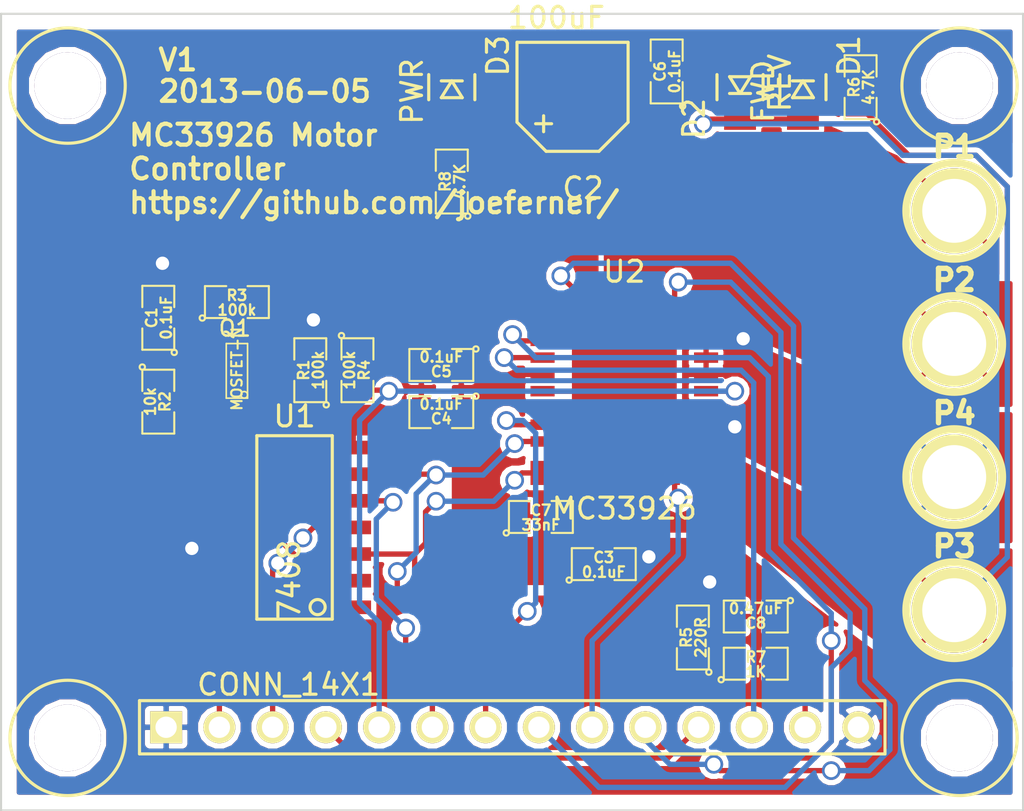
<source format=kicad_pcb>
(kicad_pcb (version 3) (host pcbnew "(2013-mar-13)-testing")

  (general
    (links 80)
    (no_connects 0)
    (area 122.219999 115.699999 171.070001 153.800001)
    (thickness 1.6)
    (drawings 7)
    (tracks 236)
    (zones 0)
    (modules 31)
    (nets 27)
  )

  (page A4)
  (layers
    (15 F.Cu signal)
    (0 B.Cu signal)
    (16 B.Adhes user)
    (17 F.Adhes user)
    (18 B.Paste user)
    (19 F.Paste user)
    (20 B.SilkS user)
    (21 F.SilkS user)
    (22 B.Mask user)
    (23 F.Mask user)
    (24 Dwgs.User user)
    (25 Cmts.User user)
    (26 Eco1.User user)
    (27 Eco2.User user)
    (28 Edge.Cuts user)
  )

  (setup
    (last_trace_width 0.254)
    (trace_clearance 0.254)
    (zone_clearance 0.2032)
    (zone_45_only no)
    (trace_min 0.254)
    (segment_width 0.2)
    (edge_width 0.1)
    (via_size 0.889)
    (via_drill 0.635)
    (via_min_size 0.889)
    (via_min_drill 0.508)
    (uvia_size 0.508)
    (uvia_drill 0.127)
    (uvias_allowed no)
    (uvia_min_size 0.508)
    (uvia_min_drill 0.127)
    (pcb_text_width 0.3)
    (pcb_text_size 1.5 1.5)
    (mod_edge_width 0.15)
    (mod_text_size 1 1)
    (mod_text_width 0.15)
    (pad_size 1.5 1.5)
    (pad_drill 0.6)
    (pad_to_mask_clearance 0)
    (aux_axis_origin 122.27 115.75)
    (visible_elements FFFEFF7F)
    (pcbplotparams
      (layerselection 3178497)
      (usegerberextensions true)
      (excludeedgelayer true)
      (linewidth 0.150000)
      (plotframeref false)
      (viasonmask false)
      (mode 1)
      (useauxorigin false)
      (hpglpennumber 1)
      (hpglpenspeed 20)
      (hpglpendiameter 15)
      (hpglpenoverlay 2)
      (psnegative false)
      (psa4output false)
      (plotreference true)
      (plotvalue true)
      (plotothertext true)
      (plotinvisibletext false)
      (padsonsilk false)
      (subtractmaskfromsilk false)
      (outputformat 1)
      (mirror false)
      (drillshape 1)
      (scaleselection 1)
      (outputdirectory ""))
  )

  (net 0 "")
  (net 1 /D1#)
  (net 2 /D2#)
  (net 3 /EN)
  (net 4 /FB)
  (net 5 /IN1)
  (net 6 /IN2)
  (net 7 /INV)
  (net 8 /MDIR)
  (net 9 /MPWM)
  (net 10 /OUT1)
  (net 11 /OUT2)
  (net 12 /SF)
  (net 13 /SLEW)
  (net 14 GND)
  (net 15 N-0000010)
  (net 16 N-0000014)
  (net 17 N-0000015)
  (net 18 N-0000016)
  (net 19 N-0000018)
  (net 20 N-0000020)
  (net 21 N-0000021)
  (net 22 N-0000025)
  (net 23 N-0000026)
  (net 24 N-000008)
  (net 25 VCC)
  (net 26 VDD)

  (net_class Default "This is the default net class."
    (clearance 0.254)
    (trace_width 0.254)
    (via_dia 0.889)
    (via_drill 0.635)
    (uvia_dia 0.508)
    (uvia_drill 0.127)
    (add_net "")
    (add_net /D1#)
    (add_net /D2#)
    (add_net /EN)
    (add_net /FB)
    (add_net /IN1)
    (add_net /IN2)
    (add_net /INV)
    (add_net /MDIR)
    (add_net /MPWM)
    (add_net /OUT1)
    (add_net /OUT2)
    (add_net /SF)
    (add_net /SLEW)
    (add_net GND)
    (add_net N-0000010)
    (add_net N-0000014)
    (add_net N-0000015)
    (add_net N-0000016)
    (add_net N-0000018)
    (add_net N-0000020)
    (add_net N-0000021)
    (add_net N-0000025)
    (add_net N-0000026)
    (add_net N-000008)
    (add_net VCC)
    (add_net VDD)
  )

  (module SM0805 (layer F.Cu) (tedit 5091495C) (tstamp 51AFEEFA)
    (at 129.77 130.25 90)
    (path /51AEBD37)
    (attr smd)
    (fp_text reference C1 (at 0 -0.3175 90) (layer F.SilkS)
      (effects (font (size 0.50038 0.50038) (thickness 0.10922)))
    )
    (fp_text value 0.1uF (at 0 0.381 90) (layer F.SilkS)
      (effects (font (size 0.50038 0.50038) (thickness 0.10922)))
    )
    (fp_circle (center -1.651 0.762) (end -1.651 0.635) (layer F.SilkS) (width 0.09906))
    (fp_line (start -0.508 0.762) (end -1.524 0.762) (layer F.SilkS) (width 0.09906))
    (fp_line (start -1.524 0.762) (end -1.524 -0.762) (layer F.SilkS) (width 0.09906))
    (fp_line (start -1.524 -0.762) (end -0.508 -0.762) (layer F.SilkS) (width 0.09906))
    (fp_line (start 0.508 -0.762) (end 1.524 -0.762) (layer F.SilkS) (width 0.09906))
    (fp_line (start 1.524 -0.762) (end 1.524 0.762) (layer F.SilkS) (width 0.09906))
    (fp_line (start 1.524 0.762) (end 0.508 0.762) (layer F.SilkS) (width 0.09906))
    (pad 1 smd rect (at -0.9525 0 90) (size 0.889 1.397)
      (layers F.Cu F.Paste F.Mask)
      (net 25 VCC)
    )
    (pad 2 smd rect (at 0.9525 0 90) (size 0.889 1.397)
      (layers F.Cu F.Paste F.Mask)
      (net 14 GND)
    )
    (model smd/chip_cms.wrl
      (at (xyz 0 0 0))
      (scale (xyz 0.1 0.1 0.1))
      (rotate (xyz 0 0 0))
    )
  )

  (module CAP-CAN-5mm (layer F.Cu) (tedit 50CE713E) (tstamp 51AFEF07)
    (at 149.52 119.75)
    (path /51AEC2CE)
    (fp_text reference C2 (at 0.508 4.318) (layer F.SilkS)
      (effects (font (size 1 1) (thickness 0.15)))
    )
    (fp_text value 100uF (at -0.762 -3.81) (layer F.SilkS)
      (effects (font (size 1 1) (thickness 0.15)))
    )
    (fp_text user + (at -1.37 1.17) (layer F.SilkS)
      (effects (font (size 1 1) (thickness 0.15)))
    )
    (fp_line (start 1.27 2.56) (end 2.66 1.17) (layer F.SilkS) (width 0.15))
    (fp_line (start -2.64 1.17) (end -1.25 2.56) (layer F.SilkS) (width 0.15))
    (fp_line (start -1.25 2.56) (end 1.27 2.56) (layer F.SilkS) (width 0.15))
    (fp_line (start 2.66 -2.64) (end 2.66 1.17) (layer F.SilkS) (width 0.15))
    (fp_line (start -2.64 -2.64) (end -2.64 1.17) (layer F.SilkS) (width 0.15))
    (fp_line (start -2.64 -2.64) (end 2.66 -2.64) (layer F.SilkS) (width 0.15))
    (pad 1 smd rect (at 0.01 1.85) (size 0.65 2.2)
      (layers F.Cu F.Paste F.Mask)
      (net 26 VDD)
    )
    (pad 2 smd rect (at 0.01 -1.85) (size 0.65 2.2)
      (layers F.Cu F.Paste F.Mask)
      (net 14 GND)
    )
  )

  (module SM0805 (layer F.Cu) (tedit 5091495C) (tstamp 51AFEF14)
    (at 151.02 142)
    (path /51AEC2D9)
    (attr smd)
    (fp_text reference C3 (at 0 -0.3175) (layer F.SilkS)
      (effects (font (size 0.50038 0.50038) (thickness 0.10922)))
    )
    (fp_text value 0.1uF (at 0 0.381) (layer F.SilkS)
      (effects (font (size 0.50038 0.50038) (thickness 0.10922)))
    )
    (fp_circle (center -1.651 0.762) (end -1.651 0.635) (layer F.SilkS) (width 0.09906))
    (fp_line (start -0.508 0.762) (end -1.524 0.762) (layer F.SilkS) (width 0.09906))
    (fp_line (start -1.524 0.762) (end -1.524 -0.762) (layer F.SilkS) (width 0.09906))
    (fp_line (start -1.524 -0.762) (end -0.508 -0.762) (layer F.SilkS) (width 0.09906))
    (fp_line (start 0.508 -0.762) (end 1.524 -0.762) (layer F.SilkS) (width 0.09906))
    (fp_line (start 1.524 -0.762) (end 1.524 0.762) (layer F.SilkS) (width 0.09906))
    (fp_line (start 1.524 0.762) (end 0.508 0.762) (layer F.SilkS) (width 0.09906))
    (pad 1 smd rect (at -0.9525 0) (size 0.889 1.397)
      (layers F.Cu F.Paste F.Mask)
      (net 26 VDD)
    )
    (pad 2 smd rect (at 0.9525 0) (size 0.889 1.397)
      (layers F.Cu F.Paste F.Mask)
      (net 14 GND)
    )
    (model smd/chip_cms.wrl
      (at (xyz 0 0 0))
      (scale (xyz 0.1 0.1 0.1))
      (rotate (xyz 0 0 0))
    )
  )

  (module SM0805 (layer F.Cu) (tedit 5091495C) (tstamp 51B002B4)
    (at 143.27 134.75 180)
    (path /51AEC2F0)
    (attr smd)
    (fp_text reference C4 (at 0 -0.3175 180) (layer F.SilkS)
      (effects (font (size 0.50038 0.50038) (thickness 0.10922)))
    )
    (fp_text value 0.1uF (at 0 0.381 180) (layer F.SilkS)
      (effects (font (size 0.50038 0.50038) (thickness 0.10922)))
    )
    (fp_circle (center -1.651 0.762) (end -1.651 0.635) (layer F.SilkS) (width 0.09906))
    (fp_line (start -0.508 0.762) (end -1.524 0.762) (layer F.SilkS) (width 0.09906))
    (fp_line (start -1.524 0.762) (end -1.524 -0.762) (layer F.SilkS) (width 0.09906))
    (fp_line (start -1.524 -0.762) (end -0.508 -0.762) (layer F.SilkS) (width 0.09906))
    (fp_line (start 0.508 -0.762) (end 1.524 -0.762) (layer F.SilkS) (width 0.09906))
    (fp_line (start 1.524 -0.762) (end 1.524 0.762) (layer F.SilkS) (width 0.09906))
    (fp_line (start 1.524 0.762) (end 0.508 0.762) (layer F.SilkS) (width 0.09906))
    (pad 1 smd rect (at -0.9525 0 180) (size 0.889 1.397)
      (layers F.Cu F.Paste F.Mask)
      (net 26 VDD)
    )
    (pad 2 smd rect (at 0.9525 0 180) (size 0.889 1.397)
      (layers F.Cu F.Paste F.Mask)
      (net 14 GND)
    )
    (model smd/chip_cms.wrl
      (at (xyz 0 0 0))
      (scale (xyz 0.1 0.1 0.1))
      (rotate (xyz 0 0 0))
    )
  )

  (module SM0805 (layer F.Cu) (tedit 5091495C) (tstamp 51AFEF2E)
    (at 143.27 132.5 180)
    (path /51AEC2F6)
    (attr smd)
    (fp_text reference C5 (at 0 -0.3175 180) (layer F.SilkS)
      (effects (font (size 0.50038 0.50038) (thickness 0.10922)))
    )
    (fp_text value 0.1uF (at 0 0.381 180) (layer F.SilkS)
      (effects (font (size 0.50038 0.50038) (thickness 0.10922)))
    )
    (fp_circle (center -1.651 0.762) (end -1.651 0.635) (layer F.SilkS) (width 0.09906))
    (fp_line (start -0.508 0.762) (end -1.524 0.762) (layer F.SilkS) (width 0.09906))
    (fp_line (start -1.524 0.762) (end -1.524 -0.762) (layer F.SilkS) (width 0.09906))
    (fp_line (start -1.524 -0.762) (end -0.508 -0.762) (layer F.SilkS) (width 0.09906))
    (fp_line (start 0.508 -0.762) (end 1.524 -0.762) (layer F.SilkS) (width 0.09906))
    (fp_line (start 1.524 -0.762) (end 1.524 0.762) (layer F.SilkS) (width 0.09906))
    (fp_line (start 1.524 0.762) (end 0.508 0.762) (layer F.SilkS) (width 0.09906))
    (pad 1 smd rect (at -0.9525 0 180) (size 0.889 1.397)
      (layers F.Cu F.Paste F.Mask)
      (net 26 VDD)
    )
    (pad 2 smd rect (at 0.9525 0 180) (size 0.889 1.397)
      (layers F.Cu F.Paste F.Mask)
      (net 14 GND)
    )
    (model smd/chip_cms.wrl
      (at (xyz 0 0 0))
      (scale (xyz 0.1 0.1 0.1))
      (rotate (xyz 0 0 0))
    )
  )

  (module SM0805 (layer F.Cu) (tedit 5091495C) (tstamp 51AFEF3B)
    (at 154.02 118.5 90)
    (path /51AEC2FC)
    (attr smd)
    (fp_text reference C6 (at 0 -0.3175 90) (layer F.SilkS)
      (effects (font (size 0.50038 0.50038) (thickness 0.10922)))
    )
    (fp_text value 0.1uF (at 0 0.381 90) (layer F.SilkS)
      (effects (font (size 0.50038 0.50038) (thickness 0.10922)))
    )
    (fp_circle (center -1.651 0.762) (end -1.651 0.635) (layer F.SilkS) (width 0.09906))
    (fp_line (start -0.508 0.762) (end -1.524 0.762) (layer F.SilkS) (width 0.09906))
    (fp_line (start -1.524 0.762) (end -1.524 -0.762) (layer F.SilkS) (width 0.09906))
    (fp_line (start -1.524 -0.762) (end -0.508 -0.762) (layer F.SilkS) (width 0.09906))
    (fp_line (start 0.508 -0.762) (end 1.524 -0.762) (layer F.SilkS) (width 0.09906))
    (fp_line (start 1.524 -0.762) (end 1.524 0.762) (layer F.SilkS) (width 0.09906))
    (fp_line (start 1.524 0.762) (end 0.508 0.762) (layer F.SilkS) (width 0.09906))
    (pad 1 smd rect (at -0.9525 0 90) (size 0.889 1.397)
      (layers F.Cu F.Paste F.Mask)
      (net 26 VDD)
    )
    (pad 2 smd rect (at 0.9525 0 90) (size 0.889 1.397)
      (layers F.Cu F.Paste F.Mask)
      (net 14 GND)
    )
    (model smd/chip_cms.wrl
      (at (xyz 0 0 0))
      (scale (xyz 0.1 0.1 0.1))
      (rotate (xyz 0 0 0))
    )
  )

  (module SM0805 (layer F.Cu) (tedit 5091495C) (tstamp 51AFEF48)
    (at 148.02 139.75)
    (path /51AEBD2A)
    (attr smd)
    (fp_text reference C7 (at 0 -0.3175) (layer F.SilkS)
      (effects (font (size 0.50038 0.50038) (thickness 0.10922)))
    )
    (fp_text value 33nF (at 0 0.381) (layer F.SilkS)
      (effects (font (size 0.50038 0.50038) (thickness 0.10922)))
    )
    (fp_circle (center -1.651 0.762) (end -1.651 0.635) (layer F.SilkS) (width 0.09906))
    (fp_line (start -0.508 0.762) (end -1.524 0.762) (layer F.SilkS) (width 0.09906))
    (fp_line (start -1.524 0.762) (end -1.524 -0.762) (layer F.SilkS) (width 0.09906))
    (fp_line (start -1.524 -0.762) (end -0.508 -0.762) (layer F.SilkS) (width 0.09906))
    (fp_line (start 0.508 -0.762) (end 1.524 -0.762) (layer F.SilkS) (width 0.09906))
    (fp_line (start 1.524 -0.762) (end 1.524 0.762) (layer F.SilkS) (width 0.09906))
    (fp_line (start 1.524 0.762) (end 0.508 0.762) (layer F.SilkS) (width 0.09906))
    (pad 1 smd rect (at -0.9525 0) (size 0.889 1.397)
      (layers F.Cu F.Paste F.Mask)
      (net 26 VDD)
    )
    (pad 2 smd rect (at 0.9525 0) (size 0.889 1.397)
      (layers F.Cu F.Paste F.Mask)
      (net 19 N-0000018)
    )
    (model smd/chip_cms.wrl
      (at (xyz 0 0 0))
      (scale (xyz 0.1 0.1 0.1))
      (rotate (xyz 0 0 0))
    )
  )

  (module SM0805 (layer F.Cu) (tedit 5091495C) (tstamp 51AFEF55)
    (at 158.27 144.5 180)
    (path /51AECA68)
    (attr smd)
    (fp_text reference C8 (at 0 -0.3175 180) (layer F.SilkS)
      (effects (font (size 0.50038 0.50038) (thickness 0.10922)))
    )
    (fp_text value 0.47uF (at 0 0.381 180) (layer F.SilkS)
      (effects (font (size 0.50038 0.50038) (thickness 0.10922)))
    )
    (fp_circle (center -1.651 0.762) (end -1.651 0.635) (layer F.SilkS) (width 0.09906))
    (fp_line (start -0.508 0.762) (end -1.524 0.762) (layer F.SilkS) (width 0.09906))
    (fp_line (start -1.524 0.762) (end -1.524 -0.762) (layer F.SilkS) (width 0.09906))
    (fp_line (start -1.524 -0.762) (end -0.508 -0.762) (layer F.SilkS) (width 0.09906))
    (fp_line (start 0.508 -0.762) (end 1.524 -0.762) (layer F.SilkS) (width 0.09906))
    (fp_line (start 1.524 -0.762) (end 1.524 0.762) (layer F.SilkS) (width 0.09906))
    (fp_line (start 1.524 0.762) (end 0.508 0.762) (layer F.SilkS) (width 0.09906))
    (pad 1 smd rect (at -0.9525 0 180) (size 0.889 1.397)
      (layers F.Cu F.Paste F.Mask)
      (net 4 /FB)
    )
    (pad 2 smd rect (at 0.9525 0 180) (size 0.889 1.397)
      (layers F.Cu F.Paste F.Mask)
      (net 14 GND)
    )
    (model smd/chip_cms.wrl
      (at (xyz 0 0 0))
      (scale (xyz 0.1 0.1 0.1))
      (rotate (xyz 0 0 0))
    )
  )

  (module LED-1206 (layer F.Cu) (tedit 50CE7801) (tstamp 51AFEF61)
    (at 160.52 119.25 90)
    (path /51AED823)
    (fp_text reference D1 (at 1.5 2.2 90) (layer F.SilkS)
      (effects (font (size 1 1) (thickness 0.15)))
    )
    (fp_text value FWD (at -0.2 -1.9 90) (layer F.SilkS)
      (effects (font (size 1 1) (thickness 0.15)))
    )
    (fp_line (start 0.3 -0.5) (end 0.3 0.5) (layer F.SilkS) (width 0.15))
    (fp_line (start -0.5 -0.5) (end -0.5 0.5) (layer F.SilkS) (width 0.15))
    (fp_line (start -0.5 0.5) (end 0.3 0) (layer F.SilkS) (width 0.15))
    (fp_line (start 0.3 0) (end -0.5 -0.5) (layer F.SilkS) (width 0.15))
    (fp_line (start -0.6 1.1) (end 0.6 1.1) (layer F.SilkS) (width 0.15))
    (fp_line (start -0.6 -1.1) (end 0.6 -1.1) (layer F.SilkS) (width 0.15))
    (pad 2 smd rect (at 1.525 0 90) (size 1.02 1.52)
      (layers F.Cu F.Paste F.Mask)
      (net 24 N-000008)
    )
    (pad 1 smd rect (at -1.525 0 90) (size 1.02 1.52)
      (layers F.Cu F.Paste F.Mask)
      (net 11 /OUT2)
    )
  )

  (module LED-1206 (layer F.Cu) (tedit 50CE7801) (tstamp 51AFEF6D)
    (at 157.52 119.25 270)
    (path /51AED830)
    (fp_text reference D2 (at 1.5 2.2 270) (layer F.SilkS)
      (effects (font (size 1 1) (thickness 0.15)))
    )
    (fp_text value REV (at -0.2 -1.9 270) (layer F.SilkS)
      (effects (font (size 1 1) (thickness 0.15)))
    )
    (fp_line (start 0.3 -0.5) (end 0.3 0.5) (layer F.SilkS) (width 0.15))
    (fp_line (start -0.5 -0.5) (end -0.5 0.5) (layer F.SilkS) (width 0.15))
    (fp_line (start -0.5 0.5) (end 0.3 0) (layer F.SilkS) (width 0.15))
    (fp_line (start 0.3 0) (end -0.5 -0.5) (layer F.SilkS) (width 0.15))
    (fp_line (start -0.6 1.1) (end 0.6 1.1) (layer F.SilkS) (width 0.15))
    (fp_line (start -0.6 -1.1) (end 0.6 -1.1) (layer F.SilkS) (width 0.15))
    (pad 2 smd rect (at 1.525 0 270) (size 1.02 1.52)
      (layers F.Cu F.Paste F.Mask)
      (net 11 /OUT2)
    )
    (pad 1 smd rect (at -1.525 0 270) (size 1.02 1.52)
      (layers F.Cu F.Paste F.Mask)
      (net 24 N-000008)
    )
  )

  (module LED-1206 (layer F.Cu) (tedit 50CE7801) (tstamp 51AFEF79)
    (at 143.77 119.25 90)
    (path /51AEDAA6)
    (fp_text reference D3 (at 1.5 2.2 90) (layer F.SilkS)
      (effects (font (size 1 1) (thickness 0.15)))
    )
    (fp_text value PWR (at -0.2 -1.9 90) (layer F.SilkS)
      (effects (font (size 1 1) (thickness 0.15)))
    )
    (fp_line (start 0.3 -0.5) (end 0.3 0.5) (layer F.SilkS) (width 0.15))
    (fp_line (start -0.5 -0.5) (end -0.5 0.5) (layer F.SilkS) (width 0.15))
    (fp_line (start -0.5 0.5) (end 0.3 0) (layer F.SilkS) (width 0.15))
    (fp_line (start 0.3 0) (end -0.5 -0.5) (layer F.SilkS) (width 0.15))
    (fp_line (start -0.6 1.1) (end 0.6 1.1) (layer F.SilkS) (width 0.15))
    (fp_line (start -0.6 -1.1) (end 0.6 -1.1) (layer F.SilkS) (width 0.15))
    (pad 2 smd rect (at 1.525 0 90) (size 1.02 1.52)
      (layers F.Cu F.Paste F.Mask)
      (net 14 GND)
    )
    (pad 1 smd rect (at -1.525 0 90) (size 1.02 1.52)
      (layers F.Cu F.Paste F.Mask)
      (net 16 N-0000014)
    )
  )

  (module PIN_ARRAY_14X1 (layer F.Cu) (tedit 51AEB608) (tstamp 51AFEF8F)
    (at 145.384 149.782)
    (path /51AEB3F5)
    (fp_text reference J1 (at 0.254 -2.032) (layer F.SilkS) hide
      (effects (font (size 1 1) (thickness 0.15)))
    )
    (fp_text value CONN_14X1 (at -9.398 -2.032) (layer F.SilkS)
      (effects (font (size 1 1) (thickness 0.15)))
    )
    (fp_line (start -16.51 -1.27) (end 19.05 -1.27) (layer F.SilkS) (width 0.15))
    (fp_line (start 19.05 -1.27) (end 19.05 1.27) (layer F.SilkS) (width 0.15))
    (fp_line (start 19.05 1.27) (end -16.51 1.27) (layer F.SilkS) (width 0.15))
    (fp_line (start -16.51 1.27) (end -16.51 -1.27) (layer F.SilkS) (width 0.15))
    (pad 1 thru_hole rect (at -15.24 0) (size 1.524 1.524) (drill 1.016)
      (layers *.Cu *.Mask F.SilkS)
      (net 14 GND)
    )
    (pad 2 thru_hole circle (at -12.7 0) (size 1.524 1.524) (drill 1.016)
      (layers *.Cu *.Mask F.SilkS)
      (net 25 VCC)
    )
    (pad 3 thru_hole circle (at -10.16 0) (size 1.524 1.524) (drill 1.016)
      (layers *.Cu *.Mask F.SilkS)
      (net 9 /MPWM)
    )
    (pad 4 thru_hole circle (at -7.62 0) (size 1.524 1.524) (drill 1.016)
      (layers *.Cu *.Mask F.SilkS)
      (net 8 /MDIR)
    )
    (pad 5 thru_hole circle (at -5.08 0) (size 1.524 1.524) (drill 1.016)
      (layers *.Cu *.Mask F.SilkS)
      (net 12 /SF)
    )
    (pad 6 thru_hole circle (at -2.54 0) (size 1.524 1.524) (drill 1.016)
      (layers *.Cu *.Mask F.SilkS)
      (net 5 /IN1)
    )
    (pad 7 thru_hole circle (at 0 0) (size 1.524 1.524) (drill 1.016)
      (layers *.Cu *.Mask F.SilkS)
      (net 6 /IN2)
    )
    (pad 8 thru_hole circle (at 2.54 0) (size 1.524 1.524) (drill 1.016)
      (layers *.Cu *.Mask F.SilkS)
      (net 2 /D2#)
    )
    (pad 9 thru_hole circle (at 5.08 0) (size 1.524 1.524) (drill 1.016)
      (layers *.Cu *.Mask F.SilkS)
      (net 1 /D1#)
    )
    (pad 10 thru_hole circle (at 7.62 0) (size 1.524 1.524) (drill 1.016)
      (layers *.Cu *.Mask F.SilkS)
      (net 3 /EN)
    )
    (pad 11 thru_hole circle (at 10.16 0) (size 1.524 1.524) (drill 1.016)
      (layers *.Cu *.Mask F.SilkS)
      (net 13 /SLEW)
    )
    (pad 12 thru_hole circle (at 12.7 0) (size 1.524 1.524) (drill 1.016)
      (layers *.Cu *.Mask F.SilkS)
      (net 7 /INV)
    )
    (pad 13 thru_hole circle (at 15.24 0) (size 1.524 1.524) (drill 1.016)
      (layers *.Cu *.Mask F.SilkS)
      (net 4 /FB)
    )
    (pad 14 thru_hole circle (at 17.78 0) (size 1.524 1.524) (drill 1.016)
      (layers *.Cu *.Mask F.SilkS)
      (net 14 GND)
    )
  )

  (module MOUNTING_HOLE_0.125in (layer F.Cu) (tedit 51AF2BB2) (tstamp 51AFEF95)
    (at 167.99 150.29)
    (path /51AEDD9E)
    (fp_text reference M1 (at 1.05 3.825) (layer F.SilkS) hide
      (effects (font (size 1 1) (thickness 0.15)))
    )
    (fp_text value "Mounting Hole" (at -0.15 -2.475) (layer F.SilkS) hide
      (effects (font (size 1 1) (thickness 0.15)))
    )
    (fp_circle (center 0 0) (end 2.75 0) (layer F.SilkS) (width 0.15))
    (pad "" thru_hole circle (at 0 0) (size 3.175 3.175) (drill 3.175)
      (layers *.Cu)
    )
  )

  (module MOUNTING_HOLE_0.125in (layer F.Cu) (tedit 51AF2BB2) (tstamp 51AFEF9B)
    (at 125.445 119.175)
    (path /51AEDDB0)
    (fp_text reference M2 (at 1.05 3.825) (layer F.SilkS) hide
      (effects (font (size 1 1) (thickness 0.15)))
    )
    (fp_text value "Mounting Hole" (at -0.15 -2.475) (layer F.SilkS) hide
      (effects (font (size 1 1) (thickness 0.15)))
    )
    (fp_circle (center 0 0) (end 2.75 0) (layer F.SilkS) (width 0.15))
    (pad "" thru_hole circle (at 0 0) (size 3.175 3.175) (drill 3.175)
      (layers *.Cu)
    )
  )

  (module MOUNTING_HOLE_0.125in (layer F.Cu) (tedit 51AF2BB2) (tstamp 51AFEFA1)
    (at 125.445 150.29)
    (path /51AEDDB6)
    (fp_text reference M3 (at 1.05 3.825) (layer F.SilkS) hide
      (effects (font (size 1 1) (thickness 0.15)))
    )
    (fp_text value "Mounting Hole" (at -0.15 -2.475) (layer F.SilkS) hide
      (effects (font (size 1 1) (thickness 0.15)))
    )
    (fp_circle (center 0 0) (end 2.75 0) (layer F.SilkS) (width 0.15))
    (pad "" thru_hole circle (at 0 0) (size 3.175 3.175) (drill 3.175)
      (layers *.Cu)
    )
  )

  (module MOUNTING_HOLE_0.125in (layer F.Cu) (tedit 51AF2BB2) (tstamp 51AFEFA7)
    (at 167.99 119.175)
    (path /51AEDDBC)
    (fp_text reference M4 (at 1.05 3.825) (layer F.SilkS) hide
      (effects (font (size 1 1) (thickness 0.15)))
    )
    (fp_text value "Mounting Hole" (at -0.15 -2.475) (layer F.SilkS) hide
      (effects (font (size 1 1) (thickness 0.15)))
    )
    (fp_circle (center 0 0) (end 2.75 0) (layer F.SilkS) (width 0.15))
    (pad "" thru_hole circle (at 0 0) (size 3.175 3.175) (drill 3.175)
      (layers *.Cu)
    )
  )

  (module 1pin (layer F.Cu) (tedit 200000) (tstamp 51AFEFAD)
    (at 167.736 125.148)
    (descr "module 1 pin (ou trou mecanique de percage)")
    (tags DEV)
    (path /51AEB760)
    (fp_text reference P1 (at 0 -3.048) (layer F.SilkS)
      (effects (font (size 1.016 1.016) (thickness 0.254)))
    )
    (fp_text value CONN_1 (at 0 2.794) (layer F.SilkS) hide
      (effects (font (size 1.016 1.016) (thickness 0.254)))
    )
    (fp_circle (center 0 0) (end 0 -2.286) (layer F.SilkS) (width 0.381))
    (pad 1 thru_hole circle (at 0 0) (size 4.064 4.064) (drill 3.048)
      (layers *.Cu *.Mask F.SilkS)
      (net 26 VDD)
    )
  )

  (module 1pin (layer F.Cu) (tedit 200000) (tstamp 51AFEFB3)
    (at 167.736 131.498)
    (descr "module 1 pin (ou trou mecanique de percage)")
    (tags DEV)
    (path /51AEB75A)
    (fp_text reference P2 (at 0 -3.048) (layer F.SilkS)
      (effects (font (size 1.016 1.016) (thickness 0.254)))
    )
    (fp_text value CONN_1 (at 0 2.794) (layer F.SilkS) hide
      (effects (font (size 1.016 1.016) (thickness 0.254)))
    )
    (fp_circle (center 0 0) (end 0 -2.286) (layer F.SilkS) (width 0.381))
    (pad 1 thru_hole circle (at 0 0) (size 4.064 4.064) (drill 3.048)
      (layers *.Cu *.Mask F.SilkS)
      (net 10 /OUT1)
    )
  )

  (module 1pin (layer F.Cu) (tedit 200000) (tstamp 51AFEFB9)
    (at 167.736 144.198)
    (descr "module 1 pin (ou trou mecanique de percage)")
    (tags DEV)
    (path /51AEB754)
    (fp_text reference P3 (at 0 -3.048) (layer F.SilkS)
      (effects (font (size 1.016 1.016) (thickness 0.254)))
    )
    (fp_text value CONN_1 (at 0 2.794) (layer F.SilkS) hide
      (effects (font (size 1.016 1.016) (thickness 0.254)))
    )
    (fp_circle (center 0 0) (end 0 -2.286) (layer F.SilkS) (width 0.381))
    (pad 1 thru_hole circle (at 0 0) (size 4.064 4.064) (drill 3.048)
      (layers *.Cu *.Mask F.SilkS)
      (net 11 /OUT2)
    )
  )

  (module 1pin (layer F.Cu) (tedit 200000) (tstamp 51AFEFBF)
    (at 167.736 137.848)
    (descr "module 1 pin (ou trou mecanique de percage)")
    (tags DEV)
    (path /51AEB747)
    (fp_text reference P4 (at 0 -3.048) (layer F.SilkS)
      (effects (font (size 1.016 1.016) (thickness 0.254)))
    )
    (fp_text value CONN_1 (at 0 2.794) (layer F.SilkS) hide
      (effects (font (size 1.016 1.016) (thickness 0.254)))
    )
    (fp_circle (center 0 0) (end 0 -2.286) (layer F.SilkS) (width 0.381))
    (pad 1 thru_hole circle (at 0 0) (size 4.064 4.064) (drill 3.048)
      (layers *.Cu *.Mask F.SilkS)
      (net 14 GND)
    )
  )

  (module SOT23 (layer F.Cu) (tedit 5051A6D7) (tstamp 51AFEFCB)
    (at 133.52 132.75 90)
    (tags SOT23)
    (path /51AE89C4)
    (fp_text reference Q1 (at 1.99898 -0.09906 180) (layer F.SilkS)
      (effects (font (size 0.762 0.762) (thickness 0.11938)))
    )
    (fp_text value MOSFET-N (at 0.0635 0 90) (layer F.SilkS)
      (effects (font (size 0.50038 0.50038) (thickness 0.09906)))
    )
    (fp_circle (center -1.17602 0.35052) (end -1.30048 0.44958) (layer F.SilkS) (width 0.07874))
    (fp_line (start 1.27 -0.508) (end 1.27 0.508) (layer F.SilkS) (width 0.07874))
    (fp_line (start -1.3335 -0.508) (end -1.3335 0.508) (layer F.SilkS) (width 0.07874))
    (fp_line (start 1.27 0.508) (end -1.3335 0.508) (layer F.SilkS) (width 0.07874))
    (fp_line (start -1.3335 -0.508) (end 1.27 -0.508) (layer F.SilkS) (width 0.07874))
    (pad 3 smd rect (at 0 -1.09982 90) (size 0.8001 1.00076)
      (layers F.Cu F.Paste F.Mask)
      (net 21 N-0000021)
    )
    (pad 2 smd rect (at 0.9525 1.09982 90) (size 0.8001 1.00076)
      (layers F.Cu F.Paste F.Mask)
      (net 14 GND)
    )
    (pad 1 smd rect (at -0.9525 1.09982 90) (size 0.8001 1.00076)
      (layers F.Cu F.Paste F.Mask)
      (net 8 /MDIR)
    )
    (model smd\SOT23_3.wrl
      (at (xyz 0 0 0))
      (scale (xyz 0.4 0.4 0.4))
      (rotate (xyz 0 0 180))
    )
  )

  (module SM0805 (layer F.Cu) (tedit 5091495C) (tstamp 51AFEFD8)
    (at 137.02 132.75 90)
    (path /51AE89DB)
    (attr smd)
    (fp_text reference R1 (at 0 -0.3175 90) (layer F.SilkS)
      (effects (font (size 0.50038 0.50038) (thickness 0.10922)))
    )
    (fp_text value 100k (at 0 0.381 90) (layer F.SilkS)
      (effects (font (size 0.50038 0.50038) (thickness 0.10922)))
    )
    (fp_circle (center -1.651 0.762) (end -1.651 0.635) (layer F.SilkS) (width 0.09906))
    (fp_line (start -0.508 0.762) (end -1.524 0.762) (layer F.SilkS) (width 0.09906))
    (fp_line (start -1.524 0.762) (end -1.524 -0.762) (layer F.SilkS) (width 0.09906))
    (fp_line (start -1.524 -0.762) (end -0.508 -0.762) (layer F.SilkS) (width 0.09906))
    (fp_line (start 0.508 -0.762) (end 1.524 -0.762) (layer F.SilkS) (width 0.09906))
    (fp_line (start 1.524 -0.762) (end 1.524 0.762) (layer F.SilkS) (width 0.09906))
    (fp_line (start 1.524 0.762) (end 0.508 0.762) (layer F.SilkS) (width 0.09906))
    (pad 1 smd rect (at -0.9525 0 90) (size 0.889 1.397)
      (layers F.Cu F.Paste F.Mask)
      (net 8 /MDIR)
    )
    (pad 2 smd rect (at 0.9525 0 90) (size 0.889 1.397)
      (layers F.Cu F.Paste F.Mask)
      (net 14 GND)
    )
    (model smd/chip_cms.wrl
      (at (xyz 0 0 0))
      (scale (xyz 0.1 0.1 0.1))
      (rotate (xyz 0 0 0))
    )
  )

  (module SM0805 (layer F.Cu) (tedit 5091495C) (tstamp 51AFEFE5)
    (at 129.77 134.25 270)
    (path /51AE8A09)
    (attr smd)
    (fp_text reference R2 (at 0 -0.3175 270) (layer F.SilkS)
      (effects (font (size 0.50038 0.50038) (thickness 0.10922)))
    )
    (fp_text value 10k (at 0 0.381 270) (layer F.SilkS)
      (effects (font (size 0.50038 0.50038) (thickness 0.10922)))
    )
    (fp_circle (center -1.651 0.762) (end -1.651 0.635) (layer F.SilkS) (width 0.09906))
    (fp_line (start -0.508 0.762) (end -1.524 0.762) (layer F.SilkS) (width 0.09906))
    (fp_line (start -1.524 0.762) (end -1.524 -0.762) (layer F.SilkS) (width 0.09906))
    (fp_line (start -1.524 -0.762) (end -0.508 -0.762) (layer F.SilkS) (width 0.09906))
    (fp_line (start 0.508 -0.762) (end 1.524 -0.762) (layer F.SilkS) (width 0.09906))
    (fp_line (start 1.524 -0.762) (end 1.524 0.762) (layer F.SilkS) (width 0.09906))
    (fp_line (start 1.524 0.762) (end 0.508 0.762) (layer F.SilkS) (width 0.09906))
    (pad 1 smd rect (at -0.9525 0 270) (size 0.889 1.397)
      (layers F.Cu F.Paste F.Mask)
      (net 25 VCC)
    )
    (pad 2 smd rect (at 0.9525 0 270) (size 0.889 1.397)
      (layers F.Cu F.Paste F.Mask)
      (net 21 N-0000021)
    )
    (model smd/chip_cms.wrl
      (at (xyz 0 0 0))
      (scale (xyz 0.1 0.1 0.1))
      (rotate (xyz 0 0 0))
    )
  )

  (module SM0805 (layer F.Cu) (tedit 5091495C) (tstamp 51AFEFF2)
    (at 133.52 129.5)
    (path /51AE8A03)
    (attr smd)
    (fp_text reference R3 (at 0 -0.3175) (layer F.SilkS)
      (effects (font (size 0.50038 0.50038) (thickness 0.10922)))
    )
    (fp_text value 100k (at 0 0.381) (layer F.SilkS)
      (effects (font (size 0.50038 0.50038) (thickness 0.10922)))
    )
    (fp_circle (center -1.651 0.762) (end -1.651 0.635) (layer F.SilkS) (width 0.09906))
    (fp_line (start -0.508 0.762) (end -1.524 0.762) (layer F.SilkS) (width 0.09906))
    (fp_line (start -1.524 0.762) (end -1.524 -0.762) (layer F.SilkS) (width 0.09906))
    (fp_line (start -1.524 -0.762) (end -0.508 -0.762) (layer F.SilkS) (width 0.09906))
    (fp_line (start 0.508 -0.762) (end 1.524 -0.762) (layer F.SilkS) (width 0.09906))
    (fp_line (start 1.524 -0.762) (end 1.524 0.762) (layer F.SilkS) (width 0.09906))
    (fp_line (start 1.524 0.762) (end 0.508 0.762) (layer F.SilkS) (width 0.09906))
    (pad 1 smd rect (at -0.9525 0) (size 0.889 1.397)
      (layers F.Cu F.Paste F.Mask)
      (net 9 /MPWM)
    )
    (pad 2 smd rect (at 0.9525 0) (size 0.889 1.397)
      (layers F.Cu F.Paste F.Mask)
      (net 14 GND)
    )
    (model smd/chip_cms.wrl
      (at (xyz 0 0 0))
      (scale (xyz 0.1 0.1 0.1))
      (rotate (xyz 0 0 0))
    )
  )

  (module SM0805 (layer F.Cu) (tedit 5091495C) (tstamp 51AFEFFF)
    (at 139.27 132.75 270)
    (path /51AEC7B8)
    (attr smd)
    (fp_text reference R4 (at 0 -0.3175 270) (layer F.SilkS)
      (effects (font (size 0.50038 0.50038) (thickness 0.10922)))
    )
    (fp_text value 100k (at 0 0.381 270) (layer F.SilkS)
      (effects (font (size 0.50038 0.50038) (thickness 0.10922)))
    )
    (fp_circle (center -1.651 0.762) (end -1.651 0.635) (layer F.SilkS) (width 0.09906))
    (fp_line (start -0.508 0.762) (end -1.524 0.762) (layer F.SilkS) (width 0.09906))
    (fp_line (start -1.524 0.762) (end -1.524 -0.762) (layer F.SilkS) (width 0.09906))
    (fp_line (start -1.524 -0.762) (end -0.508 -0.762) (layer F.SilkS) (width 0.09906))
    (fp_line (start 0.508 -0.762) (end 1.524 -0.762) (layer F.SilkS) (width 0.09906))
    (fp_line (start 1.524 -0.762) (end 1.524 0.762) (layer F.SilkS) (width 0.09906))
    (fp_line (start 1.524 0.762) (end 0.508 0.762) (layer F.SilkS) (width 0.09906))
    (pad 1 smd rect (at -0.9525 0 270) (size 0.889 1.397)
      (layers F.Cu F.Paste F.Mask)
      (net 25 VCC)
    )
    (pad 2 smd rect (at 0.9525 0 270) (size 0.889 1.397)
      (layers F.Cu F.Paste F.Mask)
      (net 12 /SF)
    )
    (model smd/chip_cms.wrl
      (at (xyz 0 0 0))
      (scale (xyz 0.1 0.1 0.1))
      (rotate (xyz 0 0 0))
    )
  )

  (module SM0805 (layer F.Cu) (tedit 5091495C) (tstamp 51AFF00C)
    (at 155.27 145.5 90)
    (path /51AECA5C)
    (attr smd)
    (fp_text reference R5 (at 0 -0.3175 90) (layer F.SilkS)
      (effects (font (size 0.50038 0.50038) (thickness 0.10922)))
    )
    (fp_text value 220R (at 0 0.381 90) (layer F.SilkS)
      (effects (font (size 0.50038 0.50038) (thickness 0.10922)))
    )
    (fp_circle (center -1.651 0.762) (end -1.651 0.635) (layer F.SilkS) (width 0.09906))
    (fp_line (start -0.508 0.762) (end -1.524 0.762) (layer F.SilkS) (width 0.09906))
    (fp_line (start -1.524 0.762) (end -1.524 -0.762) (layer F.SilkS) (width 0.09906))
    (fp_line (start -1.524 -0.762) (end -0.508 -0.762) (layer F.SilkS) (width 0.09906))
    (fp_line (start 0.508 -0.762) (end 1.524 -0.762) (layer F.SilkS) (width 0.09906))
    (fp_line (start 1.524 -0.762) (end 1.524 0.762) (layer F.SilkS) (width 0.09906))
    (fp_line (start 1.524 0.762) (end 0.508 0.762) (layer F.SilkS) (width 0.09906))
    (pad 1 smd rect (at -0.9525 0 90) (size 0.889 1.397)
      (layers F.Cu F.Paste F.Mask)
      (net 15 N-0000010)
    )
    (pad 2 smd rect (at 0.9525 0 90) (size 0.889 1.397)
      (layers F.Cu F.Paste F.Mask)
      (net 14 GND)
    )
    (model smd/chip_cms.wrl
      (at (xyz 0 0 0))
      (scale (xyz 0.1 0.1 0.1))
      (rotate (xyz 0 0 0))
    )
  )

  (module SM0805 (layer F.Cu) (tedit 5091495C) (tstamp 51AFF019)
    (at 163.27 119.25 90)
    (path /51AED840)
    (attr smd)
    (fp_text reference R6 (at 0 -0.3175 90) (layer F.SilkS)
      (effects (font (size 0.50038 0.50038) (thickness 0.10922)))
    )
    (fp_text value 4.7K (at 0 0.381 90) (layer F.SilkS)
      (effects (font (size 0.50038 0.50038) (thickness 0.10922)))
    )
    (fp_circle (center -1.651 0.762) (end -1.651 0.635) (layer F.SilkS) (width 0.09906))
    (fp_line (start -0.508 0.762) (end -1.524 0.762) (layer F.SilkS) (width 0.09906))
    (fp_line (start -1.524 0.762) (end -1.524 -0.762) (layer F.SilkS) (width 0.09906))
    (fp_line (start -1.524 -0.762) (end -0.508 -0.762) (layer F.SilkS) (width 0.09906))
    (fp_line (start 0.508 -0.762) (end 1.524 -0.762) (layer F.SilkS) (width 0.09906))
    (fp_line (start 1.524 -0.762) (end 1.524 0.762) (layer F.SilkS) (width 0.09906))
    (fp_line (start 1.524 0.762) (end 0.508 0.762) (layer F.SilkS) (width 0.09906))
    (pad 1 smd rect (at -0.9525 0 90) (size 0.889 1.397)
      (layers F.Cu F.Paste F.Mask)
      (net 10 /OUT1)
    )
    (pad 2 smd rect (at 0.9525 0 90) (size 0.889 1.397)
      (layers F.Cu F.Paste F.Mask)
      (net 24 N-000008)
    )
    (model smd/chip_cms.wrl
      (at (xyz 0 0 0))
      (scale (xyz 0.1 0.1 0.1))
      (rotate (xyz 0 0 0))
    )
  )

  (module SM0805 (layer F.Cu) (tedit 5091495C) (tstamp 51AFF026)
    (at 158.27 146.75)
    (path /51AECA78)
    (attr smd)
    (fp_text reference R7 (at 0 -0.3175) (layer F.SilkS)
      (effects (font (size 0.50038 0.50038) (thickness 0.10922)))
    )
    (fp_text value 1K (at 0 0.381) (layer F.SilkS)
      (effects (font (size 0.50038 0.50038) (thickness 0.10922)))
    )
    (fp_circle (center -1.651 0.762) (end -1.651 0.635) (layer F.SilkS) (width 0.09906))
    (fp_line (start -0.508 0.762) (end -1.524 0.762) (layer F.SilkS) (width 0.09906))
    (fp_line (start -1.524 0.762) (end -1.524 -0.762) (layer F.SilkS) (width 0.09906))
    (fp_line (start -1.524 -0.762) (end -0.508 -0.762) (layer F.SilkS) (width 0.09906))
    (fp_line (start 0.508 -0.762) (end 1.524 -0.762) (layer F.SilkS) (width 0.09906))
    (fp_line (start 1.524 -0.762) (end 1.524 0.762) (layer F.SilkS) (width 0.09906))
    (fp_line (start 1.524 0.762) (end 0.508 0.762) (layer F.SilkS) (width 0.09906))
    (pad 1 smd rect (at -0.9525 0) (size 0.889 1.397)
      (layers F.Cu F.Paste F.Mask)
      (net 15 N-0000010)
    )
    (pad 2 smd rect (at 0.9525 0) (size 0.889 1.397)
      (layers F.Cu F.Paste F.Mask)
      (net 4 /FB)
    )
    (model smd/chip_cms.wrl
      (at (xyz 0 0 0))
      (scale (xyz 0.1 0.1 0.1))
      (rotate (xyz 0 0 0))
    )
  )

  (module SM0805 (layer F.Cu) (tedit 5091495C) (tstamp 51AFF033)
    (at 143.77 123.75 90)
    (path /51AEDAAC)
    (attr smd)
    (fp_text reference R8 (at 0 -0.3175 90) (layer F.SilkS)
      (effects (font (size 0.50038 0.50038) (thickness 0.10922)))
    )
    (fp_text value 4.7K (at 0 0.381 90) (layer F.SilkS)
      (effects (font (size 0.50038 0.50038) (thickness 0.10922)))
    )
    (fp_circle (center -1.651 0.762) (end -1.651 0.635) (layer F.SilkS) (width 0.09906))
    (fp_line (start -0.508 0.762) (end -1.524 0.762) (layer F.SilkS) (width 0.09906))
    (fp_line (start -1.524 0.762) (end -1.524 -0.762) (layer F.SilkS) (width 0.09906))
    (fp_line (start -1.524 -0.762) (end -0.508 -0.762) (layer F.SilkS) (width 0.09906))
    (fp_line (start 0.508 -0.762) (end 1.524 -0.762) (layer F.SilkS) (width 0.09906))
    (fp_line (start 1.524 -0.762) (end 1.524 0.762) (layer F.SilkS) (width 0.09906))
    (fp_line (start 1.524 0.762) (end 0.508 0.762) (layer F.SilkS) (width 0.09906))
    (pad 1 smd rect (at -0.9525 0 90) (size 0.889 1.397)
      (layers F.Cu F.Paste F.Mask)
      (net 26 VDD)
    )
    (pad 2 smd rect (at 0.9525 0 90) (size 0.889 1.397)
      (layers F.Cu F.Paste F.Mask)
      (net 16 N-0000014)
    )
    (model smd/chip_cms.wrl
      (at (xyz 0 0 0))
      (scale (xyz 0.1 0.1 0.1))
      (rotate (xyz 0 0 0))
    )
  )

  (module SOIC14_3.9mm (layer F.Cu) (tedit 51AFF02C) (tstamp 51AFF04A)
    (at 136.27 140.25 90)
    (path /51AEAA3C)
    (fp_text reference U1 (at 5.3 0 180) (layer F.SilkS)
      (effects (font (size 1 1) (thickness 0.15)))
    )
    (fp_text value 7408 (at -2.5 -0.25 270) (layer F.SilkS)
      (effects (font (size 1 1) (thickness 0.15)))
    )
    (fp_circle (center -3.8 1.1) (end -3.5 1.3) (layer F.SilkS) (width 0.15))
    (fp_line (start -4.375 -1.8) (end 4.375 -1.8) (layer F.SilkS) (width 0.15))
    (fp_line (start 4.375 -1.8) (end 4.375 1.8) (layer F.SilkS) (width 0.15))
    (fp_line (start 4.375 1.8) (end -4.375 1.8) (layer F.SilkS) (width 0.15))
    (fp_line (start -4.375 1.8) (end -4.375 -1.8) (layer F.SilkS) (width 0.15))
    (pad 1 smd rect (at -3.81 2.8 90) (size 0.65 1.7)
      (layers F.Cu F.Paste F.Mask)
      (net 9 /MPWM)
    )
    (pad 2 smd rect (at -2.54 2.8 90) (size 0.65 1.7)
      (layers F.Cu F.Paste F.Mask)
      (net 21 N-0000021)
    )
    (pad 3 smd rect (at -1.27 2.8 90) (size 0.65 1.7)
      (layers F.Cu F.Paste F.Mask)
      (net 6 /IN2)
    )
    (pad 4 smd rect (at 0 2.8 90) (size 0.65 1.7)
      (layers F.Cu F.Paste F.Mask)
      (net 9 /MPWM)
    )
    (pad 5 smd rect (at 1.27 2.8 90) (size 0.65 1.7)
      (layers F.Cu F.Paste F.Mask)
      (net 8 /MDIR)
    )
    (pad 6 smd rect (at 2.54 2.8 90) (size 0.65 1.7)
      (layers F.Cu F.Paste F.Mask)
      (net 5 /IN1)
    )
    (pad 7 smd rect (at 3.81 2.8 90) (size 0.65 1.7)
      (layers F.Cu F.Paste F.Mask)
      (net 14 GND)
    )
    (pad 8 smd rect (at 3.81 -2.8 90) (size 0.65 1.7)
      (layers F.Cu F.Paste F.Mask)
      (net 17 N-0000015)
    )
    (pad 9 smd rect (at 2.54 -2.8 90) (size 0.65 1.7)
      (layers F.Cu F.Paste F.Mask)
      (net 14 GND)
    )
    (pad 10 smd rect (at 1.27 -2.8 90) (size 0.65 1.7)
      (layers F.Cu F.Paste F.Mask)
      (net 14 GND)
    )
    (pad 11 smd rect (at 0 -2.8 90) (size 0.65 1.7)
      (layers F.Cu F.Paste F.Mask)
      (net 18 N-0000016)
    )
    (pad 12 smd rect (at -1.27 -2.8 90) (size 0.65 1.7)
      (layers F.Cu F.Paste F.Mask)
      (net 14 GND)
    )
    (pad 13 smd rect (at -2.54 -2.8 90) (size 0.65 1.7)
      (layers F.Cu F.Paste F.Mask)
      (net 14 GND)
    )
    (pad 14 smd rect (at -3.81 -2.8 90) (size 0.65 1.7)
      (layers F.Cu F.Paste F.Mask)
      (net 25 VCC)
    )
  )

  (module QFN-PWR-8X8 (layer F.Cu) (tedit 51AFAA54) (tstamp 51AFF06F)
    (at 152 133.75 180)
    (path /51AEBB3F)
    (fp_text reference U2 (at 0 5.7 180) (layer F.SilkS)
      (effects (font (size 1 1) (thickness 0.15)))
    )
    (fp_text value MC33926 (at 0 -5.6 180) (layer F.SilkS)
      (effects (font (size 1 1) (thickness 0.15)))
    )
    (pad 33 smd rect (at 0 0 180) (size 5 5)
      (layers F.Cu F.Paste F.Mask)
      (net 14 GND)
    )
    (pad 2 smd rect (at 3.9 -2.4 180) (size 1.15 0.5)
      (layers F.Cu F.Paste F.Mask)
      (net 5 /IN1)
    )
    (pad 3 smd rect (at 3.9 -1.6 180) (size 1.15 0.5)
      (layers F.Cu F.Paste F.Mask)
      (net 13 /SLEW)
    )
    (pad 4 smd rect (at 3.9 -0.8 180) (size 1.15 0.5)
      (layers F.Cu F.Paste F.Mask)
      (net 26 VDD)
    )
    (pad 5 smd rect (at 3.9 0 180) (size 1.15 0.5)
      (layers F.Cu F.Paste F.Mask)
      (net 14 GND)
    )
    (pad 6 smd rect (at 3.9 0.8 180) (size 1.15 0.5)
      (layers F.Cu F.Paste F.Mask)
      (net 26 VDD)
    )
    (pad 7 smd rect (at 3.9 1.6 180) (size 1.15 0.5)
      (layers F.Cu F.Paste F.Mask)
      (net 7 /INV)
    )
    (pad 8 smd rect (at 3.9 2.4 180) (size 1.15 0.5)
      (layers F.Cu F.Paste F.Mask)
      (net 15 N-0000010)
    )
    (pad 18 smd rect (at -3.9 2.4 180) (size 1.15 0.5)
      (layers F.Cu F.Paste F.Mask)
      (net 14 GND)
    )
    (pad 19 smd rect (at -3.9 1.6 180) (size 1.15 0.5)
      (layers F.Cu F.Paste F.Mask)
      (net 14 GND)
    )
    (pad 20 smd rect (at -3.9 0.8 180) (size 1.15 0.5)
      (layers F.Cu F.Paste F.Mask)
      (net 14 GND)
    )
    (pad 21 smd rect (at -3.9 0 180) (size 1.15 0.5)
      (layers F.Cu F.Paste F.Mask)
      (net 12 /SF)
    )
    (pad 22 smd rect (at -3.9 -0.8 180) (size 1.15 0.5)
      (layers F.Cu F.Paste F.Mask)
      (net 14 GND)
    )
    (pad 23 smd rect (at -3.9 -1.6 180) (size 1.15 0.5)
      (layers F.Cu F.Paste F.Mask)
      (net 14 GND)
    )
    (pad 24 smd rect (at -3.9 -2.4 180) (size 1.15 0.5)
      (layers F.Cu F.Paste F.Mask)
      (net 14 GND)
    )
    (pad 10 smd rect (at 2.4 3.9 180) (size 0.5 1.15)
      (layers F.Cu F.Paste F.Mask)
      (net 3 /EN)
    )
    (pad 11 smd rect (at 1.6 3.9 180) (size 0.5 1.15)
      (layers F.Cu F.Paste F.Mask)
      (net 26 VDD)
    )
    (pad 12 smd rect (at 0.8 3.9 180) (size 0.5 1.15)
      (layers F.Cu F.Paste F.Mask)
      (net 10 /OUT1)
    )
    (pad 13 smd rect (at 0 3.9 180) (size 0.5 1.15)
      (layers F.Cu F.Paste F.Mask)
      (net 10 /OUT1)
    )
    (pad 14 smd rect (at -0.8 3.9 180) (size 0.5 1.15)
      (layers F.Cu F.Paste F.Mask)
      (net 10 /OUT1)
    )
    (pad 15 smd rect (at -1.6 3.9 180) (size 0.5 1.15)
      (layers F.Cu F.Paste F.Mask)
      (net 10 /OUT1)
    )
    (pad 16 smd rect (at -2.4 3.9 180) (size 0.5 1.15)
      (layers F.Cu F.Paste F.Mask)
      (net 2 /D2#)
    )
    (pad 26 smd rect (at -2.4 -3.9 180) (size 0.5 1.15)
      (layers F.Cu F.Paste F.Mask)
      (net 1 /D1#)
    )
    (pad 27 smd rect (at -1.6 -3.9 180) (size 0.5 1.15)
      (layers F.Cu F.Paste F.Mask)
      (net 11 /OUT2)
    )
    (pad 28 smd rect (at -0.8 -3.9 180) (size 0.5 1.15)
      (layers F.Cu F.Paste F.Mask)
      (net 11 /OUT2)
    )
    (pad 29 smd rect (at 0 -3.9 180) (size 0.5 1.15)
      (layers F.Cu F.Paste F.Mask)
      (net 11 /OUT2)
    )
    (pad 30 smd rect (at 0.8 -3.9 180) (size 0.5 1.15)
      (layers F.Cu F.Paste F.Mask)
      (net 11 /OUT2)
    )
    (pad 31 smd rect (at 1.6 -3.9 180) (size 0.5 1.15)
      (layers F.Cu F.Paste F.Mask)
      (net 26 VDD)
    )
    (pad 32 smd rect (at 2.4 -3.9 180) (size 0.5 1.15)
      (layers F.Cu F.Paste F.Mask)
      (net 19 N-0000018)
    )
    (pad 1 smd rect (at 3.9 -3.9 180) (size 1.15 1.15)
      (layers F.Cu F.Paste F.Mask)
      (net 6 /IN2)
    )
    (pad 9 smd rect (at 3.9 3.9 180) (size 1.15 1.15)
      (layers F.Cu F.Paste F.Mask)
      (net 20 N-0000020)
    )
    (pad 17 smd rect (at -3.9 3.9 180) (size 1.15 1.15)
      (layers F.Cu F.Paste F.Mask)
      (net 22 N-0000025)
    )
    (pad 25 smd rect (at -3.9 -3.9 180) (size 1.15 1.15)
      (layers F.Cu F.Paste F.Mask)
      (net 23 N-0000026)
    )
  )

  (gr_text "MC33926 Motor\nController\nhttps://github.com/joeferner/" (at 128.27 123.15) (layer F.SilkS)
    (effects (font (size 1 1) (thickness 0.2)) (justify left))
  )
  (gr_text 2013-06-05 (at 129.67 119.45) (layer F.SilkS)
    (effects (font (size 1 1) (thickness 0.2)) (justify left))
  )
  (gr_text V1 (at 129.67 117.95) (layer F.SilkS)
    (effects (font (size 1 1) (thickness 0.2)) (justify left))
  )
  (gr_line (start 122.27 153.75) (end 122.27 115.75) (angle 90) (layer Edge.Cuts) (width 0.1))
  (gr_line (start 171.02 153.75) (end 122.27 153.75) (angle 90) (layer Edge.Cuts) (width 0.1))
  (gr_line (start 171.02 115.75) (end 171.02 153.75) (angle 90) (layer Edge.Cuts) (width 0.1))
  (gr_line (start 122.27 115.75) (end 171.02 115.75) (angle 90) (layer Edge.Cuts) (width 0.1))

  (segment (start 154.4 137.65) (end 154.4 138.68) (width 0.254) (layer F.Cu) (net 1))
  (segment (start 150.464 145.656) (end 150.464 149.782) (width 0.254) (layer B.Cu) (net 1) (tstamp 51B0040C))
  (segment (start 154.57 141.55) (end 150.464 145.656) (width 0.254) (layer B.Cu) (net 1) (tstamp 51B0040B))
  (segment (start 154.57 138.85) (end 154.57 141.55) (width 0.254) (layer B.Cu) (net 1) (tstamp 51B0040A))
  (via (at 154.57 138.85) (size 0.889) (layers F.Cu B.Cu) (net 1))
  (segment (start 154.4 138.68) (end 154.57 138.85) (width 0.254) (layer F.Cu) (net 1) (tstamp 51B00408))
  (segment (start 161.07 151.25) (end 159.67 152.65) (width 0.254) (layer B.Cu) (net 2))
  (segment (start 154.4 128.72) (end 154.57 128.55) (width 0.254) (layer F.Cu) (net 2) (tstamp 51B004D1))
  (via (at 154.57 128.55) (size 0.889) (layers F.Cu B.Cu) (net 2))
  (segment (start 154.57 128.55) (end 157.07 128.55) (width 0.254) (layer B.Cu) (net 2) (tstamp 51B004D3))
  (segment (start 157.07 128.55) (end 159.47 130.95) (width 0.254) (layer B.Cu) (net 2) (tstamp 51B004D4))
  (segment (start 159.47 130.95) (end 159.47 141.05) (width 0.254) (layer B.Cu) (net 2) (tstamp 51B004D5))
  (segment (start 159.47 141.05) (end 162.77 144.35) (width 0.254) (layer B.Cu) (net 2) (tstamp 51B004D7))
  (segment (start 162.77 144.35) (end 162.77 146.05) (width 0.254) (layer B.Cu) (net 2) (tstamp 51B004D9))
  (segment (start 162.77 146.05) (end 161.87 146.95) (width 0.254) (layer B.Cu) (net 2) (tstamp 51B004DB))
  (segment (start 161.87 146.95) (end 161.87 150.45) (width 0.254) (layer B.Cu) (net 2) (tstamp 51B004DC))
  (segment (start 161.87 150.45) (end 161.07 151.25) (width 0.254) (layer B.Cu) (net 2) (tstamp 51B004DD))
  (segment (start 147.924 149.782) (end 149.392 151.25) (width 0.254) (layer B.Cu) (net 2) (tstamp 51B004DF))
  (segment (start 154.4 128.72) (end 154.4 129.85) (width 0.254) (layer F.Cu) (net 2))
  (segment (start 150.792 152.65) (end 149.392 151.25) (width 0.254) (layer B.Cu) (net 2) (tstamp 51B004F8))
  (segment (start 159.67 152.65) (end 150.792 152.65) (width 0.254) (layer B.Cu) (net 2) (tstamp 51B004F7))
  (segment (start 150.67 127.65) (end 149.57 127.65) (width 0.254) (layer B.Cu) (net 3))
  (via (at 161.87 151.85) (size 0.889) (layers F.Cu B.Cu) (net 3))
  (segment (start 161.87 151.85) (end 156.57 151.85) (width 0.254) (layer F.Cu) (net 3) (tstamp 51B004FE))
  (segment (start 156.57 151.85) (end 156.27 151.55) (width 0.254) (layer F.Cu) (net 3) (tstamp 51B004FF))
  (via (at 156.27 151.55) (size 0.889) (layers F.Cu B.Cu) (net 3))
  (segment (start 156.27 151.55) (end 154.17 151.55) (width 0.254) (layer B.Cu) (net 3) (tstamp 51B00503))
  (segment (start 154.17 151.55) (end 153.004 150.384) (width 0.254) (layer B.Cu) (net 3) (tstamp 51B00504))
  (segment (start 153.004 149.782) (end 153.004 150.384) (width 0.254) (layer B.Cu) (net 3) (tstamp 51B00505))
  (segment (start 164.67 150.85) (end 163.67 151.85) (width 0.254) (layer B.Cu) (net 3) (tstamp 51B004F3))
  (segment (start 164.67 148.75) (end 164.67 150.85) (width 0.254) (layer B.Cu) (net 3) (tstamp 51B004F1))
  (segment (start 163.47 147.55) (end 164.67 148.75) (width 0.254) (layer B.Cu) (net 3) (tstamp 51B004EF))
  (segment (start 163.47 144.15) (end 163.47 147.55) (width 0.254) (layer B.Cu) (net 3) (tstamp 51B004ED))
  (segment (start 160.07 140.75) (end 163.47 144.15) (width 0.254) (layer B.Cu) (net 3) (tstamp 51B004EB))
  (segment (start 160.07 130.65) (end 160.07 140.75) (width 0.254) (layer B.Cu) (net 3) (tstamp 51B004E9))
  (segment (start 157.07 127.65) (end 160.07 130.65) (width 0.254) (layer B.Cu) (net 3) (tstamp 51B004E7))
  (segment (start 150.67 127.65) (end 157.07 127.65) (width 0.254) (layer B.Cu) (net 3) (tstamp 51B004E6))
  (segment (start 163.67 151.85) (end 161.87 151.85) (width 0.254) (layer B.Cu) (net 3))
  (segment (start 149.6 128.88) (end 149.6 129.85) (width 0.254) (layer F.Cu) (net 3) (tstamp 51B0052B))
  (segment (start 148.97 128.25) (end 149.6 128.88) (width 0.254) (layer F.Cu) (net 3) (tstamp 51B0052A))
  (via (at 148.97 128.25) (size 0.889) (layers F.Cu B.Cu) (net 3))
  (segment (start 149.57 127.65) (end 148.97 128.25) (width 0.254) (layer B.Cu) (net 3) (tstamp 51B00528))
  (segment (start 159.2225 146.75) (end 159.2225 144.5) (width 0.254) (layer F.Cu) (net 4))
  (segment (start 159.2225 146.75) (end 159.77 146.75) (width 0.254) (layer F.Cu) (net 4))
  (segment (start 160.624 147.604) (end 160.624 149.782) (width 0.254) (layer F.Cu) (net 4) (tstamp 51B00395))
  (segment (start 159.77 146.75) (end 160.624 147.604) (width 0.254) (layer F.Cu) (net 4) (tstamp 51B00394))
  (segment (start 143.02 137.75) (end 142.97 137.75) (width 0.254) (layer B.Cu) (net 5))
  (segment (start 142.844 145.024) (end 141.17 143.35) (width 0.254) (layer F.Cu) (net 5) (tstamp 51B00479))
  (segment (start 141.17 143.35) (end 141.17 142.35) (width 0.254) (layer F.Cu) (net 5) (tstamp 51B0047B))
  (via (at 141.17 142.35) (size 0.889) (layers F.Cu B.Cu) (net 5))
  (segment (start 142.844 145.024) (end 142.844 149.782) (width 0.254) (layer F.Cu) (net 5))
  (segment (start 142.07 141.45) (end 141.17 142.35) (width 0.254) (layer B.Cu) (net 5) (tstamp 51B00487))
  (segment (start 142.07 138.65) (end 142.07 141.45) (width 0.254) (layer B.Cu) (net 5) (tstamp 51B00486))
  (segment (start 142.97 137.75) (end 142.07 138.65) (width 0.254) (layer B.Cu) (net 5) (tstamp 51B00485))
  (segment (start 148.1 136.15) (end 146.87 136.15) (width 0.254) (layer F.Cu) (net 5))
  (segment (start 142.98 137.71) (end 139.07 137.71) (width 0.254) (layer F.Cu) (net 5) (tstamp 51B00324))
  (segment (start 143.02 137.75) (end 142.98 137.71) (width 0.254) (layer F.Cu) (net 5) (tstamp 51B00323))
  (via (at 143.02 137.75) (size 0.889) (layers F.Cu B.Cu) (net 5))
  (segment (start 145.27 137.75) (end 143.02 137.75) (width 0.254) (layer B.Cu) (net 5) (tstamp 51B00320))
  (segment (start 146.77 136.25) (end 145.27 137.75) (width 0.254) (layer B.Cu) (net 5) (tstamp 51B0031F))
  (via (at 146.77 136.25) (size 0.889) (layers F.Cu B.Cu) (net 5))
  (segment (start 146.87 136.15) (end 146.77 136.25) (width 0.254) (layer F.Cu) (net 5) (tstamp 51B0031D))
  (segment (start 145.384 149.782) (end 145.384 146.564) (width 0.254) (layer F.Cu) (net 6))
  (segment (start 142 143.18) (end 142 141.52) (width 0.254) (layer F.Cu) (net 6) (tstamp 51B00475))
  (segment (start 145.384 146.564) (end 142 143.18) (width 0.254) (layer F.Cu) (net 6) (tstamp 51B00473))
  (segment (start 148.1 137.65) (end 147.12 137.65) (width 0.254) (layer F.Cu) (net 6))
  (segment (start 142 141.52) (end 139.07 141.52) (width 0.254) (layer F.Cu) (net 6) (tstamp 51B00330))
  (segment (start 142.52 141) (end 142 141.52) (width 0.254) (layer F.Cu) (net 6) (tstamp 51B0032F))
  (segment (start 142.52 139.5) (end 142.52 141) (width 0.254) (layer F.Cu) (net 6) (tstamp 51B0032E))
  (segment (start 143.02 139) (end 142.52 139.5) (width 0.254) (layer F.Cu) (net 6) (tstamp 51B0032D))
  (via (at 143.02 139) (size 0.889) (layers F.Cu B.Cu) (net 6))
  (segment (start 145.77 139) (end 143.02 139) (width 0.254) (layer B.Cu) (net 6) (tstamp 51B0032A))
  (segment (start 146.77 138) (end 145.77 139) (width 0.254) (layer B.Cu) (net 6) (tstamp 51B00329))
  (via (at 146.77 138) (size 0.889) (layers F.Cu B.Cu) (net 6))
  (segment (start 147.12 137.65) (end 146.77 138) (width 0.254) (layer F.Cu) (net 6) (tstamp 51B00327))
  (segment (start 146.77 132.15) (end 146.27 132.15) (width 0.254) (layer F.Cu) (net 7))
  (segment (start 147.17 132.75) (end 157.57 132.75) (width 0.254) (layer B.Cu) (net 7) (tstamp 51B004B1))
  (segment (start 157.57 132.75) (end 158.17 133.35) (width 0.254) (layer B.Cu) (net 7) (tstamp 51B004B2))
  (segment (start 158.17 133.35) (end 158.17 149.696) (width 0.254) (layer B.Cu) (net 7) (tstamp 51B004B3))
  (segment (start 158.084 149.782) (end 158.17 149.696) (width 0.254) (layer B.Cu) (net 7) (tstamp 51B004B4))
  (segment (start 146.77 132.15) (end 148.1 132.15) (width 0.254) (layer F.Cu) (net 7))
  (segment (start 146.87 132.75) (end 147.17 132.75) (width 0.254) (layer B.Cu) (net 7) (tstamp 51B00521))
  (segment (start 146.27 132.15) (end 146.87 132.75) (width 0.254) (layer B.Cu) (net 7) (tstamp 51B00520))
  (via (at 146.27 132.15) (size 0.889) (layers F.Cu B.Cu) (net 7))
  (segment (start 139.07 138.98) (end 140.9 138.98) (width 0.254) (layer F.Cu) (net 8))
  (segment (start 139.332 151.35) (end 137.764 149.782) (width 0.254) (layer F.Cu) (net 8) (tstamp 51B00495))
  (segment (start 141.17 151.35) (end 139.332 151.35) (width 0.254) (layer F.Cu) (net 8) (tstamp 51B00494))
  (segment (start 141.57 150.95) (end 141.17 151.35) (width 0.254) (layer F.Cu) (net 8) (tstamp 51B00493))
  (segment (start 141.57 149.75) (end 141.57 150.95) (width 0.254) (layer F.Cu) (net 8) (tstamp 51B00492))
  (segment (start 141.57 145.05) (end 141.57 149.75) (width 0.254) (layer F.Cu) (net 8) (tstamp 51B00491))
  (via (at 141.57 145.05) (size 0.889) (layers F.Cu B.Cu) (net 8))
  (segment (start 140.17 143.65) (end 141.57 145.05) (width 0.254) (layer B.Cu) (net 8) (tstamp 51B0048E))
  (segment (start 140.17 139.85) (end 140.17 143.65) (width 0.254) (layer B.Cu) (net 8) (tstamp 51B0048D))
  (segment (start 140.97 139.05) (end 140.17 139.85) (width 0.254) (layer B.Cu) (net 8) (tstamp 51B0048C))
  (via (at 140.97 139.05) (size 0.889) (layers F.Cu B.Cu) (net 8))
  (segment (start 140.9 138.98) (end 140.97 139.05) (width 0.254) (layer F.Cu) (net 8) (tstamp 51B0048A))
  (segment (start 139.07 138.98) (end 137.2 138.98) (width 0.254) (layer F.Cu) (net 8))
  (segment (start 136.47 134.2525) (end 137.02 133.7025) (width 0.254) (layer F.Cu) (net 8) (tstamp 51B0043E))
  (segment (start 136.47 138.25) (end 136.47 134.2525) (width 0.254) (layer F.Cu) (net 8) (tstamp 51B0043D))
  (segment (start 137.2 138.98) (end 136.47 138.25) (width 0.254) (layer F.Cu) (net 8) (tstamp 51B0043C))
  (segment (start 134.61982 133.7025) (end 137.02 133.7025) (width 0.254) (layer F.Cu) (net 8))
  (segment (start 135.224 145.096) (end 135.224 142.196) (width 0.254) (layer F.Cu) (net 9))
  (segment (start 137.17 140.25) (end 139.07 140.25) (width 0.254) (layer F.Cu) (net 9) (tstamp 51B00470))
  (segment (start 136.67 140.75) (end 137.17 140.25) (width 0.254) (layer F.Cu) (net 9) (tstamp 51B0046F))
  (via (at 136.67 140.75) (size 0.889) (layers F.Cu B.Cu) (net 9))
  (segment (start 135.47 141.95) (end 136.67 140.75) (width 0.254) (layer B.Cu) (net 9) (tstamp 51B0046C))
  (via (at 135.47 141.95) (size 0.889) (layers F.Cu B.Cu) (net 9))
  (segment (start 135.224 142.196) (end 135.47 141.95) (width 0.254) (layer F.Cu) (net 9) (tstamp 51B0046A))
  (segment (start 132.5675 129.5) (end 132.5675 130.6475) (width 0.254) (layer F.Cu) (net 9))
  (segment (start 132.5675 130.6475) (end 133.47 131.55) (width 0.254) (layer F.Cu) (net 9) (tstamp 51B00441))
  (segment (start 133.47 131.55) (end 133.47 134.15) (width 0.254) (layer F.Cu) (net 9) (tstamp 51B00442))
  (segment (start 133.47 134.15) (end 134.17 134.85) (width 0.254) (layer F.Cu) (net 9) (tstamp 51B00443))
  (segment (start 134.17 134.85) (end 135.17 134.85) (width 0.254) (layer F.Cu) (net 9) (tstamp 51B00444))
  (segment (start 135.17 134.85) (end 135.87 135.55) (width 0.254) (layer F.Cu) (net 9) (tstamp 51B00445))
  (segment (start 135.87 135.55) (end 135.87 138.45) (width 0.254) (layer F.Cu) (net 9) (tstamp 51B00446))
  (segment (start 135.87 138.45) (end 137.67 140.25) (width 0.254) (layer F.Cu) (net 9) (tstamp 51B00447))
  (segment (start 137.67 140.25) (end 139.07 140.25) (width 0.254) (layer F.Cu) (net 9) (tstamp 51B00448))
  (segment (start 135.224 149.782) (end 135.224 145.096) (width 0.254) (layer F.Cu) (net 9))
  (segment (start 136.26 144.06) (end 139.07 144.06) (width 0.254) (layer F.Cu) (net 9) (tstamp 51B0042F))
  (segment (start 135.224 145.096) (end 136.26 144.06) (width 0.254) (layer F.Cu) (net 9) (tstamp 51B0042D))
  (segment (start 167.736 131.498) (end 167.772 131.498) (width 0.254) (layer F.Cu) (net 10))
  (segment (start 165.5675 122.5) (end 163.27 120.2025) (width 0.254) (layer F.Cu) (net 10) (tstamp 51B003E9))
  (segment (start 168.77 122.5) (end 165.5675 122.5) (width 0.254) (layer F.Cu) (net 10) (tstamp 51B003E7))
  (segment (start 170.27 124) (end 168.77 122.5) (width 0.254) (layer F.Cu) (net 10) (tstamp 51B003E5))
  (segment (start 170.27 129) (end 170.27 124) (width 0.254) (layer F.Cu) (net 10) (tstamp 51B003E3))
  (segment (start 167.772 131.498) (end 170.27 129) (width 0.254) (layer F.Cu) (net 10) (tstamp 51B003E2))
  (segment (start 157.52 120.775) (end 155.995 120.775) (width 0.254) (layer F.Cu) (net 11))
  (segment (start 170.27 141.664) (end 167.736 144.198) (width 0.254) (layer B.Cu) (net 11) (tstamp 51B003FE))
  (segment (start 170.27 124) (end 170.27 141.664) (width 0.254) (layer B.Cu) (net 11) (tstamp 51B003FC))
  (segment (start 168.77 122.5) (end 170.27 124) (width 0.254) (layer B.Cu) (net 11) (tstamp 51B003FA))
  (segment (start 165.27 122.5) (end 168.77 122.5) (width 0.254) (layer B.Cu) (net 11) (tstamp 51B003F8))
  (segment (start 163.77 121) (end 165.27 122.5) (width 0.254) (layer B.Cu) (net 11) (tstamp 51B003F7))
  (segment (start 155.77 121) (end 163.77 121) (width 0.254) (layer B.Cu) (net 11) (tstamp 51B003F6))
  (via (at 155.77 121) (size 0.889) (layers F.Cu B.Cu) (net 11))
  (segment (start 155.995 120.775) (end 155.77 121) (width 0.254) (layer F.Cu) (net 11) (tstamp 51B003F4))
  (segment (start 157.52 120.775) (end 160.52 120.775) (width 0.254) (layer F.Cu) (net 11))
  (segment (start 140.304 149.782) (end 140.304 144.784) (width 0.254) (layer B.Cu) (net 12))
  (segment (start 139.37 135.15) (end 140.77 133.75) (width 0.254) (layer B.Cu) (net 12) (tstamp 51B0049C))
  (segment (start 139.37 143.85) (end 139.37 135.15) (width 0.254) (layer B.Cu) (net 12) (tstamp 51B0049B))
  (segment (start 140.304 144.784) (end 139.37 143.85) (width 0.254) (layer B.Cu) (net 12) (tstamp 51B0049A))
  (segment (start 155.9 133.75) (end 157.27 133.75) (width 0.254) (layer F.Cu) (net 12))
  (segment (start 140.7225 133.7025) (end 139.27 133.7025) (width 0.254) (layer F.Cu) (net 12) (tstamp 51B00427))
  (segment (start 140.77 133.75) (end 140.7225 133.7025) (width 0.254) (layer F.Cu) (net 12) (tstamp 51B00426))
  (via (at 140.77 133.75) (size 0.889) (layers F.Cu B.Cu) (net 12))
  (segment (start 145.17 133.75) (end 140.77 133.75) (width 0.254) (layer B.Cu) (net 12) (tstamp 51B00423))
  (segment (start 157.27 133.75) (end 145.17 133.75) (width 0.254) (layer B.Cu) (net 12) (tstamp 51B00422))
  (via (at 157.27 133.75) (size 0.889) (layers F.Cu B.Cu) (net 12))
  (segment (start 147.07 135.35) (end 146.57 135.35) (width 0.254) (layer F.Cu) (net 13))
  (segment (start 147.77 136.05) (end 147.77 143.85) (width 0.254) (layer B.Cu) (net 13) (tstamp 51B004A3))
  (segment (start 147.77 143.85) (end 147.37 144.25) (width 0.254) (layer B.Cu) (net 13) (tstamp 51B004A4))
  (via (at 147.37 144.25) (size 0.889) (layers F.Cu B.Cu) (net 13))
  (segment (start 147.37 144.25) (end 146.67 144.95) (width 0.254) (layer F.Cu) (net 13) (tstamp 51B004A6))
  (segment (start 146.67 144.95) (end 146.67 150.65) (width 0.254) (layer F.Cu) (net 13) (tstamp 51B004A7))
  (segment (start 146.67 150.65) (end 147.27 151.25) (width 0.254) (layer F.Cu) (net 13) (tstamp 51B004A8))
  (segment (start 147.27 151.25) (end 154.076 151.25) (width 0.254) (layer F.Cu) (net 13) (tstamp 51B004A9))
  (segment (start 155.544 149.782) (end 154.076 151.25) (width 0.254) (layer F.Cu) (net 13) (tstamp 51B004AA))
  (segment (start 147.07 135.35) (end 148.1 135.35) (width 0.254) (layer F.Cu) (net 13))
  (segment (start 147.77 135.75) (end 147.77 136.05) (width 0.254) (layer B.Cu) (net 13) (tstamp 51B00512))
  (segment (start 147.17 135.15) (end 147.77 135.75) (width 0.254) (layer B.Cu) (net 13) (tstamp 51B00511))
  (segment (start 146.67 135.15) (end 147.17 135.15) (width 0.254) (layer B.Cu) (net 13) (tstamp 51B00510))
  (segment (start 146.37 135.15) (end 146.67 135.15) (width 0.254) (layer B.Cu) (net 13) (tstamp 51B0050F))
  (via (at 146.37 135.15) (size 0.889) (layers F.Cu B.Cu) (net 13))
  (segment (start 146.57 135.35) (end 146.37 135.15) (width 0.254) (layer F.Cu) (net 13) (tstamp 51B0050B))
  (segment (start 133.47 141.52) (end 131.64 141.52) (width 0.254) (layer F.Cu) (net 14) (status 400000))
  (via (at 131.37 141.25) (size 0.889) (layers F.Cu B.Cu) (net 14))
  (segment (start 131.64 141.52) (end 131.37 141.25) (width 0.254) (layer F.Cu) (net 14) (tstamp 51B00547))
  (segment (start 155.27 144.5475) (end 155.27 143.65) (width 0.254) (layer F.Cu) (net 14) (status 400000))
  (via (at 156.07 142.85) (size 0.889) (layers F.Cu B.Cu) (net 14))
  (segment (start 155.27 143.65) (end 156.07 142.85) (width 0.254) (layer F.Cu) (net 14) (tstamp 51B00543))
  (segment (start 155.9 131.35) (end 157.57 131.35) (width 0.254) (layer F.Cu) (net 14) (status 400000))
  (via (at 157.67 131.25) (size 0.889) (layers F.Cu B.Cu) (net 14))
  (segment (start 157.57 131.35) (end 157.67 131.25) (width 0.254) (layer F.Cu) (net 14) (tstamp 51B0053F))
  (segment (start 155.9 135.35) (end 157.17 135.35) (width 0.254) (layer F.Cu) (net 14) (status 400000))
  (via (at 157.27 135.45) (size 0.889) (layers F.Cu B.Cu) (net 14))
  (segment (start 157.17 135.35) (end 157.27 135.45) (width 0.254) (layer F.Cu) (net 14) (tstamp 51B0053B))
  (segment (start 129.77 129.2975) (end 129.77 127.85) (width 0.254) (layer F.Cu) (net 14) (status 400000))
  (via (at 129.97 127.65) (size 0.889) (layers F.Cu B.Cu) (net 14))
  (segment (start 129.77 127.85) (end 129.97 127.65) (width 0.254) (layer F.Cu) (net 14) (tstamp 51B00532))
  (segment (start 137.02 131.7975) (end 137.02 130.5) (width 0.254) (layer F.Cu) (net 14) (status 400000))
  (via (at 137.17 130.35) (size 0.889) (layers F.Cu B.Cu) (net 14))
  (segment (start 137.02 130.5) (end 137.17 130.35) (width 0.254) (layer F.Cu) (net 14) (tstamp 51B0052E))
  (segment (start 151.9725 142) (end 152.82 142) (width 0.254) (layer F.Cu) (net 14))
  (via (at 153.17 141.65) (size 0.889) (layers F.Cu B.Cu) (net 14))
  (segment (start 152.82 142) (end 153.17 141.65) (width 0.254) (layer F.Cu) (net 14) (tstamp 51B00515))
  (segment (start 148.1 133.75) (end 152 133.75) (width 0.254) (layer F.Cu) (net 14))
  (segment (start 148.1 131.35) (end 146.97 131.35) (width 0.254) (layer F.Cu) (net 15))
  (segment (start 156.87 147.1975) (end 157.3175 146.75) (width 0.254) (layer F.Cu) (net 15) (tstamp 51B004CA))
  (segment (start 156.87 150.75) (end 156.87 147.1975) (width 0.254) (layer F.Cu) (net 15) (tstamp 51B004C9))
  (segment (start 157.37 151.25) (end 156.87 150.75) (width 0.254) (layer F.Cu) (net 15) (tstamp 51B004C8))
  (segment (start 161.07 151.25) (end 157.37 151.25) (width 0.254) (layer F.Cu) (net 15) (tstamp 51B004C7))
  (segment (start 161.87 150.45) (end 161.07 151.25) (width 0.254) (layer F.Cu) (net 15) (tstamp 51B004C6))
  (segment (start 161.87 145.65) (end 161.87 150.45) (width 0.254) (layer F.Cu) (net 15) (tstamp 51B004C5))
  (via (at 161.87 145.65) (size 0.889) (layers F.Cu B.Cu) (net 15))
  (segment (start 161.87 144.35) (end 161.87 145.65) (width 0.254) (layer B.Cu) (net 15) (tstamp 51B004C2))
  (segment (start 158.87 141.35) (end 161.87 144.35) (width 0.254) (layer B.Cu) (net 15) (tstamp 51B004C0))
  (segment (start 158.87 133.05) (end 158.87 141.35) (width 0.254) (layer B.Cu) (net 15) (tstamp 51B004BF))
  (segment (start 157.97 132.15) (end 158.87 133.05) (width 0.254) (layer B.Cu) (net 15) (tstamp 51B004BD))
  (segment (start 147.77 132.15) (end 157.97 132.15) (width 0.254) (layer B.Cu) (net 15) (tstamp 51B004BB))
  (segment (start 146.67 131.05) (end 147.77 132.15) (width 0.254) (layer B.Cu) (net 15) (tstamp 51B004BA))
  (via (at 146.67 131.05) (size 0.889) (layers F.Cu B.Cu) (net 15))
  (segment (start 146.97 131.35) (end 146.67 131.05) (width 0.254) (layer F.Cu) (net 15) (tstamp 51B004B7))
  (segment (start 157.3175 146.75) (end 155.5675 146.75) (width 0.254) (layer F.Cu) (net 15))
  (segment (start 155.5675 146.75) (end 155.27 146.4525) (width 0.254) (layer F.Cu) (net 15) (tstamp 51B0039D))
  (segment (start 143.77 120.775) (end 143.77 122.7975) (width 0.254) (layer F.Cu) (net 16))
  (segment (start 149.6 137.65) (end 149.6 139.1225) (width 0.254) (layer F.Cu) (net 19))
  (segment (start 149.6 139.1225) (end 148.9725 139.75) (width 0.254) (layer F.Cu) (net 19) (tstamp 51B003AD))
  (segment (start 132.42018 132.75) (end 132.42018 133.90018) (width 0.254) (layer F.Cu) (net 21))
  (segment (start 137.51 142.79) (end 139.07 142.79) (width 0.254) (layer F.Cu) (net 21) (tstamp 51B00453))
  (segment (start 135.27 140.55) (end 137.51 142.79) (width 0.254) (layer F.Cu) (net 21) (tstamp 51B00451))
  (segment (start 135.27 135.85) (end 135.27 140.55) (width 0.254) (layer F.Cu) (net 21) (tstamp 51B00450))
  (segment (start 134.87 135.45) (end 135.27 135.85) (width 0.254) (layer F.Cu) (net 21) (tstamp 51B0044F))
  (segment (start 133.97 135.45) (end 134.87 135.45) (width 0.254) (layer F.Cu) (net 21) (tstamp 51B0044E))
  (segment (start 132.42018 133.90018) (end 133.97 135.45) (width 0.254) (layer F.Cu) (net 21) (tstamp 51B0044C))
  (segment (start 129.77 135.2025) (end 130.9175 135.2025) (width 0.254) (layer F.Cu) (net 21))
  (segment (start 132.42018 133.69982) (end 132.42018 132.75) (width 0.254) (layer F.Cu) (net 21) (tstamp 51B00437))
  (segment (start 130.9175 135.2025) (end 132.42018 133.69982) (width 0.254) (layer F.Cu) (net 21) (tstamp 51B00436))
  (segment (start 157.52 117.725) (end 160.52 117.725) (width 0.254) (layer F.Cu) (net 24))
  (segment (start 163.27 118.2975) (end 161.0925 118.2975) (width 0.254) (layer F.Cu) (net 24))
  (segment (start 161.0925 118.2975) (end 160.52 117.725) (width 0.254) (layer F.Cu) (net 24) (tstamp 51B003EF))
  (segment (start 139.27 131.7975) (end 139.27 129.75) (width 0.254) (layer F.Cu) (net 25))
  (segment (start 130.7175 131.2025) (end 129.77 131.2025) (width 0.254) (layer F.Cu) (net 25) (tstamp 51B00466))
  (segment (start 131.17 130.75) (end 130.7175 131.2025) (width 0.254) (layer F.Cu) (net 25) (tstamp 51B00465))
  (segment (start 131.17 128.75) (end 131.17 130.75) (width 0.254) (layer F.Cu) (net 25) (tstamp 51B00464))
  (segment (start 131.77 128.15) (end 131.17 128.75) (width 0.254) (layer F.Cu) (net 25) (tstamp 51B00463))
  (segment (start 137.67 128.15) (end 131.77 128.15) (width 0.254) (layer F.Cu) (net 25) (tstamp 51B00461))
  (segment (start 139.27 129.75) (end 137.67 128.15) (width 0.254) (layer F.Cu) (net 25) (tstamp 51B0045F))
  (segment (start 133.47 144.06) (end 131.68 144.06) (width 0.254) (layer F.Cu) (net 25))
  (segment (start 129.2225 133.2975) (end 129.77 133.2975) (width 0.254) (layer F.Cu) (net 25) (tstamp 51B0045C))
  (segment (start 128.37 134.15) (end 129.2225 133.2975) (width 0.254) (layer F.Cu) (net 25) (tstamp 51B0045B))
  (segment (start 128.37 140.75) (end 128.37 134.15) (width 0.254) (layer F.Cu) (net 25) (tstamp 51B00459))
  (segment (start 131.68 144.06) (end 128.37 140.75) (width 0.254) (layer F.Cu) (net 25) (tstamp 51B00457))
  (segment (start 129.77 133.2975) (end 129.77 131.2025) (width 0.254) (layer F.Cu) (net 25))
  (segment (start 132.684 149.782) (end 132.684 144.846) (width 0.254) (layer F.Cu) (net 25))
  (segment (start 132.684 144.846) (end 133.47 144.06) (width 0.254) (layer F.Cu) (net 25) (tstamp 51B0042A))
  (segment (start 143.77 124.7025) (end 143.77 132.0475) (width 0.254) (layer F.Cu) (net 26))
  (segment (start 143.77 132.0475) (end 144.2225 132.5) (width 0.254) (layer F.Cu) (net 26) (tstamp 51B0041C))

  (zone (net 10) (net_name /OUT1) (layer F.Cu) (tstamp 51B00290) (hatch edge 0.508)
    (connect_pads (clearance 0.2032))
    (min_thickness 0.2032)
    (fill (arc_segments 16) (thermal_gap 0.254) (thermal_bridge_width 0.254))
    (polygon
      (pts
        (xy 170.52 134.5) (xy 165.77 134.5) (xy 157.02 130.75) (xy 151.02 130.75) (xy 151.02 126.75)
        (xy 157.02 126.75) (xy 165.52 128.5) (xy 170.52 128.5)
      )
    )
    (filled_polygon
      (pts
        (xy 170.4184 134.3984) (xy 170.1363 134.3984) (xy 170.1363 131.092113) (xy 169.798261 130.204454) (xy 169.720274 130.087737)
        (xy 169.412365 129.857556) (xy 169.376444 129.893477) (xy 169.376444 129.821635) (xy 169.146263 129.513726) (xy 168.279564 129.125085)
        (xy 167.330113 129.0977) (xy 166.442454 129.435739) (xy 166.325737 129.513726) (xy 166.095556 129.821635) (xy 167.736 131.462079)
        (xy 169.376444 129.821635) (xy 169.376444 129.893477) (xy 167.771921 131.498) (xy 169.412365 133.138444) (xy 169.720274 132.908263)
        (xy 170.108915 132.041564) (xy 170.1363 131.092113) (xy 170.1363 134.3984) (xy 169.376444 134.3984) (xy 169.376444 133.174365)
        (xy 167.736 131.533921) (xy 167.700079 131.569842) (xy 167.700079 131.498) (xy 166.059635 129.857556) (xy 165.751726 130.087737)
        (xy 165.363085 130.954436) (xy 165.3357 131.903887) (xy 165.673739 132.791546) (xy 165.751726 132.908263) (xy 166.059635 133.138444)
        (xy 167.700079 131.498) (xy 167.700079 131.569842) (xy 166.095556 133.174365) (xy 166.325737 133.482274) (xy 167.192436 133.870915)
        (xy 168.141887 133.8983) (xy 169.029546 133.560261) (xy 169.146263 133.482274) (xy 169.376444 133.174365) (xy 169.376444 134.3984)
        (xy 165.790854 134.3984) (xy 157.040854 130.6484) (xy 156.754494 130.6484) (xy 156.776463 130.626431) (xy 156.8306 130.495733)
        (xy 156.8306 130.354267) (xy 156.8306 129.204267) (xy 156.776463 129.073569) (xy 156.676431 128.973537) (xy 156.545733 128.9194)
        (xy 156.404267 128.9194) (xy 155.282947 128.9194) (xy 155.369961 128.709848) (xy 155.370239 128.391548) (xy 155.248687 128.097372)
        (xy 155.023812 127.872104) (xy 154.729848 127.750039) (xy 154.411548 127.749761) (xy 154.117372 127.871313) (xy 153.892104 128.096188)
        (xy 153.770039 128.390152) (xy 153.769761 128.708452) (xy 153.856923 128.9194) (xy 153.7143 128.9194) (xy 153.6254 129.0083)
        (xy 153.6254 129.8246) (xy 153.6454 129.8246) (xy 153.6454 129.8754) (xy 153.6254 129.8754) (xy 153.6254 129.8954)
        (xy 153.5746 129.8954) (xy 153.5746 129.8754) (xy 153.5746 129.8246) (xy 153.5746 129.0083) (xy 153.4857 128.9194)
        (xy 153.279267 128.9194) (xy 153.2 128.952233) (xy 153.120733 128.9194) (xy 152.9143 128.9194) (xy 152.8254 129.0083)
        (xy 152.8254 129.8246) (xy 153.0833 129.8246) (xy 153.3167 129.8246) (xy 153.5746 129.8246) (xy 153.5746 129.8754)
        (xy 153.3167 129.8754) (xy 153.0833 129.8754) (xy 152.8254 129.8754) (xy 152.8254 129.8954) (xy 152.7746 129.8954)
        (xy 152.7746 129.8754) (xy 152.7746 129.8246) (xy 152.7746 129.0083) (xy 152.6857 128.9194) (xy 152.479267 128.9194)
        (xy 152.4 128.952233) (xy 152.320733 128.9194) (xy 152.1143 128.9194) (xy 152.0254 129.0083) (xy 152.0254 129.8246)
        (xy 152.2833 129.8246) (xy 152.5167 129.8246) (xy 152.7746 129.8246) (xy 152.7746 129.8754) (xy 152.5167 129.8754)
        (xy 152.2833 129.8754) (xy 152.0254 129.8754) (xy 152.0254 129.8954) (xy 151.9746 129.8954) (xy 151.9746 129.8754)
        (xy 151.9746 129.8246) (xy 151.9746 129.0083) (xy 151.8857 128.9194) (xy 151.679267 128.9194) (xy 151.6 128.952233)
        (xy 151.520733 128.9194) (xy 151.3143 128.9194) (xy 151.2254 129.0083) (xy 151.2254 129.8246) (xy 151.4833 129.8246)
        (xy 151.7167 129.8246) (xy 151.9746 129.8246) (xy 151.9746 129.8754) (xy 151.7167 129.8754) (xy 151.4833 129.8754)
        (xy 151.2254 129.8754) (xy 151.2254 129.8954) (xy 151.1746 129.8954) (xy 151.1746 129.8754) (xy 151.1546 129.8754)
        (xy 151.1546 129.8246) (xy 151.1746 129.8246) (xy 151.1746 129.0083) (xy 151.1216 128.9553) (xy 151.1216 126.8516)
        (xy 157.00965 126.8516) (xy 165.50965 128.6016) (xy 170.4184 128.6016) (xy 170.4184 134.3984)
      )
    )
  )
  (zone (net 11) (net_name /OUT2) (layer F.Cu) (tstamp 51B00291) (hatch edge 0.508)
    (connect_pads (clearance 0.2032))
    (min_thickness 0.2032)
    (fill (arc_segments 16) (thermal_gap 0.254) (thermal_bridge_width 0.254))
    (polygon
      (pts
        (xy 170.52 147) (xy 165.77 147) (xy 157.02 140.5) (xy 151.02 140.5) (xy 151.02 136.75)
        (xy 157.02 136.75) (xy 165.77 141.25) (xy 170.52 141.25)
      )
    )
    (filled_polygon
      (pts
        (xy 170.4184 146.8984) (xy 170.1363 146.8984) (xy 170.1363 143.792113) (xy 169.798261 142.904454) (xy 169.720274 142.787737)
        (xy 169.412365 142.557556) (xy 169.376444 142.593477) (xy 169.376444 142.521635) (xy 169.146263 142.213726) (xy 168.279564 141.825085)
        (xy 167.330113 141.7977) (xy 166.442454 142.135739) (xy 166.325737 142.213726) (xy 166.095556 142.521635) (xy 167.736 144.162079)
        (xy 169.376444 142.521635) (xy 169.376444 142.593477) (xy 167.771921 144.198) (xy 169.412365 145.838444) (xy 169.720274 145.608263)
        (xy 170.108915 144.741564) (xy 170.1363 143.792113) (xy 170.1363 146.8984) (xy 169.376444 146.8984) (xy 169.376444 145.874365)
        (xy 167.736 144.233921) (xy 167.700079 144.269842) (xy 167.700079 144.198) (xy 166.059635 142.557556) (xy 165.751726 142.787737)
        (xy 165.363085 143.654436) (xy 165.3357 144.603887) (xy 165.673739 145.491546) (xy 165.751726 145.608263) (xy 166.059635 145.838444)
        (xy 167.700079 144.198) (xy 167.700079 144.269842) (xy 166.095556 145.874365) (xy 166.325737 146.182274) (xy 167.192436 146.570915)
        (xy 168.141887 146.5983) (xy 169.029546 146.260261) (xy 169.146263 146.182274) (xy 169.376444 145.874365) (xy 169.376444 146.8984)
        (xy 165.803608 146.8984) (xy 157.053608 140.3984) (xy 153.5746 140.3984) (xy 153.5746 138.4917) (xy 153.5746 137.6754)
        (xy 153.3167 137.6754) (xy 153.0833 137.6754) (xy 152.8254 137.6754) (xy 152.8254 138.4917) (xy 152.9143 138.5806)
        (xy 153.120733 138.5806) (xy 153.2 138.547766) (xy 153.279267 138.5806) (xy 153.4857 138.5806) (xy 153.5746 138.4917)
        (xy 153.5746 140.3984) (xy 152.7746 140.3984) (xy 152.7746 138.4917) (xy 152.7746 137.6754) (xy 152.5167 137.6754)
        (xy 152.2833 137.6754) (xy 152.0254 137.6754) (xy 152.0254 138.4917) (xy 152.1143 138.5806) (xy 152.320733 138.5806)
        (xy 152.4 138.547766) (xy 152.479267 138.5806) (xy 152.6857 138.5806) (xy 152.7746 138.4917) (xy 152.7746 140.3984)
        (xy 151.9746 140.3984) (xy 151.9746 138.4917) (xy 151.9746 137.6754) (xy 151.7167 137.6754) (xy 151.4833 137.6754)
        (xy 151.2254 137.6754) (xy 151.2254 138.4917) (xy 151.3143 138.5806) (xy 151.520733 138.5806) (xy 151.6 138.547766)
        (xy 151.679267 138.5806) (xy 151.8857 138.5806) (xy 151.9746 138.4917) (xy 151.9746 140.3984) (xy 151.1216 140.3984)
        (xy 151.1216 138.5447) (xy 151.1746 138.4917) (xy 151.1746 137.6754) (xy 151.1546 137.6754) (xy 151.1546 137.6246)
        (xy 151.1746 137.6246) (xy 151.1746 137.6046) (xy 151.2254 137.6046) (xy 151.2254 137.6246) (xy 151.4833 137.6246)
        (xy 151.7167 137.6246) (xy 151.9746 137.6246) (xy 151.9746 137.6046) (xy 152.0254 137.6046) (xy 152.0254 137.6246)
        (xy 152.2833 137.6246) (xy 152.5167 137.6246) (xy 152.7746 137.6246) (xy 152.7746 137.6046) (xy 152.8254 137.6046)
        (xy 152.8254 137.6246) (xy 153.0833 137.6246) (xy 153.3167 137.6246) (xy 153.5746 137.6246) (xy 153.5746 137.6046)
        (xy 153.6254 137.6046) (xy 153.6254 137.6246) (xy 153.6454 137.6246) (xy 153.6454 137.6754) (xy 153.6254 137.6754)
        (xy 153.6254 138.4917) (xy 153.7143 138.5806) (xy 153.815529 138.5806) (xy 153.770039 138.690152) (xy 153.769761 139.008452)
        (xy 153.891313 139.302628) (xy 154.116188 139.527896) (xy 154.410152 139.649961) (xy 154.728452 139.650239) (xy 155.022628 139.528687)
        (xy 155.247896 139.303812) (xy 155.369961 139.009848) (xy 155.370239 138.691548) (xy 155.324395 138.5806) (xy 155.395733 138.5806)
        (xy 156.545733 138.5806) (xy 156.676431 138.526463) (xy 156.776463 138.426431) (xy 156.8306 138.295733) (xy 156.8306 138.154267)
        (xy 156.8306 137.004267) (xy 156.776463 136.873569) (xy 156.754494 136.8516) (xy 156.995405 136.8516) (xy 165.745405 141.3516)
        (xy 170.4184 141.3516) (xy 170.4184 146.8984)
      )
    )
  )
  (zone (net 26) (net_name VDD) (layer F.Cu) (tstamp 51B00296) (hatch edge 0.508)
    (connect_pads (clearance 0.2032))
    (min_thickness 0.2032)
    (fill (arc_segments 16) (thermal_gap 0.254) (thermal_bridge_width 0.254))
    (polygon
      (pts
        (xy 170.52 128.25) (xy 165.52 128.25) (xy 157.02 126.5) (xy 150.77 126.5) (xy 150.77 130.75)
        (xy 149.02 130.75) (xy 149.02 136.75) (xy 150.77 136.75) (xy 150.77 143) (xy 143.77 143)
        (xy 143.77 119) (xy 157.02 119) (xy 165.02 122.5) (xy 170.52 122.5)
      )
    )
    (filled_polygon
      (pts
        (xy 169.7874 128.1484) (xy 169.376444 128.1484) (xy 169.376444 126.824365) (xy 167.736 125.183921) (xy 167.700079 125.219842)
        (xy 167.700079 125.148) (xy 166.059635 123.507556) (xy 165.751726 123.737737) (xy 165.363085 124.604436) (xy 165.3357 125.553887)
        (xy 165.673739 126.441546) (xy 165.751726 126.558263) (xy 166.059635 126.788444) (xy 167.700079 125.148) (xy 167.700079 125.219842)
        (xy 166.095556 126.824365) (xy 166.325737 127.132274) (xy 167.192436 127.520915) (xy 168.141887 127.5483) (xy 169.029546 127.210261)
        (xy 169.146263 127.132274) (xy 169.376444 126.824365) (xy 169.376444 128.1484) (xy 165.53035 128.1484) (xy 157.03035 126.3984)
        (xy 153.9946 126.3984) (xy 153.9946 120.1637) (xy 153.9946 119.4779) (xy 153.0548 119.4779) (xy 152.9659 119.5668)
        (xy 152.9659 119.967733) (xy 153.020037 120.098431) (xy 153.120069 120.198463) (xy 153.250767 120.2526) (xy 153.392233 120.2526)
        (xy 153.9057 120.2526) (xy 153.9946 120.1637) (xy 153.9946 126.3984) (xy 150.6684 126.3984) (xy 150.6684 128.9194)
        (xy 150.5143 128.9194) (xy 150.4254 129.0083) (xy 150.4254 129.8246) (xy 150.4454 129.8246) (xy 150.4454 129.8754)
        (xy 150.4254 129.8754) (xy 150.4254 129.8954) (xy 150.3746 129.8954) (xy 150.3746 129.8754) (xy 150.3546 129.8754)
        (xy 150.3546 129.8246) (xy 150.3746 129.8246) (xy 150.3746 129.0083) (xy 150.2857 128.9194) (xy 150.2106 128.9194)
        (xy 150.2106 122.770733) (xy 150.2106 122.629267) (xy 150.2106 121.7143) (xy 150.2106 121.4857) (xy 150.2106 120.570733)
        (xy 150.2106 120.429267) (xy 150.156463 120.298569) (xy 150.056431 120.198537) (xy 149.925733 120.1444) (xy 149.6443 120.1444)
        (xy 149.5554 120.2333) (xy 149.5554 121.5746) (xy 150.1217 121.5746) (xy 150.2106 121.4857) (xy 150.2106 121.7143)
        (xy 150.1217 121.6254) (xy 149.5554 121.6254) (xy 149.5554 122.9667) (xy 149.6443 123.0556) (xy 149.925733 123.0556)
        (xy 150.056431 123.001463) (xy 150.156463 122.901431) (xy 150.2106 122.770733) (xy 150.2106 128.9194) (xy 150.0826 128.9194)
        (xy 150.0826 128.880005) (xy 150.0826 128.88) (xy 150.082601 128.88) (xy 150.045864 128.695317) (xy 149.94125 128.538751)
        (xy 149.94125 128.53875) (xy 149.941246 128.538747) (xy 149.769997 128.367498) (xy 149.770239 128.091548) (xy 149.648687 127.797372)
        (xy 149.5046 127.653033) (xy 149.5046 122.9667) (xy 149.5046 121.6254) (xy 149.5046 121.5746) (xy 149.5046 120.2333)
        (xy 149.4157 120.1444) (xy 149.134267 120.1444) (xy 149.003569 120.198537) (xy 148.903537 120.298569) (xy 148.8494 120.429267)
        (xy 148.8494 120.570733) (xy 148.8494 121.4857) (xy 148.9383 121.5746) (xy 149.5046 121.5746) (xy 149.5046 121.6254)
        (xy 148.9383 121.6254) (xy 148.8494 121.7143) (xy 148.8494 122.629267) (xy 148.8494 122.770733) (xy 148.903537 122.901431)
        (xy 149.003569 123.001463) (xy 149.134267 123.0556) (xy 149.4157 123.0556) (xy 149.5046 122.9667) (xy 149.5046 127.653033)
        (xy 149.423812 127.572104) (xy 149.129848 127.450039) (xy 148.811548 127.449761) (xy 148.517372 127.571313) (xy 148.292104 127.796188)
        (xy 148.170039 128.090152) (xy 148.169761 128.408452) (xy 148.291313 128.702628) (xy 148.507706 128.9194) (xy 147.454267 128.9194)
        (xy 147.323569 128.973537) (xy 147.223537 129.073569) (xy 147.1694 129.204267) (xy 147.1694 129.345733) (xy 147.1694 130.417771)
        (xy 147.123812 130.372104) (xy 146.829848 130.250039) (xy 146.511548 130.249761) (xy 146.217372 130.371313) (xy 145.992104 130.596188)
        (xy 145.870039 130.890152) (xy 145.869761 131.208452) (xy 145.954894 131.414489) (xy 145.817372 131.471313) (xy 145.592104 131.696188)
        (xy 145.470039 131.990152) (xy 145.469761 132.308452) (xy 145.591313 132.602628) (xy 145.816188 132.827896) (xy 146.110152 132.949961)
        (xy 146.428452 132.950239) (xy 146.722628 132.828687) (xy 146.919057 132.6326) (xy 147.1694 132.6326) (xy 147.1694 132.770733)
        (xy 147.1694 132.8357) (xy 147.2583 132.9246) (xy 148.0746 132.9246) (xy 148.0746 132.9046) (xy 148.1254 132.9046)
        (xy 148.1254 132.9246) (xy 148.1454 132.9246) (xy 148.1454 132.9754) (xy 148.1254 132.9754) (xy 148.1254 132.9954)
        (xy 148.0746 132.9954) (xy 148.0746 132.9754) (xy 147.2583 132.9754) (xy 147.1694 133.0643) (xy 147.1694 133.129267)
        (xy 147.1694 133.270733) (xy 147.202233 133.35) (xy 147.1694 133.429267) (xy 147.1694 133.570733) (xy 147.1694 134.070733)
        (xy 147.202233 134.15) (xy 147.1694 134.229267) (xy 147.1694 134.370733) (xy 147.1694 134.4357) (xy 147.2583 134.5246)
        (xy 148.0746 134.5246) (xy 148.0746 134.5046) (xy 148.1254 134.5046) (xy 148.1254 134.5246) (xy 148.1454 134.5246)
        (xy 148.1454 134.5754) (xy 148.1254 134.5754) (xy 148.1254 134.5954) (xy 148.0746 134.5954) (xy 148.0746 134.5754)
        (xy 147.2583 134.5754) (xy 147.1694 134.6643) (xy 147.1694 134.729267) (xy 147.1694 134.8674) (xy 147.118941 134.8674)
        (xy 147.048687 134.697372) (xy 146.823812 134.472104) (xy 146.529848 134.350039) (xy 146.211548 134.349761) (xy 145.917372 134.471313)
        (xy 145.692104 134.696188) (xy 145.570039 134.990152) (xy 145.569761 135.308452) (xy 145.691313 135.602628) (xy 145.916188 135.827896)
        (xy 146.055002 135.885537) (xy 145.970039 136.090152) (xy 145.969761 136.408452) (xy 146.091313 136.702628) (xy 146.316188 136.927896)
        (xy 146.610152 137.049961) (xy 146.928452 137.050239) (xy 147.196179 136.939615) (xy 147.1694 137.004267) (xy 147.1694 137.145733)
        (xy 147.1694 137.1674) (xy 147.120005 137.1674) (xy 147.12 137.167399) (xy 146.93829 137.203544) (xy 146.929848 137.200039)
        (xy 146.611548 137.199761) (xy 146.317372 137.321313) (xy 146.092104 137.546188) (xy 145.970039 137.840152) (xy 145.969761 138.158452)
        (xy 146.091313 138.452628) (xy 146.316188 138.677896) (xy 146.455787 138.735863) (xy 146.421569 138.750037) (xy 146.321537 138.850069)
        (xy 146.2674 138.980767) (xy 146.2674 139.122233) (xy 146.2674 139.6357) (xy 146.3563 139.7246) (xy 147.0421 139.7246)
        (xy 147.0421 139.7046) (xy 147.0929 139.7046) (xy 147.0929 139.7246) (xy 147.7787 139.7246) (xy 147.8676 139.6357)
        (xy 147.8676 139.122233) (xy 147.8676 138.980767) (xy 147.813463 138.850069) (xy 147.713431 138.750037) (xy 147.582733 138.6959)
        (xy 147.1818 138.6959) (xy 147.092902 138.784798) (xy 147.092902 138.732289) (xy 147.222628 138.678687) (xy 147.36 138.541553)
        (xy 147.454267 138.5806) (xy 147.595733 138.5806) (xy 148.745733 138.5806) (xy 148.876431 138.526463) (xy 148.976463 138.426431)
        (xy 149.0125 138.33943) (xy 149.048537 138.426431) (xy 149.1174 138.495294) (xy 149.1174 138.6959) (xy 148.457267 138.6959)
        (xy 148.326569 138.750037) (xy 148.226537 138.850069) (xy 148.1724 138.980767) (xy 148.1724 139.122233) (xy 148.1724 140.519233)
        (xy 148.226537 140.649931) (xy 148.326569 140.749963) (xy 148.457267 140.8041) (xy 148.598733 140.8041) (xy 149.487733 140.8041)
        (xy 149.618431 140.749963) (xy 149.718463 140.649931) (xy 149.7726 140.519233) (xy 149.7726 140.377767) (xy 149.7726 139.6324)
        (xy 149.94125 139.46375) (xy 150.045864 139.307183) (xy 150.0826 139.1225) (xy 150.0826 138.5806) (xy 150.2857 138.5806)
        (xy 150.3746 138.4917) (xy 150.3746 137.6754) (xy 150.3546 137.6754) (xy 150.3546 137.6246) (xy 150.3746 137.6246)
        (xy 150.3746 137.6046) (xy 150.4254 137.6046) (xy 150.4254 137.6246) (xy 150.4454 137.6246) (xy 150.4454 137.6754)
        (xy 150.4254 137.6754) (xy 150.4254 138.4917) (xy 150.5143 138.5806) (xy 150.6684 138.5806) (xy 150.6684 140.981384)
        (xy 150.582733 140.9459) (xy 150.1818 140.9459) (xy 150.0929 141.0348) (xy 150.0929 141.9746) (xy 150.1129 141.9746)
        (xy 150.1129 142.0254) (xy 150.0929 142.0254) (xy 150.0929 142.0454) (xy 150.0421 142.0454) (xy 150.0421 142.0254)
        (xy 150.0421 141.9746) (xy 150.0421 141.0348) (xy 149.9532 140.9459) (xy 149.552267 140.9459) (xy 149.421569 141.000037)
        (xy 149.321537 141.100069) (xy 149.2674 141.230767) (xy 149.2674 141.372233) (xy 149.2674 141.8857) (xy 149.3563 141.9746)
        (xy 150.0421 141.9746) (xy 150.0421 142.0254) (xy 149.3563 142.0254) (xy 149.2674 142.1143) (xy 149.2674 142.627767)
        (xy 149.2674 142.769233) (xy 149.320902 142.8984) (xy 147.8676 142.8984) (xy 147.8676 140.519233) (xy 147.8676 140.377767)
        (xy 147.8676 139.8643) (xy 147.7787 139.7754) (xy 147.0929 139.7754) (xy 147.0929 140.7152) (xy 147.1818 140.8041)
        (xy 147.582733 140.8041) (xy 147.713431 140.749963) (xy 147.813463 140.649931) (xy 147.8676 140.519233) (xy 147.8676 142.8984)
        (xy 147.0421 142.8984) (xy 147.0421 140.7152) (xy 147.0421 139.7754) (xy 146.3563 139.7754) (xy 146.2674 139.8643)
        (xy 146.2674 140.377767) (xy 146.2674 140.519233) (xy 146.321537 140.649931) (xy 146.421569 140.749963) (xy 146.552267 140.8041)
        (xy 146.9532 140.8041) (xy 147.0421 140.7152) (xy 147.0421 142.8984) (xy 145.0226 142.8984) (xy 145.0226 135.519233)
        (xy 145.0226 135.377767) (xy 145.0226 134.8643) (xy 145.0226 134.6357) (xy 145.0226 134.122233) (xy 145.0226 133.980767)
        (xy 145.0226 133.269233) (xy 145.0226 133.127767) (xy 145.0226 132.6143) (xy 145.0226 132.3857) (xy 145.0226 131.872233)
        (xy 145.0226 131.730767) (xy 144.968463 131.600069) (xy 144.868431 131.500037) (xy 144.737733 131.4459) (xy 144.3368 131.4459)
        (xy 144.2479 131.5348) (xy 144.2479 132.4746) (xy 144.9337 132.4746) (xy 145.0226 132.3857) (xy 145.0226 132.6143)
        (xy 144.9337 132.5254) (xy 144.2479 132.5254) (xy 144.2479 133.4652) (xy 144.3368 133.5541) (xy 144.737733 133.5541)
        (xy 144.868431 133.499963) (xy 144.968463 133.399931) (xy 145.0226 133.269233) (xy 145.0226 133.980767) (xy 144.968463 133.850069)
        (xy 144.868431 133.750037) (xy 144.737733 133.6959) (xy 144.3368 133.6959) (xy 144.2479 133.7848) (xy 144.2479 134.7246)
        (xy 144.9337 134.7246) (xy 145.0226 134.6357) (xy 145.0226 134.8643) (xy 144.9337 134.7754) (xy 144.2479 134.7754)
        (xy 144.2479 135.7152) (xy 144.3368 135.8041) (xy 144.737733 135.8041) (xy 144.868431 135.749963) (xy 144.968463 135.649931)
        (xy 145.0226 135.519233) (xy 145.0226 142.8984) (xy 143.8716 142.8984) (xy 143.8716 135.8041) (xy 144.1082 135.8041)
        (xy 144.1971 135.7152) (xy 144.1971 134.7754) (xy 144.1771 134.7754) (xy 144.1771 134.7246) (xy 144.1971 134.7246)
        (xy 144.1971 133.7848) (xy 144.1082 133.6959) (xy 143.8716 133.6959) (xy 143.8716 133.5541) (xy 144.1082 133.5541)
        (xy 144.1971 133.4652) (xy 144.1971 132.5254) (xy 144.1771 132.5254) (xy 144.1771 132.4746) (xy 144.1971 132.4746)
        (xy 144.1971 131.5348) (xy 144.1082 131.4459) (xy 143.8716 131.4459) (xy 143.8716 125.4899) (xy 143.8843 125.5026)
        (xy 144.397767 125.5026) (xy 144.539233 125.5026) (xy 144.669931 125.448463) (xy 144.769963 125.348431) (xy 144.8241 125.217733)
        (xy 144.8241 124.8168) (xy 144.7352 124.7279) (xy 143.8716 124.7279) (xy 143.8716 124.6771) (xy 144.7352 124.6771)
        (xy 144.8241 124.5882) (xy 144.8241 124.187267) (xy 144.769963 124.056569) (xy 144.669931 123.956537) (xy 144.539233 123.9024)
        (xy 144.397767 123.9024) (xy 143.8843 123.9024) (xy 143.8716 123.9151) (xy 143.8716 123.5976) (xy 144.539233 123.5976)
        (xy 144.669931 123.543463) (xy 144.769963 123.443431) (xy 144.8241 123.312733) (xy 144.8241 123.171267) (xy 144.8241 122.282267)
        (xy 144.769963 122.151569) (xy 144.669931 122.051537) (xy 144.539233 121.9974) (xy 144.397767 121.9974) (xy 144.2526 121.9974)
        (xy 144.2526 121.6406) (xy 144.600733 121.6406) (xy 144.731431 121.586463) (xy 144.831463 121.486431) (xy 144.8856 121.355733)
        (xy 144.8856 121.214267) (xy 144.8856 120.194267) (xy 144.831463 120.063569) (xy 144.731431 119.963537) (xy 144.600733 119.9094)
        (xy 144.459267 119.9094) (xy 143.8716 119.9094) (xy 143.8716 119.1016) (xy 148.862185 119.1016) (xy 148.903537 119.201431)
        (xy 149.003569 119.301463) (xy 149.134267 119.3556) (xy 149.275733 119.3556) (xy 149.925733 119.3556) (xy 150.056431 119.301463)
        (xy 150.156463 119.201431) (xy 150.197814 119.1016) (xy 152.9659 119.1016) (xy 152.9659 119.3382) (xy 153.0548 119.4271)
        (xy 153.9946 119.4271) (xy 153.9946 119.4071) (xy 154.0454 119.4071) (xy 154.0454 119.4271) (xy 154.9852 119.4271)
        (xy 155.0741 119.3382) (xy 155.0741 119.1016) (xy 156.998747 119.1016) (xy 159.418494 120.160239) (xy 159.4044 120.194267)
        (xy 159.4044 120.2924) (xy 158.6356 120.2924) (xy 158.6356 120.194267) (xy 158.581463 120.063569) (xy 158.481431 119.963537)
        (xy 158.350733 119.9094) (xy 158.209267 119.9094) (xy 156.689267 119.9094) (xy 156.558569 119.963537) (xy 156.458537 120.063569)
        (xy 156.4044 120.194267) (xy 156.4044 120.2924) (xy 156.152277 120.2924) (xy 155.929848 120.200039) (xy 155.611548 120.199761)
        (xy 155.317372 120.321313) (xy 155.092104 120.546188) (xy 155.0741 120.589546) (xy 155.0741 119.967733) (xy 155.0741 119.5668)
        (xy 154.9852 119.4779) (xy 154.0454 119.4779) (xy 154.0454 120.1637) (xy 154.1343 120.2526) (xy 154.647767 120.2526)
        (xy 154.789233 120.2526) (xy 154.919931 120.198463) (xy 155.019963 120.098431) (xy 155.0741 119.967733) (xy 155.0741 120.589546)
        (xy 154.970039 120.840152) (xy 154.969761 121.158452) (xy 155.091313 121.452628) (xy 155.316188 121.677896) (xy 155.610152 121.799961)
        (xy 155.928452 121.800239) (xy 156.222628 121.678687) (xy 156.445865 121.455839) (xy 156.458537 121.486431) (xy 156.558569 121.586463)
        (xy 156.689267 121.6406) (xy 156.830733 121.6406) (xy 158.350733 121.6406) (xy 158.481431 121.586463) (xy 158.581463 121.486431)
        (xy 158.6356 121.355733) (xy 158.6356 121.2576) (xy 159.4044 121.2576) (xy 159.4044 121.355733) (xy 159.458537 121.486431)
        (xy 159.558569 121.586463) (xy 159.689267 121.6406) (xy 159.830733 121.6406) (xy 161.350733 121.6406) (xy 161.481431 121.586463)
        (xy 161.581463 121.486431) (xy 161.6356 121.355733) (xy 161.6356 121.214267) (xy 161.6356 121.130223) (xy 164.977153 122.592153)
        (xy 165.226247 122.841246) (xy 165.22625 122.84125) (xy 165.226251 122.84125) (xy 165.382817 122.945864) (xy 165.5675 122.982601)
        (xy 165.5675 122.9826) (xy 165.567505 122.9826) (xy 166.713287 122.9826) (xy 166.442454 123.085739) (xy 166.325737 123.163726)
        (xy 166.095556 123.471635) (xy 167.736 125.112079) (xy 167.750142 125.097936) (xy 167.786063 125.133857) (xy 167.771921 125.148)
        (xy 169.412365 126.788444) (xy 169.720274 126.558263) (xy 169.7874 126.408566) (xy 169.7874 128.1484)
      )
    )
  )
  (zone (net 14) (net_name GND) (layer F.Cu) (tstamp 51B00297) (hatch edge 0.508)
    (connect_pads (clearance 0.2032))
    (min_thickness 0.2032)
    (fill (arc_segments 16) (thermal_gap 0.254) (thermal_bridge_width 0.254))
    (polygon
      (pts
        (xy 170.52 153) (xy 123.02 153) (xy 123.02 116.5) (xy 170.52 116.5) (xy 170.52 122)
        (xy 165.02 122) (xy 157.02 118.25) (xy 143.02 118.25) (xy 143.02 143.5) (xy 151.02 143.5)
        (xy 151.02 140.75) (xy 156.77 140.75) (xy 165.77 147.5) (xy 170.52 147.5)
      )
    )
    (filled_polygon
      (pts
        (xy 162.113945 144.884959) (xy 162.029848 144.850039) (xy 161.711548 144.849761) (xy 161.417372 144.971313) (xy 161.192104 145.196188)
        (xy 161.070039 145.490152) (xy 161.069761 145.808452) (xy 161.191313 146.102628) (xy 161.3874 146.299057) (xy 161.3874 148.964827)
        (xy 161.257896 148.835097) (xy 161.1066 148.772273) (xy 161.1066 147.604) (xy 161.069864 147.419317) (xy 160.96525 147.26275)
        (xy 160.965246 147.262747) (xy 160.11125 146.40875) (xy 160.0226 146.349516) (xy 160.0226 145.980767) (xy 159.968463 145.850069)
        (xy 159.868431 145.750037) (xy 159.737733 145.6959) (xy 159.7051 145.6959) (xy 159.7051 145.5541) (xy 159.737733 145.5541)
        (xy 159.868431 145.499963) (xy 159.968463 145.399931) (xy 160.0226 145.269233) (xy 160.0226 145.127767) (xy 160.0226 143.730767)
        (xy 159.968463 143.600069) (xy 159.868431 143.500037) (xy 159.737733 143.4459) (xy 159.596267 143.4459) (xy 158.707267 143.4459)
        (xy 158.576569 143.500037) (xy 158.476537 143.600069) (xy 158.4224 143.730767) (xy 158.4224 143.872233) (xy 158.4224 145.269233)
        (xy 158.476537 145.399931) (xy 158.576569 145.499963) (xy 158.707267 145.5541) (xy 158.7399 145.5541) (xy 158.7399 145.6959)
        (xy 158.707267 145.6959) (xy 158.576569 145.750037) (xy 158.476537 145.850069) (xy 158.4224 145.980767) (xy 158.4224 146.122233)
        (xy 158.4224 147.519233) (xy 158.476537 147.649931) (xy 158.576569 147.749963) (xy 158.707267 147.8041) (xy 158.848733 147.8041)
        (xy 159.737733 147.8041) (xy 159.868431 147.749963) (xy 159.968463 147.649931) (xy 159.974018 147.636518) (xy 160.1414 147.803899)
        (xy 160.1414 148.772161) (xy 159.991758 148.833992) (xy 159.677097 149.148104) (xy 159.506594 149.55872) (xy 159.506207 150.003329)
        (xy 159.675992 150.414242) (xy 159.990104 150.728903) (xy 160.082814 150.7674) (xy 158.625746 150.7674) (xy 158.716242 150.730008)
        (xy 159.030903 150.415896) (xy 159.201406 150.00528) (xy 159.201793 149.560671) (xy 159.032008 149.149758) (xy 158.717896 148.835097)
        (xy 158.30728 148.664594) (xy 157.862671 148.664207) (xy 157.451758 148.833992) (xy 157.3526 148.932976) (xy 157.3526 147.8041)
        (xy 157.832733 147.8041) (xy 157.963431 147.749963) (xy 158.063463 147.649931) (xy 158.1176 147.519233) (xy 158.1176 147.377767)
        (xy 158.1176 145.980767) (xy 158.1176 145.269233) (xy 158.1176 145.127767) (xy 158.1176 144.6143) (xy 158.1176 144.3857)
        (xy 158.1176 143.872233) (xy 158.1176 143.730767) (xy 158.063463 143.600069) (xy 157.963431 143.500037) (xy 157.832733 143.4459)
        (xy 157.4318 143.4459) (xy 157.3429 143.5348) (xy 157.3429 144.4746) (xy 158.0287 144.4746) (xy 158.1176 144.3857)
        (xy 158.1176 144.6143) (xy 158.0287 144.5254) (xy 157.3429 144.5254) (xy 157.3429 145.4652) (xy 157.4318 145.5541)
        (xy 157.832733 145.5541) (xy 157.963431 145.499963) (xy 158.063463 145.399931) (xy 158.1176 145.269233) (xy 158.1176 145.980767)
        (xy 158.063463 145.850069) (xy 157.963431 145.750037) (xy 157.832733 145.6959) (xy 157.691267 145.6959) (xy 157.2921 145.6959)
        (xy 157.2921 145.4652) (xy 157.2921 144.5254) (xy 157.2921 144.4746) (xy 157.2921 143.5348) (xy 157.2032 143.4459)
        (xy 156.802267 143.4459) (xy 156.671569 143.500037) (xy 156.571537 143.600069) (xy 156.5174 143.730767) (xy 156.5174 143.872233)
        (xy 156.5174 144.3857) (xy 156.6063 144.4746) (xy 157.2921 144.4746) (xy 157.2921 144.5254) (xy 156.6063 144.5254)
        (xy 156.5174 144.6143) (xy 156.5174 145.127767) (xy 156.5174 145.269233) (xy 156.571537 145.399931) (xy 156.671569 145.499963)
        (xy 156.802267 145.5541) (xy 157.2032 145.5541) (xy 157.2921 145.4652) (xy 157.2921 145.6959) (xy 156.802267 145.6959)
        (xy 156.671569 145.750037) (xy 156.571537 145.850069) (xy 156.5174 145.980767) (xy 156.5174 146.122233) (xy 156.5174 146.2674)
        (xy 156.3241 146.2674) (xy 156.3241 145.937267) (xy 156.3241 145.062733) (xy 156.3241 144.6618) (xy 156.3241 144.4332)
        (xy 156.3241 144.032267) (xy 156.269963 143.901569) (xy 156.169931 143.801537) (xy 156.039233 143.7474) (xy 155.897767 143.7474)
        (xy 155.3843 143.7474) (xy 155.2954 143.8363) (xy 155.2954 144.5221) (xy 156.2352 144.5221) (xy 156.3241 144.4332)
        (xy 156.3241 144.6618) (xy 156.2352 144.5729) (xy 155.2954 144.5729) (xy 155.2954 145.2587) (xy 155.3843 145.3476)
        (xy 155.897767 145.3476) (xy 156.039233 145.3476) (xy 156.169931 145.293463) (xy 156.269963 145.193431) (xy 156.3241 145.062733)
        (xy 156.3241 145.937267) (xy 156.269963 145.806569) (xy 156.169931 145.706537) (xy 156.039233 145.6524) (xy 155.897767 145.6524)
        (xy 155.2446 145.6524) (xy 155.2446 145.2587) (xy 155.2446 144.5729) (xy 155.2446 144.5221) (xy 155.2446 143.8363)
        (xy 155.1557 143.7474) (xy 154.642233 143.7474) (xy 154.500767 143.7474) (xy 154.370069 143.801537) (xy 154.270037 143.901569)
        (xy 154.2159 144.032267) (xy 154.2159 144.4332) (xy 154.3048 144.5221) (xy 155.2446 144.5221) (xy 155.2446 144.5729)
        (xy 154.3048 144.5729) (xy 154.2159 144.6618) (xy 154.2159 145.062733) (xy 154.270037 145.193431) (xy 154.370069 145.293463)
        (xy 154.500767 145.3476) (xy 154.642233 145.3476) (xy 155.1557 145.3476) (xy 155.2446 145.2587) (xy 155.2446 145.6524)
        (xy 154.500767 145.6524) (xy 154.370069 145.706537) (xy 154.270037 145.806569) (xy 154.2159 145.937267) (xy 154.2159 146.078733)
        (xy 154.2159 146.967733) (xy 154.270037 147.098431) (xy 154.370069 147.198463) (xy 154.500767 147.2526) (xy 154.642233 147.2526)
        (xy 156.039233 147.2526) (xy 156.087517 147.2326) (xy 156.3874 147.2326) (xy 156.3874 149.044967) (xy 156.177896 148.835097)
        (xy 155.76728 148.664594) (xy 155.322671 148.664207) (xy 154.911758 148.833992) (xy 154.597097 149.148104) (xy 154.426594 149.55872)
        (xy 154.426207 150.003329) (xy 154.488766 150.154734) (xy 153.8761 150.7674) (xy 153.545746 150.7674) (xy 153.636242 150.730008)
        (xy 153.950903 150.415896) (xy 154.121406 150.00528) (xy 154.121793 149.560671) (xy 153.952008 149.149758) (xy 153.637896 148.835097)
        (xy 153.22728 148.664594) (xy 152.782671 148.664207) (xy 152.7726 148.668368) (xy 152.7726 142.769233) (xy 152.7726 142.627767)
        (xy 152.7726 142.1143) (xy 152.7726 141.8857) (xy 152.7726 141.372233) (xy 152.7726 141.230767) (xy 152.718463 141.100069)
        (xy 152.618431 141.000037) (xy 152.487733 140.9459) (xy 152.0868 140.9459) (xy 151.9979 141.0348) (xy 151.9979 141.9746)
        (xy 152.6837 141.9746) (xy 152.7726 141.8857) (xy 152.7726 142.1143) (xy 152.6837 142.0254) (xy 151.9979 142.0254)
        (xy 151.9979 142.9652) (xy 152.0868 143.0541) (xy 152.487733 143.0541) (xy 152.618431 142.999963) (xy 152.718463 142.899931)
        (xy 152.7726 142.769233) (xy 152.7726 148.668368) (xy 152.371758 148.833992) (xy 152.057097 149.148104) (xy 151.9471 149.413005)
        (xy 151.9471 142.9652) (xy 151.9471 142.0254) (xy 151.9471 141.9746) (xy 151.9471 141.0348) (xy 151.8582 140.9459)
        (xy 151.457267 140.9459) (xy 151.326569 141.000037) (xy 151.226537 141.100069) (xy 151.1724 141.230767) (xy 151.1724 141.372233)
        (xy 151.1724 141.8857) (xy 151.2613 141.9746) (xy 151.9471 141.9746) (xy 151.9471 142.0254) (xy 151.2613 142.0254)
        (xy 151.1724 142.1143) (xy 151.1724 142.627767) (xy 151.1724 142.769233) (xy 151.226537 142.899931) (xy 151.326569 142.999963)
        (xy 151.457267 143.0541) (xy 151.8582 143.0541) (xy 151.9471 142.9652) (xy 151.9471 149.413005) (xy 151.886594 149.55872)
        (xy 151.886207 150.003329) (xy 152.055992 150.414242) (xy 152.370104 150.728903) (xy 152.462814 150.7674) (xy 151.005746 150.7674)
        (xy 151.096242 150.730008) (xy 151.410903 150.415896) (xy 151.581406 150.00528) (xy 151.581793 149.560671) (xy 151.412008 149.149758)
        (xy 151.097896 148.835097) (xy 150.68728 148.664594) (xy 150.242671 148.664207) (xy 149.831758 148.833992) (xy 149.517097 149.148104)
        (xy 149.346594 149.55872) (xy 149.346207 150.003329) (xy 149.515992 150.414242) (xy 149.830104 150.728903) (xy 149.922814 150.7674)
        (xy 148.465746 150.7674) (xy 148.556242 150.730008) (xy 148.870903 150.415896) (xy 149.041406 150.00528) (xy 149.041793 149.560671)
        (xy 148.872008 149.149758) (xy 148.557896 148.835097) (xy 148.14728 148.664594) (xy 147.702671 148.664207) (xy 147.291758 148.833992)
        (xy 147.1526 148.972907) (xy 147.1526 145.149899) (xy 147.252501 145.049997) (xy 147.528452 145.050239) (xy 147.822628 144.928687)
        (xy 148.047896 144.703812) (xy 148.169961 144.409848) (xy 148.170239 144.091548) (xy 148.048687 143.797372) (xy 147.853256 143.6016)
        (xy 151.1216 143.6016) (xy 151.1216 140.8516) (xy 156.736133 140.8516) (xy 162.113945 144.884959)
      )
    )
    (filled_polygon
      (pts
        (xy 170.4184 152.8984) (xy 169.933437 152.8984) (xy 169.933437 149.905189) (xy 169.638241 149.19076) (xy 169.092115 148.64368)
        (xy 168.378202 148.347238) (xy 167.605189 148.346563) (xy 166.89076 148.641759) (xy 166.34368 149.187885) (xy 166.047238 149.901798)
        (xy 166.046563 150.674811) (xy 166.341759 151.38924) (xy 166.887885 151.93632) (xy 167.601798 152.232762) (xy 168.374811 152.233437)
        (xy 169.08924 151.938241) (xy 169.63632 151.392115) (xy 169.932762 150.678202) (xy 169.933437 149.905189) (xy 169.933437 152.8984)
        (xy 164.285213 152.8984) (xy 164.285213 149.578702) (xy 164.122067 149.165107) (xy 164.100571 149.132937) (xy 163.924626 149.057295)
        (xy 163.888705 149.093216) (xy 163.888705 149.021374) (xy 163.813063 148.845429) (xy 163.405246 148.668335) (xy 162.960702 148.660787)
        (xy 162.547107 148.823933) (xy 162.514937 148.845429) (xy 162.439295 149.021374) (xy 163.164 149.746079) (xy 163.888705 149.021374)
        (xy 163.888705 149.093216) (xy 163.199921 149.782) (xy 163.924626 150.506705) (xy 164.100571 150.431063) (xy 164.277665 150.023246)
        (xy 164.285213 149.578702) (xy 164.285213 152.8984) (xy 163.888705 152.8984) (xy 163.888705 150.542626) (xy 163.164 149.817921)
        (xy 162.439295 150.542626) (xy 162.514937 150.718571) (xy 162.922754 150.895665) (xy 163.367298 150.903213) (xy 163.780893 150.740067)
        (xy 163.813063 150.718571) (xy 163.888705 150.542626) (xy 163.888705 152.8984) (xy 131.2616 152.8984) (xy 131.2616 150.614733)
        (xy 131.2616 150.473267) (xy 131.2616 149.8963) (xy 131.2616 149.6677) (xy 131.2616 149.090733) (xy 131.2616 148.949267)
        (xy 131.207463 148.818569) (xy 131.107431 148.718537) (xy 130.976733 148.6644) (xy 130.2583 148.6644) (xy 130.1694 148.7533)
        (xy 130.1694 149.7566) (xy 131.1727 149.7566) (xy 131.2616 149.6677) (xy 131.2616 149.8963) (xy 131.1727 149.8074)
        (xy 130.1694 149.8074) (xy 130.1694 150.8107) (xy 130.2583 150.8996) (xy 130.976733 150.8996) (xy 131.107431 150.845463)
        (xy 131.207463 150.745431) (xy 131.2616 150.614733) (xy 131.2616 152.8984) (xy 130.1186 152.8984) (xy 130.1186 150.8107)
        (xy 130.1186 149.8074) (xy 130.1186 149.7566) (xy 130.1186 148.7533) (xy 130.0297 148.6644) (xy 129.311267 148.6644)
        (xy 129.180569 148.718537) (xy 129.080537 148.818569) (xy 129.0264 148.949267) (xy 129.0264 149.090733) (xy 129.0264 149.6677)
        (xy 129.1153 149.7566) (xy 130.1186 149.7566) (xy 130.1186 149.8074) (xy 129.1153 149.8074) (xy 129.0264 149.8963)
        (xy 129.0264 150.473267) (xy 129.0264 150.614733) (xy 129.080537 150.745431) (xy 129.180569 150.845463) (xy 129.311267 150.8996)
        (xy 130.0297 150.8996) (xy 130.1186 150.8107) (xy 130.1186 152.8984) (xy 127.388437 152.8984) (xy 127.388437 149.905189)
        (xy 127.388437 118.790189) (xy 127.093241 118.07576) (xy 126.547115 117.52868) (xy 125.833202 117.232238) (xy 125.060189 117.231563)
        (xy 124.34576 117.526759) (xy 123.79868 118.072885) (xy 123.502238 118.786798) (xy 123.501563 119.559811) (xy 123.796759 120.27424)
        (xy 124.342885 120.82132) (xy 125.056798 121.117762) (xy 125.829811 121.118437) (xy 126.54424 120.823241) (xy 127.09132 120.277115)
        (xy 127.387762 119.563202) (xy 127.388437 118.790189) (xy 127.388437 149.905189) (xy 127.093241 149.19076) (xy 126.547115 148.64368)
        (xy 125.833202 148.347238) (xy 125.060189 148.346563) (xy 124.34576 148.641759) (xy 123.79868 149.187885) (xy 123.502238 149.901798)
        (xy 123.501563 150.674811) (xy 123.796759 151.38924) (xy 124.342885 151.93632) (xy 125.056798 152.232762) (xy 125.829811 152.233437)
        (xy 126.54424 151.938241) (xy 127.09132 151.392115) (xy 127.387762 150.678202) (xy 127.388437 149.905189) (xy 127.388437 152.8984)
        (xy 123.1216 152.8984) (xy 123.1216 116.6016) (xy 148.902281 116.6016) (xy 148.8494 116.729267) (xy 148.8494 116.870733)
        (xy 148.8494 117.7857) (xy 148.9383 117.8746) (xy 149.5046 117.8746) (xy 149.5046 117.8546) (xy 149.5554 117.8546)
        (xy 149.5554 117.8746) (xy 150.1217 117.8746) (xy 150.2106 117.7857) (xy 150.2106 116.870733) (xy 150.2106 116.729267)
        (xy 150.157718 116.6016) (xy 170.4184 116.6016) (xy 170.4184 121.8984) (xy 169.933437 121.8984) (xy 169.933437 118.790189)
        (xy 169.638241 118.07576) (xy 169.092115 117.52868) (xy 168.378202 117.232238) (xy 167.605189 117.231563) (xy 166.89076 117.526759)
        (xy 166.34368 118.072885) (xy 166.047238 118.786798) (xy 166.046563 119.559811) (xy 166.341759 120.27424) (xy 166.887885 120.82132)
        (xy 167.601798 121.117762) (xy 168.374811 121.118437) (xy 169.08924 120.823241) (xy 169.63632 120.277115) (xy 169.932762 119.563202)
        (xy 169.933437 118.790189) (xy 169.933437 121.8984) (xy 165.648399 121.8984) (xy 164.3241 120.5741) (xy 164.3241 119.687267)
        (xy 164.269963 119.556569) (xy 164.169931 119.456537) (xy 164.039233 119.4024) (xy 163.897767 119.4024) (xy 162.500767 119.4024)
        (xy 162.370069 119.456537) (xy 162.270037 119.556569) (xy 162.2159 119.687267) (xy 162.2159 119.828733) (xy 162.2159 120.573369)
        (xy 161.6356 120.301354) (xy 161.6356 120.194267) (xy 161.581463 120.063569) (xy 161.481431 119.963537) (xy 161.350733 119.9094)
        (xy 161.209267 119.9094) (xy 160.799431 119.9094) (xy 157.985991 118.5906) (xy 158.350733 118.5906) (xy 158.481431 118.536463)
        (xy 158.581463 118.436431) (xy 158.6356 118.305733) (xy 158.6356 118.2076) (xy 159.4044 118.2076) (xy 159.4044 118.305733)
        (xy 159.458537 118.436431) (xy 159.558569 118.536463) (xy 159.689267 118.5906) (xy 159.830733 118.5906) (xy 160.7031 118.5906)
        (xy 160.75125 118.63875) (xy 160.907817 118.743364) (xy 161.0925 118.7801) (xy 162.2159 118.7801) (xy 162.2159 118.812733)
        (xy 162.270037 118.943431) (xy 162.370069 119.043463) (xy 162.500767 119.0976) (xy 162.642233 119.0976) (xy 164.039233 119.0976)
        (xy 164.169931 119.043463) (xy 164.269963 118.943431) (xy 164.3241 118.812733) (xy 164.3241 118.671267) (xy 164.3241 117.782267)
        (xy 164.269963 117.651569) (xy 164.169931 117.551537) (xy 164.039233 117.4974) (xy 163.897767 117.4974) (xy 162.500767 117.4974)
        (xy 162.370069 117.551537) (xy 162.270037 117.651569) (xy 162.2159 117.782267) (xy 162.2159 117.8149) (xy 161.6356 117.8149)
        (xy 161.6356 117.144267) (xy 161.581463 117.013569) (xy 161.481431 116.913537) (xy 161.350733 116.8594) (xy 161.209267 116.8594)
        (xy 159.689267 116.8594) (xy 159.558569 116.913537) (xy 159.458537 117.013569) (xy 159.4044 117.144267) (xy 159.4044 117.2424)
        (xy 158.6356 117.2424) (xy 158.6356 117.144267) (xy 158.581463 117.013569) (xy 158.481431 116.913537) (xy 158.350733 116.8594)
        (xy 158.209267 116.8594) (xy 156.689267 116.8594) (xy 156.558569 116.913537) (xy 156.458537 117.013569) (xy 156.4044 117.144267)
        (xy 156.4044 117.285733) (xy 156.4044 118.1484) (xy 155.038615 118.1484) (xy 155.0741 118.062733) (xy 155.0741 117.6618)
        (xy 155.0741 117.4332) (xy 155.0741 117.032267) (xy 155.019963 116.901569) (xy 154.919931 116.801537) (xy 154.789233 116.7474)
        (xy 154.647767 116.7474) (xy 154.1343 116.7474) (xy 154.0454 116.8363) (xy 154.0454 117.5221) (xy 154.9852 117.5221)
        (xy 155.0741 117.4332) (xy 155.0741 117.6618) (xy 154.9852 117.5729) (xy 154.0454 117.5729) (xy 154.0454 117.5929)
        (xy 153.9946 117.5929) (xy 153.9946 117.5729) (xy 153.9946 117.5221) (xy 153.9946 116.8363) (xy 153.9057 116.7474)
        (xy 153.392233 116.7474) (xy 153.250767 116.7474) (xy 153.120069 116.801537) (xy 153.020037 116.901569) (xy 152.9659 117.032267)
        (xy 152.9659 117.4332) (xy 153.0548 117.5221) (xy 153.9946 117.5221) (xy 153.9946 117.5729) (xy 153.0548 117.5729)
        (xy 152.9659 117.6618) (xy 152.9659 118.062733) (xy 153.001384 118.1484) (xy 150.2106 118.1484) (xy 150.2106 118.0143)
        (xy 150.1217 117.9254) (xy 149.5554 117.9254) (xy 149.5554 117.9454) (xy 149.5046 117.9454) (xy 149.5046 117.9254)
        (xy 148.9383 117.9254) (xy 148.8494 118.0143) (xy 148.8494 118.1484) (xy 144.8856 118.1484) (xy 144.8856 117.8393)
        (xy 144.8856 117.6107) (xy 144.8856 117.144267) (xy 144.831463 117.013569) (xy 144.731431 116.913537) (xy 144.600733 116.8594)
        (xy 144.459267 116.8594) (xy 143.8843 116.8594) (xy 143.7954 116.9483) (xy 143.7954 117.6996) (xy 144.7967 117.6996)
        (xy 144.8856 117.6107) (xy 144.8856 117.8393) (xy 144.7967 117.7504) (xy 143.7954 117.7504) (xy 143.7954 117.7704)
        (xy 143.7446 117.7704) (xy 143.7446 117.7504) (xy 143.7446 117.6996) (xy 143.7446 116.9483) (xy 143.6557 116.8594)
        (xy 143.080733 116.8594) (xy 142.939267 116.8594) (xy 142.808569 116.913537) (xy 142.708537 117.013569) (xy 142.6544 117.144267)
        (xy 142.6544 117.6107) (xy 142.7433 117.6996) (xy 143.7446 117.6996) (xy 143.7446 117.7504) (xy 142.7433 117.7504)
        (xy 142.6544 117.8393) (xy 142.6544 118.305733) (xy 142.708537 118.436431) (xy 142.808569 118.536463) (xy 142.9184 118.581956)
        (xy 142.9184 119.918043) (xy 142.808569 119.963537) (xy 142.708537 120.063569) (xy 142.6544 120.194267) (xy 142.6544 120.335733)
        (xy 142.6544 121.355733) (xy 142.708537 121.486431) (xy 142.808569 121.586463) (xy 142.9184 121.631956) (xy 142.9184 122.031517)
        (xy 142.870069 122.051537) (xy 142.770037 122.151569) (xy 142.7159 122.282267) (xy 142.7159 122.423733) (xy 142.7159 123.312733)
        (xy 142.770037 123.443431) (xy 142.870069 123.543463) (xy 142.9184 123.563482) (xy 142.9184 123.936517) (xy 142.870069 123.956537)
        (xy 142.770037 124.056569) (xy 142.7159 124.187267) (xy 142.7159 124.328733) (xy 142.7159 125.217733) (xy 142.770037 125.348431)
        (xy 142.870069 125.448463) (xy 142.9184 125.468482) (xy 142.9184 131.481384) (xy 142.832733 131.4459) (xy 142.4318 131.4459)
        (xy 142.3429 131.5348) (xy 142.3429 132.4746) (xy 142.3629 132.4746) (xy 142.3629 132.5254) (xy 142.3429 132.5254)
        (xy 142.3429 133.4652) (xy 142.4318 133.5541) (xy 142.832733 133.5541) (xy 142.9184 133.518615) (xy 142.9184 133.731384)
        (xy 142.832733 133.6959) (xy 142.4318 133.6959) (xy 142.3429 133.7848) (xy 142.3429 134.7246) (xy 142.3629 134.7246)
        (xy 142.3629 134.7754) (xy 142.3429 134.7754) (xy 142.3429 135.7152) (xy 142.4318 135.8041) (xy 142.832733 135.8041)
        (xy 142.9184 135.768615) (xy 142.9184 136.94981) (xy 142.861548 136.949761) (xy 142.567372 137.071313) (xy 142.411012 137.2274)
        (xy 142.2921 137.2274) (xy 142.2921 135.7152) (xy 142.2921 134.7754) (xy 142.2921 134.7246) (xy 142.2921 133.7848)
        (xy 142.2921 133.4652) (xy 142.2921 132.5254) (xy 142.2921 132.4746) (xy 142.2921 131.5348) (xy 142.2032 131.4459)
        (xy 141.802267 131.4459) (xy 141.671569 131.500037) (xy 141.571537 131.600069) (xy 141.5174 131.730767) (xy 141.5174 131.872233)
        (xy 141.5174 132.3857) (xy 141.6063 132.4746) (xy 142.2921 132.4746) (xy 142.2921 132.5254) (xy 141.6063 132.5254)
        (xy 141.5174 132.6143) (xy 141.5174 133.127767) (xy 141.5174 133.269233) (xy 141.571537 133.399931) (xy 141.671569 133.499963)
        (xy 141.802267 133.5541) (xy 142.2032 133.5541) (xy 142.2921 133.4652) (xy 142.2921 133.7848) (xy 142.2032 133.6959)
        (xy 141.802267 133.6959) (xy 141.671569 133.750037) (xy 141.571537 133.850069) (xy 141.570009 133.853755) (xy 141.570239 133.591548)
        (xy 141.448687 133.297372) (xy 141.223812 133.072104) (xy 140.929848 132.950039) (xy 140.611548 132.949761) (xy 140.317372 133.071313)
        (xy 140.288152 133.100481) (xy 140.269963 133.056569) (xy 140.169931 132.956537) (xy 140.039233 132.9024) (xy 139.897767 132.9024)
        (xy 138.500767 132.9024) (xy 138.370069 132.956537) (xy 138.270037 133.056569) (xy 138.2159 133.187267) (xy 138.2159 133.328733)
        (xy 138.2159 134.217733) (xy 138.270037 134.348431) (xy 138.370069 134.448463) (xy 138.500767 134.5026) (xy 138.642233 134.5026)
        (xy 140.039233 134.5026) (xy 140.169931 134.448463) (xy 140.253397 134.364996) (xy 140.316188 134.427896) (xy 140.610152 134.549961)
        (xy 140.928452 134.550239) (xy 141.222628 134.428687) (xy 141.447896 134.203812) (xy 141.5174 134.036428) (xy 141.5174 134.122233)
        (xy 141.5174 134.6357) (xy 141.6063 134.7246) (xy 142.2921 134.7246) (xy 142.2921 134.7754) (xy 141.6063 134.7754)
        (xy 141.5174 134.8643) (xy 141.5174 135.377767) (xy 141.5174 135.519233) (xy 141.571537 135.649931) (xy 141.671569 135.749963)
        (xy 141.802267 135.8041) (xy 142.2032 135.8041) (xy 142.2921 135.7152) (xy 142.2921 137.2274) (xy 140.239618 137.2274)
        (xy 140.221463 137.183569) (xy 140.121431 137.083537) (xy 140.10082 137.075) (xy 140.121431 137.066463) (xy 140.221463 136.966431)
        (xy 140.2756 136.835733) (xy 140.2756 136.5543) (xy 140.2756 136.3257) (xy 140.2756 136.044267) (xy 140.221463 135.913569)
        (xy 140.121431 135.813537) (xy 139.990733 135.7594) (xy 139.849267 135.7594) (xy 139.1843 135.7594) (xy 139.0954 135.8483)
        (xy 139.0954 136.4146) (xy 140.1867 136.4146) (xy 140.2756 136.3257) (xy 140.2756 136.5543) (xy 140.1867 136.4654)
        (xy 139.0954 136.4654) (xy 139.0954 136.4854) (xy 139.0446 136.4854) (xy 139.0446 136.4654) (xy 139.0446 136.4146)
        (xy 139.0446 135.8483) (xy 138.9557 135.7594) (xy 138.290733 135.7594) (xy 138.149267 135.7594) (xy 138.018569 135.813537)
        (xy 137.918537 135.913569) (xy 137.8644 136.044267) (xy 137.8644 136.3257) (xy 137.9533 136.4146) (xy 139.0446 136.4146)
        (xy 139.0446 136.4654) (xy 137.9533 136.4654) (xy 137.8644 136.5543) (xy 137.8644 136.835733) (xy 137.918537 136.966431)
        (xy 138.018569 137.066463) (xy 138.039179 137.075) (xy 138.018569 137.083537) (xy 137.918537 137.183569) (xy 137.8644 137.314267)
        (xy 137.8644 137.455733) (xy 137.8644 138.105733) (xy 137.918537 138.236431) (xy 138.018569 138.336463) (xy 138.039179 138.345)
        (xy 138.018569 138.353537) (xy 137.918537 138.453569) (xy 137.900381 138.4974) (xy 137.3999 138.4974) (xy 136.9526 138.0501)
        (xy 136.9526 134.5026) (xy 137.789233 134.5026) (xy 137.919931 134.448463) (xy 138.019963 134.348431) (xy 138.0741 134.217733)
        (xy 138.0741 134.076267) (xy 138.0741 133.187267) (xy 138.0741 132.312733) (xy 138.0741 131.9118) (xy 138.0741 131.6832)
        (xy 138.0741 131.282267) (xy 138.019963 131.151569) (xy 137.919931 131.051537) (xy 137.789233 130.9974) (xy 137.647767 130.9974)
        (xy 137.1343 130.9974) (xy 137.0454 131.0863) (xy 137.0454 131.7721) (xy 137.9852 131.7721) (xy 138.0741 131.6832)
        (xy 138.0741 131.9118) (xy 137.9852 131.8229) (xy 137.0454 131.8229) (xy 137.0454 132.5087) (xy 137.1343 132.5976)
        (xy 137.647767 132.5976) (xy 137.789233 132.5976) (xy 137.919931 132.543463) (xy 138.019963 132.443431) (xy 138.0741 132.312733)
        (xy 138.0741 133.187267) (xy 138.019963 133.056569) (xy 137.919931 132.956537) (xy 137.789233 132.9024) (xy 137.647767 132.9024)
        (xy 136.9946 132.9024) (xy 136.9946 132.5087) (xy 136.9946 131.8229) (xy 136.9946 131.7721) (xy 136.9946 131.0863)
        (xy 136.9057 130.9974) (xy 136.392233 130.9974) (xy 136.250767 130.9974) (xy 136.120069 131.051537) (xy 136.020037 131.151569)
        (xy 135.9659 131.282267) (xy 135.9659 131.6832) (xy 136.0548 131.7721) (xy 136.9946 131.7721) (xy 136.9946 131.8229)
        (xy 136.0548 131.8229) (xy 135.9659 131.9118) (xy 135.9659 132.312733) (xy 136.020037 132.443431) (xy 136.120069 132.543463)
        (xy 136.250767 132.5976) (xy 136.392233 132.5976) (xy 136.9057 132.5976) (xy 136.9946 132.5087) (xy 136.9946 132.9024)
        (xy 136.250767 132.9024) (xy 136.120069 132.956537) (xy 136.020037 133.056569) (xy 135.9659 133.187267) (xy 135.9659 133.2199)
        (xy 135.4758 133.2199) (xy 135.4758 132.268283) (xy 135.4758 131.9118) (xy 135.4758 131.6832) (xy 135.4758 131.326717)
        (xy 135.421663 131.196019) (xy 135.321631 131.095987) (xy 135.2726 131.075677) (xy 135.2726 130.269233) (xy 135.2726 130.127767)
        (xy 135.2726 129.6143) (xy 135.1837 129.5254) (xy 134.4979 129.5254) (xy 134.4979 130.4652) (xy 134.5868 130.5541)
        (xy 134.987733 130.5541) (xy 135.118431 130.499963) (xy 135.218463 130.399931) (xy 135.2726 130.269233) (xy 135.2726 131.075677)
        (xy 135.190933 131.04185) (xy 135.049467 131.04185) (xy 134.73412 131.04185) (xy 134.64522 131.13075) (xy 134.64522 131.7721)
        (xy 135.3869 131.7721) (xy 135.4758 131.6832) (xy 135.4758 131.9118) (xy 135.3869 131.8229) (xy 134.64522 131.8229)
        (xy 134.64522 132.46425) (xy 134.73412 132.55315) (xy 135.049467 132.55315) (xy 135.190933 132.55315) (xy 135.321631 132.499013)
        (xy 135.421663 132.398981) (xy 135.4758 132.268283) (xy 135.4758 133.2199) (xy 135.470905 133.2199) (xy 135.421663 133.101019)
        (xy 135.321631 133.000987) (xy 135.190933 132.94685) (xy 135.049467 132.94685) (xy 134.048707 132.94685) (xy 133.9526 132.986658)
        (xy 133.9526 132.513341) (xy 134.048707 132.55315) (xy 134.190173 132.55315) (xy 134.50552 132.55315) (xy 134.59442 132.46425)
        (xy 134.59442 131.8229) (xy 134.57442 131.8229) (xy 134.57442 131.7721) (xy 134.59442 131.7721) (xy 134.59442 131.13075)
        (xy 134.50552 131.04185) (xy 134.4471 131.04185) (xy 134.4471 130.4652) (xy 134.4471 129.5254) (xy 133.7613 129.5254)
        (xy 133.6724 129.6143) (xy 133.6724 130.127767) (xy 133.6724 130.269233) (xy 133.726537 130.399931) (xy 133.826569 130.499963)
        (xy 133.957267 130.5541) (xy 134.3582 130.5541) (xy 134.4471 130.4652) (xy 134.4471 131.04185) (xy 134.190173 131.04185)
        (xy 134.048707 131.04185) (xy 133.918009 131.095987) (xy 133.817977 131.196019) (xy 133.812147 131.210092) (xy 133.81125 131.20875)
        (xy 133.134964 130.532464) (xy 133.213431 130.499963) (xy 133.313463 130.399931) (xy 133.3676 130.269233) (xy 133.3676 130.127767)
        (xy 133.3676 128.730767) (xy 133.326937 128.6326) (xy 133.713062 128.6326) (xy 133.6724 128.730767) (xy 133.6724 128.872233)
        (xy 133.6724 129.3857) (xy 133.7613 129.4746) (xy 134.4471 129.4746) (xy 134.4471 129.4546) (xy 134.4979 129.4546)
        (xy 134.4979 129.4746) (xy 135.1837 129.4746) (xy 135.2726 129.3857) (xy 135.2726 128.872233) (xy 135.2726 128.730767)
        (xy 135.231937 128.6326) (xy 137.4701 128.6326) (xy 138.7874 129.9499) (xy 138.7874 130.9974) (xy 138.500767 130.9974)
        (xy 138.370069 131.051537) (xy 138.270037 131.151569) (xy 138.2159 131.282267) (xy 138.2159 131.423733) (xy 138.2159 132.312733)
        (xy 138.270037 132.443431) (xy 138.370069 132.543463) (xy 138.500767 132.5976) (xy 138.642233 132.5976) (xy 140.039233 132.5976)
        (xy 140.169931 132.543463) (xy 140.269963 132.443431) (xy 140.3241 132.312733) (xy 140.3241 132.171267) (xy 140.3241 131.282267)
        (xy 140.269963 131.151569) (xy 140.169931 131.051537) (xy 140.039233 130.9974) (xy 139.897767 130.9974) (xy 139.7526 130.9974)
        (xy 139.7526 129.750005) (xy 139.7526 129.75) (xy 139.752601 129.75) (xy 139.715864 129.565317) (xy 139.61125 129.40875)
        (xy 138.01125 127.80875) (xy 137.854683 127.704136) (xy 137.67 127.6674) (xy 131.77 127.6674) (xy 131.585317 127.704136)
        (xy 131.42875 127.80875) (xy 130.82875 128.40875) (xy 130.724136 128.565317) (xy 130.717429 128.599035) (xy 130.669931 128.551537)
        (xy 130.539233 128.4974) (xy 130.397767 128.4974) (xy 129.8843 128.4974) (xy 129.7954 128.5863) (xy 129.7954 129.2721)
        (xy 129.8154 129.2721) (xy 129.8154 129.3229) (xy 129.7954 129.3229) (xy 129.7954 130.0087) (xy 129.8843 130.0976)
        (xy 130.397767 130.0976) (xy 130.539233 130.0976) (xy 130.669931 130.043463) (xy 130.6874 130.025994) (xy 130.6874 130.474006)
        (xy 130.669931 130.456537) (xy 130.539233 130.4024) (xy 130.397767 130.4024) (xy 129.7446 130.4024) (xy 129.7446 130.0087)
        (xy 129.7446 129.3229) (xy 129.7446 129.2721) (xy 129.7446 128.5863) (xy 129.6557 128.4974) (xy 129.142233 128.4974)
        (xy 129.000767 128.4974) (xy 128.870069 128.551537) (xy 128.770037 128.651569) (xy 128.7159 128.782267) (xy 128.7159 129.1832)
        (xy 128.8048 129.2721) (xy 129.7446 129.2721) (xy 129.7446 129.3229) (xy 128.8048 129.3229) (xy 128.7159 129.4118)
        (xy 128.7159 129.812733) (xy 128.770037 129.943431) (xy 128.870069 130.043463) (xy 129.000767 130.0976) (xy 129.142233 130.0976)
        (xy 129.6557 130.0976) (xy 129.7446 130.0087) (xy 129.7446 130.4024) (xy 129.000767 130.4024) (xy 128.870069 130.456537)
        (xy 128.770037 130.556569) (xy 128.7159 130.687267) (xy 128.7159 130.828733) (xy 128.7159 131.717733) (xy 128.770037 131.848431)
        (xy 128.870069 131.948463) (xy 129.000767 132.0026) (xy 129.142233 132.0026) (xy 129.2874 132.0026) (xy 129.2874 132.4974)
        (xy 129.000767 132.4974) (xy 128.870069 132.551537) (xy 128.770037 132.651569) (xy 128.7159 132.782267) (xy 128.7159 132.923733)
        (xy 128.7159 133.1216) (xy 128.02875 133.80875) (xy 127.924136 133.965317) (xy 127.8874 134.15) (xy 127.8874 140.75)
        (xy 127.924136 140.934683) (xy 128.02875 141.09125) (xy 131.33875 144.40125) (xy 131.495317 144.505864) (xy 131.68 144.5426)
        (xy 132.300381 144.5426) (xy 132.306917 144.558378) (xy 132.238136 144.661317) (xy 132.2014 144.846) (xy 132.2014 148.772161)
        (xy 132.051758 148.833992) (xy 131.737097 149.148104) (xy 131.566594 149.55872) (xy 131.566207 150.003329) (xy 131.735992 150.414242)
        (xy 132.050104 150.728903) (xy 132.46072 150.899406) (xy 132.905329 150.899793) (xy 133.316242 150.730008) (xy 133.630903 150.415896)
        (xy 133.801406 150.00528) (xy 133.801793 149.560671) (xy 133.632008 149.149758) (xy 133.317896 148.835097) (xy 133.1666 148.772273)
        (xy 133.1666 145.0459) (xy 133.4719 144.7406) (xy 134.390733 144.7406) (xy 134.521431 144.686463) (xy 134.621463 144.586431)
        (xy 134.6756 144.455733) (xy 134.6756 144.314267) (xy 134.6756 143.664267) (xy 134.621463 143.533569) (xy 134.521431 143.433537)
        (xy 134.50082 143.425) (xy 134.521431 143.416463) (xy 134.621463 143.316431) (xy 134.6756 143.185733) (xy 134.6756 142.9043)
        (xy 134.5867 142.8154) (xy 133.4954 142.8154) (xy 133.4954 142.8354) (xy 133.4446 142.8354) (xy 133.4446 142.8154)
        (xy 133.4446 142.7646) (xy 133.4446 142.1983) (xy 133.4013 142.155) (xy 133.4446 142.1117) (xy 133.4446 141.5454)
        (xy 132.3533 141.5454) (xy 132.2644 141.6343) (xy 132.2644 141.915733) (xy 132.318537 142.046431) (xy 132.418569 142.146463)
        (xy 132.439179 142.155) (xy 132.418569 142.163537) (xy 132.318537 142.263569) (xy 132.2644 142.394267) (xy 132.2644 142.6757)
        (xy 132.3533 142.7646) (xy 133.4446 142.7646) (xy 133.4446 142.8154) (xy 132.3533 142.8154) (xy 132.2644 142.9043)
        (xy 132.2644 143.185733) (xy 132.318537 143.316431) (xy 132.418569 143.416463) (xy 132.439179 143.425) (xy 132.418569 143.433537)
        (xy 132.318537 143.533569) (xy 132.300381 143.5774) (xy 131.8799 143.5774) (xy 128.8526 140.5501) (xy 128.8526 135.930994)
        (xy 128.870069 135.948463) (xy 129.000767 136.0026) (xy 129.142233 136.0026) (xy 130.539233 136.0026) (xy 130.669931 135.948463)
        (xy 130.769963 135.848431) (xy 130.8241 135.717733) (xy 130.8241 135.6851) (xy 130.9175 135.6851) (xy 131.102183 135.648364)
        (xy 131.25875 135.54375) (xy 132.319999 134.482499) (xy 133.5969 135.7594) (xy 132.549267 135.7594) (xy 132.418569 135.813537)
        (xy 132.318537 135.913569) (xy 132.2644 136.044267) (xy 132.2644 136.185733) (xy 132.2644 136.835733) (xy 132.318537 136.966431)
        (xy 132.418569 137.066463) (xy 132.439179 137.075) (xy 132.418569 137.083537) (xy 132.318537 137.183569) (xy 132.2644 137.314267)
        (xy 132.2644 137.5957) (xy 132.3533 137.6846) (xy 133.4446 137.6846) (xy 133.4446 137.6646) (xy 133.4954 137.6646)
        (xy 133.4954 137.6846) (xy 134.5867 137.6846) (xy 134.6756 137.5957) (xy 134.6756 137.314267) (xy 134.621463 137.183569)
        (xy 134.521431 137.083537) (xy 134.50082 137.075) (xy 134.521431 137.066463) (xy 134.621463 136.966431) (xy 134.6756 136.835733)
        (xy 134.6756 136.694267) (xy 134.6756 136.044267) (xy 134.629345 135.9326) (xy 134.6701 135.9326) (xy 134.7874 136.049899)
        (xy 134.7874 140.55) (xy 134.824136 140.734683) (xy 134.92875 140.89125) (xy 135.2236 141.1861) (xy 135.017372 141.271313)
        (xy 134.792104 141.496188) (xy 134.6756 141.776759) (xy 134.6756 141.6343) (xy 134.6756 141.4057) (xy 134.6756 141.124267)
        (xy 134.621463 140.993569) (xy 134.521431 140.893537) (xy 134.50082 140.885) (xy 134.521431 140.876463) (xy 134.621463 140.776431)
        (xy 134.6756 140.645733) (xy 134.6756 140.504267) (xy 134.6756 139.854267) (xy 134.621463 139.723569) (xy 134.521431 139.623537)
        (xy 134.50082 139.615) (xy 134.521431 139.606463) (xy 134.621463 139.506431) (xy 134.6756 139.375733) (xy 134.6756 139.0943)
        (xy 134.6756 138.8657) (xy 134.6756 138.584267) (xy 134.621463 138.453569) (xy 134.521431 138.353537) (xy 134.50082 138.345)
        (xy 134.521431 138.336463) (xy 134.621463 138.236431) (xy 134.6756 138.105733) (xy 134.6756 137.8243) (xy 134.5867 137.7354)
        (xy 133.4954 137.7354) (xy 133.4954 138.3017) (xy 133.5387 138.345) (xy 133.4954 138.3883) (xy 133.4954 138.9546)
        (xy 134.5867 138.9546) (xy 134.6756 138.8657) (xy 134.6756 139.0943) (xy 134.5867 139.0054) (xy 133.4954 139.0054)
        (xy 133.4954 139.0254) (xy 133.4446 139.0254) (xy 133.4446 139.0054) (xy 133.4446 138.9546) (xy 133.4446 138.3883)
        (xy 133.4013 138.345) (xy 133.4446 138.3017) (xy 133.4446 137.7354) (xy 132.3533 137.7354) (xy 132.2644 137.8243)
        (xy 132.2644 138.105733) (xy 132.318537 138.236431) (xy 132.418569 138.336463) (xy 132.439179 138.345) (xy 132.418569 138.353537)
        (xy 132.318537 138.453569) (xy 132.2644 138.584267) (xy 132.2644 138.8657) (xy 132.3533 138.9546) (xy 133.4446 138.9546)
        (xy 133.4446 139.0054) (xy 132.3533 139.0054) (xy 132.2644 139.0943) (xy 132.2644 139.375733) (xy 132.318537 139.506431)
        (xy 132.418569 139.606463) (xy 132.439179 139.615) (xy 132.418569 139.623537) (xy 132.318537 139.723569) (xy 132.2644 139.854267)
        (xy 132.2644 139.995733) (xy 132.2644 140.645733) (xy 132.318537 140.776431) (xy 132.418569 140.876463) (xy 132.439179 140.885)
        (xy 132.418569 140.893537) (xy 132.318537 140.993569) (xy 132.2644 141.124267) (xy 132.2644 141.4057) (xy 132.3533 141.4946)
        (xy 133.4446 141.4946) (xy 133.4446 141.4746) (xy 133.4954 141.4746) (xy 133.4954 141.4946) (xy 134.5867 141.4946)
        (xy 134.6756 141.4057) (xy 134.6756 141.6343) (xy 134.5867 141.5454) (xy 133.4954 141.5454) (xy 133.4954 142.1117)
        (xy 133.5387 142.155) (xy 133.4954 142.1983) (xy 133.4954 142.7646) (xy 134.5867 142.7646) (xy 134.6756 142.6757)
        (xy 134.6756 142.394267) (xy 134.621463 142.263569) (xy 134.521431 142.163537) (xy 134.50082 142.155) (xy 134.521431 142.146463)
        (xy 134.621463 142.046431) (xy 134.669917 141.929452) (xy 134.669761 142.108452) (xy 134.7414 142.28183) (xy 134.7414 145.096)
        (xy 134.7414 148.772161) (xy 134.591758 148.833992) (xy 134.277097 149.148104) (xy 134.106594 149.55872) (xy 134.106207 150.003329)
        (xy 134.275992 150.414242) (xy 134.590104 150.728903) (xy 135.00072 150.899406) (xy 135.445329 150.899793) (xy 135.856242 150.730008)
        (xy 136.170903 150.415896) (xy 136.341406 150.00528) (xy 136.341793 149.560671) (xy 136.172008 149.149758) (xy 135.857896 148.835097)
        (xy 135.7066 148.772273) (xy 135.7066 145.2959) (xy 136.4599 144.5426) (xy 137.900381 144.5426) (xy 137.918537 144.586431)
        (xy 138.018569 144.686463) (xy 138.149267 144.7406) (xy 138.290733 144.7406) (xy 139.990733 144.7406) (xy 140.121431 144.686463)
        (xy 140.221463 144.586431) (xy 140.2756 144.455733) (xy 140.2756 144.314267) (xy 140.2756 143.664267) (xy 140.221463 143.533569)
        (xy 140.121431 143.433537) (xy 140.10082 143.425) (xy 140.121431 143.416463) (xy 140.221463 143.316431) (xy 140.2756 143.185733)
        (xy 140.2756 143.044267) (xy 140.2756 142.394267) (xy 140.221463 142.263569) (xy 140.121431 142.163537) (xy 140.10082 142.155)
        (xy 140.121431 142.146463) (xy 140.221463 142.046431) (xy 140.239618 142.0026) (xy 140.447917 142.0026) (xy 140.370039 142.190152)
        (xy 140.369761 142.508452) (xy 140.491313 142.802628) (xy 140.6874 142.999057) (xy 140.6874 143.35) (xy 140.724136 143.534683)
        (xy 140.82875 143.69125) (xy 141.394362 144.256862) (xy 141.117372 144.371313) (xy 140.892104 144.596188) (xy 140.770039 144.890152)
        (xy 140.769761 145.208452) (xy 140.891313 145.502628) (xy 141.0874 145.699057) (xy 141.0874 148.984862) (xy 140.937896 148.835097)
        (xy 140.52728 148.664594) (xy 140.082671 148.664207) (xy 139.671758 148.833992) (xy 139.357097 149.148104) (xy 139.186594 149.55872)
        (xy 139.186207 150.003329) (xy 139.355992 150.414242) (xy 139.670104 150.728903) (xy 140.003641 150.8674) (xy 139.5319 150.8674)
        (xy 138.819313 150.154813) (xy 138.881406 150.00528) (xy 138.881793 149.560671) (xy 138.712008 149.149758) (xy 138.397896 148.835097)
        (xy 137.98728 148.664594) (xy 137.542671 148.664207) (xy 137.131758 148.833992) (xy 136.817097 149.148104) (xy 136.646594 149.55872)
        (xy 136.646207 150.003329) (xy 136.815992 150.414242) (xy 137.130104 150.728903) (xy 137.54072 150.899406) (xy 137.985329 150.899793)
        (xy 138.136734 150.837234) (xy 138.99075 151.69125) (xy 139.147317 151.795864) (xy 139.332 151.8326) (xy 141.17 151.8326)
        (xy 141.354683 151.795864) (xy 141.51125 151.69125) (xy 141.911246 151.291252) (xy 141.911249 151.29125) (xy 141.91125 151.29125)
        (xy 142.015864 151.134683) (xy 142.0526 150.95) (xy 142.0526 150.571123) (xy 142.210104 150.728903) (xy 142.62072 150.899406)
        (xy 143.065329 150.899793) (xy 143.476242 150.730008) (xy 143.790903 150.415896) (xy 143.961406 150.00528) (xy 143.961793 149.560671)
        (xy 143.792008 149.149758) (xy 143.477896 148.835097) (xy 143.3266 148.772273) (xy 143.3266 145.1891) (xy 144.9014 146.7639)
        (xy 144.9014 148.772161) (xy 144.751758 148.833992) (xy 144.437097 149.148104) (xy 144.266594 149.55872) (xy 144.266207 150.003329)
        (xy 144.435992 150.414242) (xy 144.750104 150.728903) (xy 145.16072 150.899406) (xy 145.605329 150.899793) (xy 146.016242 150.730008)
        (xy 146.1874 150.559148) (xy 146.1874 150.65) (xy 146.224136 150.834683) (xy 146.32875 150.99125) (xy 146.92875 151.59125)
        (xy 147.085317 151.695864) (xy 147.27 151.7326) (xy 154.076 151.7326) (xy 154.260683 151.695864) (xy 154.41725 151.59125)
        (xy 155.171185 150.837313) (xy 155.32072 150.899406) (xy 155.765329 150.899793) (xy 155.805447 150.883216) (xy 155.592104 151.096188)
        (xy 155.470039 151.390152) (xy 155.469761 151.708452) (xy 155.591313 152.002628) (xy 155.816188 152.227896) (xy 156.110152 152.349961)
        (xy 156.428452 152.350239) (xy 156.503266 152.319325) (xy 156.57 152.3326) (xy 161.221232 152.3326) (xy 161.416188 152.527896)
        (xy 161.710152 152.649961) (xy 162.028452 152.650239) (xy 162.322628 152.528687) (xy 162.547896 152.303812) (xy 162.669961 152.009848)
        (xy 162.670239 151.691548) (xy 162.548687 151.397372) (xy 162.323812 151.172104) (xy 162.029848 151.050039) (xy 161.952528 151.049971)
        (xy 162.21125 150.79125) (xy 162.315864 150.634683) (xy 162.346209 150.482128) (xy 162.403374 150.506705) (xy 163.128079 149.782)
        (xy 162.403374 149.057295) (xy 162.3526 149.079123) (xy 162.3526 146.298767) (xy 162.547896 146.103812) (xy 162.669961 145.809848)
        (xy 162.670239 145.491548) (xy 162.556855 145.217142) (xy 165.736133 147.6016) (xy 170.4184 147.6016) (xy 170.4184 152.8984)
      )
    )
  )
  (zone (net 14) (net_name GND) (layer B.Cu) (tstamp 51B00298) (hatch edge 0.508)
    (connect_pads (clearance 0.2032))
    (min_thickness 0.2032)
    (fill (arc_segments 16) (thermal_gap 0.254) (thermal_bridge_width 0.254))
    (polygon
      (pts
        (xy 170.52 153) (xy 123.02 153) (xy 123.02 116.5) (xy 170.52 116.5)
      )
    )
    (filled_polygon
      (pts
        (xy 164.1874 150.6501) (xy 163.888705 150.948795) (xy 163.888705 150.542626) (xy 163.164 149.817921) (xy 162.439295 150.542626)
        (xy 162.514937 150.718571) (xy 162.922754 150.895665) (xy 163.367298 150.903213) (xy 163.780893 150.740067) (xy 163.813063 150.718571)
        (xy 163.888705 150.542626) (xy 163.888705 150.948795) (xy 163.4701 151.3674) (xy 162.518767 151.3674) (xy 162.323812 151.172104)
        (xy 162.029848 151.050039) (xy 161.952528 151.049971) (xy 162.21125 150.79125) (xy 162.315864 150.634683) (xy 162.346209 150.482128)
        (xy 162.403374 150.506705) (xy 163.128079 149.782) (xy 162.403374 149.057295) (xy 162.3526 149.079123) (xy 162.3526 147.1499)
        (xy 162.9874 146.5151) (xy 162.9874 147.55) (xy 163.024136 147.734683) (xy 163.12875 147.89125) (xy 164.1874 148.9499)
        (xy 164.1874 149.330734) (xy 164.122067 149.165107) (xy 164.100571 149.132937) (xy 163.924626 149.057295) (xy 163.888705 149.093216)
        (xy 163.888705 149.021374) (xy 163.813063 148.845429) (xy 163.405246 148.668335) (xy 162.960702 148.660787) (xy 162.547107 148.823933)
        (xy 162.514937 148.845429) (xy 162.439295 149.021374) (xy 163.164 149.746079) (xy 163.888705 149.021374) (xy 163.888705 149.093216)
        (xy 163.199921 149.782) (xy 163.924626 150.506705) (xy 164.100571 150.431063) (xy 164.1874 150.23111) (xy 164.1874 150.6501)
      )
    )
    (filled_polygon
      (pts
        (xy 170.4184 152.8984) (xy 169.933437 152.8984) (xy 169.933437 149.905189) (xy 169.638241 149.19076) (xy 169.092115 148.64368)
        (xy 168.378202 148.347238) (xy 167.605189 148.346563) (xy 166.89076 148.641759) (xy 166.34368 149.187885) (xy 166.047238 149.901798)
        (xy 166.046563 150.674811) (xy 166.341759 151.38924) (xy 166.887885 151.93632) (xy 167.601798 152.232762) (xy 168.374811 152.233437)
        (xy 169.08924 151.938241) (xy 169.63632 151.392115) (xy 169.932762 150.678202) (xy 169.933437 149.905189) (xy 169.933437 152.8984)
        (xy 160.1041 152.8984) (xy 161.069827 151.932672) (xy 161.069761 152.008452) (xy 161.191313 152.302628) (xy 161.416188 152.527896)
        (xy 161.710152 152.649961) (xy 162.028452 152.650239) (xy 162.322628 152.528687) (xy 162.519057 152.3326) (xy 163.67 152.3326)
        (xy 163.854683 152.295864) (xy 164.01125 152.19125) (xy 165.011246 151.191252) (xy 165.01125 151.19125) (xy 165.01125 151.191249)
        (xy 165.115864 151.034683) (xy 165.1526 150.85) (xy 165.152601 150.85) (xy 165.1526 150.849994) (xy 165.1526 148.75)
        (xy 165.115864 148.565317) (xy 165.01125 148.40875) (xy 163.9526 147.3501) (xy 163.9526 144.15) (xy 163.915864 143.965317)
        (xy 163.81125 143.80875) (xy 160.5526 140.5501) (xy 160.5526 130.650005) (xy 160.5526 130.65) (xy 160.552601 130.65)
        (xy 160.515864 130.465317) (xy 160.41125 130.30875) (xy 157.41125 127.30875) (xy 157.254683 127.204136) (xy 157.07 127.1674)
        (xy 150.67 127.1674) (xy 149.57 127.1674) (xy 149.385317 127.204136) (xy 149.22875 127.30875) (xy 149.087497 127.450002)
        (xy 148.811548 127.449761) (xy 148.517372 127.571313) (xy 148.292104 127.796188) (xy 148.170039 128.090152) (xy 148.169761 128.408452)
        (xy 148.291313 128.702628) (xy 148.516188 128.927896) (xy 148.810152 129.049961) (xy 149.128452 129.050239) (xy 149.422628 128.928687)
        (xy 149.647896 128.703812) (xy 149.769961 128.409848) (xy 149.770203 128.1326) (xy 150.67 128.1326) (xy 153.876984 128.1326)
        (xy 153.770039 128.390152) (xy 153.769761 128.708452) (xy 153.891313 129.002628) (xy 154.116188 129.227896) (xy 154.410152 129.349961)
        (xy 154.728452 129.350239) (xy 155.022628 129.228687) (xy 155.219057 129.0326) (xy 156.8701 129.0326) (xy 158.9874 131.149899)
        (xy 158.9874 132.4849) (xy 158.31125 131.80875) (xy 158.154683 131.704136) (xy 157.97 131.6674) (xy 147.9699 131.6674)
        (xy 147.469997 131.167497) (xy 147.470239 130.891548) (xy 147.348687 130.597372) (xy 147.123812 130.372104) (xy 146.829848 130.250039)
        (xy 146.511548 130.249761) (xy 146.217372 130.371313) (xy 145.992104 130.596188) (xy 145.870039 130.890152) (xy 145.869761 131.208452)
        (xy 145.954894 131.414489) (xy 145.817372 131.471313) (xy 145.592104 131.696188) (xy 145.470039 131.990152) (xy 145.469761 132.308452)
        (xy 145.591313 132.602628) (xy 145.816188 132.827896) (xy 146.110152 132.949961) (xy 146.387703 132.950203) (xy 146.52875 133.09125)
        (xy 146.685317 133.195864) (xy 146.87 133.2326) (xy 147.17 133.2326) (xy 156.655803 133.2326) (xy 156.620942 133.2674)
        (xy 145.17 133.2674) (xy 141.418767 133.2674) (xy 141.223812 133.072104) (xy 140.929848 132.950039) (xy 140.611548 132.949761)
        (xy 140.317372 133.071313) (xy 140.092104 133.296188) (xy 139.970039 133.590152) (xy 139.969796 133.867703) (xy 139.02875 134.80875)
        (xy 138.924136 134.965317) (xy 138.8874 135.15) (xy 138.8874 143.85) (xy 138.924136 144.034683) (xy 139.02875 144.19125)
        (xy 139.8214 144.983899) (xy 139.8214 148.772161) (xy 139.671758 148.833992) (xy 139.357097 149.148104) (xy 139.186594 149.55872)
        (xy 139.186207 150.003329) (xy 139.355992 150.414242) (xy 139.670104 150.728903) (xy 140.08072 150.899406) (xy 140.525329 150.899793)
        (xy 140.936242 150.730008) (xy 141.250903 150.415896) (xy 141.421406 150.00528) (xy 141.421793 149.560671) (xy 141.252008 149.149758)
        (xy 140.937896 148.835097) (xy 140.7866 148.772273) (xy 140.7866 145.249205) (xy 140.891313 145.502628) (xy 141.116188 145.727896)
        (xy 141.410152 145.849961) (xy 141.728452 145.850239) (xy 142.022628 145.728687) (xy 142.247896 145.503812) (xy 142.369961 145.209848)
        (xy 142.370239 144.891548) (xy 142.248687 144.597372) (xy 142.023812 144.372104) (xy 141.729848 144.250039) (xy 141.452296 144.249796)
        (xy 140.6526 143.4501) (xy 140.6526 142.964196) (xy 140.716188 143.027896) (xy 141.010152 143.149961) (xy 141.328452 143.150239)
        (xy 141.622628 143.028687) (xy 141.847896 142.803812) (xy 141.969961 142.509848) (xy 141.970203 142.232296) (xy 142.41125 141.79125)
        (xy 142.515864 141.634683) (xy 142.5526 141.45) (xy 142.5526 139.664284) (xy 142.566188 139.677896) (xy 142.860152 139.799961)
        (xy 143.178452 139.800239) (xy 143.472628 139.678687) (xy 143.669057 139.4826) (xy 145.77 139.4826) (xy 145.954683 139.445864)
        (xy 146.11125 139.34125) (xy 146.652501 138.799997) (xy 146.928452 138.800239) (xy 147.222628 138.678687) (xy 147.2874 138.614028)
        (xy 147.2874 143.449827) (xy 147.211548 143.449761) (xy 146.917372 143.571313) (xy 146.692104 143.796188) (xy 146.570039 144.090152)
        (xy 146.569761 144.408452) (xy 146.691313 144.702628) (xy 146.916188 144.927896) (xy 147.210152 145.049961) (xy 147.528452 145.050239)
        (xy 147.822628 144.928687) (xy 148.047896 144.703812) (xy 148.169961 144.409848) (xy 148.170229 144.102981) (xy 148.170229 144.10298)
        (xy 148.215864 144.034683) (xy 148.2526 143.85) (xy 148.2526 136.05) (xy 148.2526 135.75) (xy 148.215864 135.565317)
        (xy 148.11125 135.40875) (xy 147.51125 134.80875) (xy 147.354683 134.704136) (xy 147.17 134.6674) (xy 147.018767 134.6674)
        (xy 146.823812 134.472104) (xy 146.529848 134.350039) (xy 146.211548 134.349761) (xy 145.917372 134.471313) (xy 145.692104 134.696188)
        (xy 145.570039 134.990152) (xy 145.569761 135.308452) (xy 145.691313 135.602628) (xy 145.916188 135.827896) (xy 146.055002 135.885537)
        (xy 145.970039 136.090152) (xy 145.969796 136.367704) (xy 145.0701 137.2674) (xy 143.668767 137.2674) (xy 143.473812 137.072104)
        (xy 143.179848 136.950039) (xy 142.861548 136.949761) (xy 142.567372 137.071313) (xy 142.342104 137.296188) (xy 142.220039 137.590152)
        (xy 142.21984 137.817659) (xy 141.72875 138.30875) (xy 141.624136 138.465317) (xy 141.606312 138.554923) (xy 141.423812 138.372104)
        (xy 141.129848 138.250039) (xy 140.811548 138.249761) (xy 140.517372 138.371313) (xy 140.292104 138.596188) (xy 140.170039 138.890152)
        (xy 140.169796 139.167703) (xy 139.8526 139.4849) (xy 139.8526 135.3499) (xy 140.652502 134.549997) (xy 140.928452 134.550239)
        (xy 141.222628 134.428687) (xy 141.419057 134.2326) (xy 145.17 134.2326) (xy 156.621232 134.2326) (xy 156.816188 134.427896)
        (xy 157.110152 134.549961) (xy 157.428452 134.550239) (xy 157.6874 134.443243) (xy 157.6874 148.736627) (xy 157.451758 148.833992)
        (xy 157.137097 149.148104) (xy 156.966594 149.55872) (xy 156.966207 150.003329) (xy 157.135992 150.414242) (xy 157.450104 150.728903)
        (xy 157.86072 150.899406) (xy 158.305329 150.899793) (xy 158.716242 150.730008) (xy 159.030903 150.415896) (xy 159.201406 150.00528)
        (xy 159.201793 149.560671) (xy 159.032008 149.149758) (xy 158.717896 148.835097) (xy 158.6526 148.807983) (xy 158.6526 141.8151)
        (xy 161.3874 144.5499) (xy 161.3874 145.001232) (xy 161.192104 145.196188) (xy 161.070039 145.490152) (xy 161.069761 145.808452)
        (xy 161.191313 146.102628) (xy 161.416188 146.327896) (xy 161.694173 146.443326) (xy 161.52875 146.60875) (xy 161.424136 146.765317)
        (xy 161.3874 146.95) (xy 161.3874 148.964827) (xy 161.257896 148.835097) (xy 160.84728 148.664594) (xy 160.402671 148.664207)
        (xy 159.991758 148.833992) (xy 159.677097 149.148104) (xy 159.506594 149.55872) (xy 159.506207 150.003329) (xy 159.675992 150.414242)
        (xy 159.990104 150.728903) (xy 160.40072 150.899406) (xy 160.7378 150.899699) (xy 160.72875 150.90875) (xy 159.4701 152.1674)
        (xy 156.784022 152.1674) (xy 156.947896 152.003812) (xy 157.069961 151.709848) (xy 157.070239 151.391548) (xy 156.948687 151.097372)
        (xy 156.723812 150.872104) (xy 156.429848 150.750039) (xy 156.1284 150.749775) (xy 156.176242 150.730008) (xy 156.490903 150.415896)
        (xy 156.661406 150.00528) (xy 156.661793 149.560671) (xy 156.492008 149.149758) (xy 156.177896 148.835097) (xy 155.76728 148.664594)
        (xy 155.370239 148.664248) (xy 155.370239 138.691548) (xy 155.248687 138.397372) (xy 155.023812 138.172104) (xy 154.729848 138.050039)
        (xy 154.411548 138.049761) (xy 154.117372 138.171313) (xy 153.892104 138.396188) (xy 153.770039 138.690152) (xy 153.769761 139.008452)
        (xy 153.891313 139.302628) (xy 154.0874 139.499057) (xy 154.0874 141.3501) (xy 150.12275 145.31475) (xy 150.018136 145.471317)
        (xy 149.9814 145.656) (xy 149.9814 148.772161) (xy 149.831758 148.833992) (xy 149.517097 149.148104) (xy 149.346594 149.55872)
        (xy 149.346207 150.003329) (xy 149.515992 150.414242) (xy 149.830104 150.728903) (xy 150.24072 150.899406) (xy 150.685329 150.899793)
        (xy 151.096242 150.730008) (xy 151.410903 150.415896) (xy 151.581406 150.00528) (xy 151.581793 149.560671) (xy 151.412008 149.149758)
        (xy 151.097896 148.835097) (xy 150.9466 148.772273) (xy 150.9466 145.8559) (xy 154.91125 141.89125) (xy 155.015864 141.734683)
        (xy 155.0526 141.55) (xy 155.0526 139.498767) (xy 155.247896 139.303812) (xy 155.369961 139.009848) (xy 155.370239 138.691548)
        (xy 155.370239 148.664248) (xy 155.322671 148.664207) (xy 154.911758 148.833992) (xy 154.597097 149.148104) (xy 154.426594 149.55872)
        (xy 154.426207 150.003329) (xy 154.595992 150.414242) (xy 154.910104 150.728903) (xy 155.32072 150.899406) (xy 155.765329 150.899793)
        (xy 155.805447 150.883216) (xy 155.620942 151.0674) (xy 154.3699 151.0674) (xy 153.834547 150.532047) (xy 153.950903 150.415896)
        (xy 154.121406 150.00528) (xy 154.121793 149.560671) (xy 153.952008 149.149758) (xy 153.637896 148.835097) (xy 153.22728 148.664594)
        (xy 152.782671 148.664207) (xy 152.371758 148.833992) (xy 152.057097 149.148104) (xy 151.886594 149.55872) (xy 151.886207 150.003329)
        (xy 152.055992 150.414242) (xy 152.370104 150.728903) (xy 152.78072 150.899406) (xy 152.836954 150.899454) (xy 153.82875 151.89125)
        (xy 153.985317 151.995864) (xy 154.17 152.0326) (xy 155.621232 152.0326) (xy 155.755797 152.1674) (xy 150.9919 152.1674)
        (xy 149.73325 150.90875) (xy 149.733246 150.908747) (xy 148.979313 150.154814) (xy 149.041406 150.00528) (xy 149.041793 149.560671)
        (xy 148.872008 149.149758) (xy 148.557896 148.835097) (xy 148.14728 148.664594) (xy 147.702671 148.664207) (xy 147.291758 148.833992)
        (xy 146.977097 149.148104) (xy 146.806594 149.55872) (xy 146.806207 150.003329) (xy 146.975992 150.414242) (xy 147.290104 150.728903)
        (xy 147.70072 150.899406) (xy 148.145329 150.899793) (xy 148.296734 150.837233) (xy 149.050747 151.591246) (xy 149.05075 151.59125)
        (xy 150.3579 152.8984) (xy 146.501793 152.8984) (xy 146.501793 149.560671) (xy 146.332008 149.149758) (xy 146.017896 148.835097)
        (xy 145.60728 148.664594) (xy 145.162671 148.664207) (xy 144.751758 148.833992) (xy 144.437097 149.148104) (xy 144.266594 149.55872)
        (xy 144.266207 150.003329) (xy 144.435992 150.414242) (xy 144.750104 150.728903) (xy 145.16072 150.899406) (xy 145.605329 150.899793)
        (xy 146.016242 150.730008) (xy 146.330903 150.415896) (xy 146.501406 150.00528) (xy 146.501793 149.560671) (xy 146.501793 152.8984)
        (xy 143.961793 152.8984) (xy 143.961793 149.560671) (xy 143.792008 149.149758) (xy 143.477896 148.835097) (xy 143.06728 148.664594)
        (xy 142.622671 148.664207) (xy 142.211758 148.833992) (xy 141.897097 149.148104) (xy 141.726594 149.55872) (xy 141.726207 150.003329)
        (xy 141.895992 150.414242) (xy 142.210104 150.728903) (xy 142.62072 150.899406) (xy 143.065329 150.899793) (xy 143.476242 150.730008)
        (xy 143.790903 150.415896) (xy 143.961406 150.00528) (xy 143.961793 149.560671) (xy 143.961793 152.8984) (xy 138.881793 152.8984)
        (xy 138.881793 149.560671) (xy 138.712008 149.149758) (xy 138.397896 148.835097) (xy 137.98728 148.664594) (xy 137.542671 148.664207)
        (xy 137.470239 148.694135) (xy 137.470239 140.591548) (xy 137.348687 140.297372) (xy 137.123812 140.072104) (xy 136.829848 139.950039)
        (xy 136.511548 139.949761) (xy 136.217372 140.071313) (xy 135.992104 140.296188) (xy 135.870039 140.590152) (xy 135.869796 140.867703)
        (xy 135.587497 141.150002) (xy 135.311548 141.149761) (xy 135.017372 141.271313) (xy 134.792104 141.496188) (xy 134.670039 141.790152)
        (xy 134.669761 142.108452) (xy 134.791313 142.402628) (xy 135.016188 142.627896) (xy 135.310152 142.749961) (xy 135.628452 142.750239)
        (xy 135.922628 142.628687) (xy 136.147896 142.403812) (xy 136.269961 142.109848) (xy 136.270203 141.832296) (xy 136.552502 141.549997)
        (xy 136.828452 141.550239) (xy 137.122628 141.428687) (xy 137.347896 141.203812) (xy 137.469961 140.909848) (xy 137.470239 140.591548)
        (xy 137.470239 148.694135) (xy 137.131758 148.833992) (xy 136.817097 149.148104) (xy 136.646594 149.55872) (xy 136.646207 150.003329)
        (xy 136.815992 150.414242) (xy 137.130104 150.728903) (xy 137.54072 150.899406) (xy 137.985329 150.899793) (xy 138.396242 150.730008)
        (xy 138.710903 150.415896) (xy 138.881406 150.00528) (xy 138.881793 149.560671) (xy 138.881793 152.8984) (xy 136.341793 152.8984)
        (xy 136.341793 149.560671) (xy 136.172008 149.149758) (xy 135.857896 148.835097) (xy 135.44728 148.664594) (xy 135.002671 148.664207)
        (xy 134.591758 148.833992) (xy 134.277097 149.148104) (xy 134.106594 149.55872) (xy 134.106207 150.003329) (xy 134.275992 150.414242)
        (xy 134.590104 150.728903) (xy 135.00072 150.899406) (xy 135.445329 150.899793) (xy 135.856242 150.730008) (xy 136.170903 150.415896)
        (xy 136.341406 150.00528) (xy 136.341793 149.560671) (xy 136.341793 152.8984) (xy 133.801793 152.8984) (xy 133.801793 149.560671)
        (xy 133.632008 149.149758) (xy 133.317896 148.835097) (xy 132.90728 148.664594) (xy 132.462671 148.664207) (xy 132.051758 148.833992)
        (xy 131.737097 149.148104) (xy 131.566594 149.55872) (xy 131.566207 150.003329) (xy 131.735992 150.414242) (xy 132.050104 150.728903)
        (xy 132.46072 150.899406) (xy 132.905329 150.899793) (xy 133.316242 150.730008) (xy 133.630903 150.415896) (xy 133.801406 150.00528)
        (xy 133.801793 149.560671) (xy 133.801793 152.8984) (xy 131.2616 152.8984) (xy 131.2616 150.614733) (xy 131.2616 150.473267)
        (xy 131.2616 149.8963) (xy 131.2616 149.6677) (xy 131.2616 149.090733) (xy 131.2616 148.949267) (xy 131.207463 148.818569)
        (xy 131.107431 148.718537) (xy 130.976733 148.6644) (xy 130.2583 148.6644) (xy 130.1694 148.7533) (xy 130.1694 149.7566)
        (xy 131.1727 149.7566) (xy 131.2616 149.6677) (xy 131.2616 149.8963) (xy 131.1727 149.8074) (xy 130.1694 149.8074)
        (xy 130.1694 150.8107) (xy 130.2583 150.8996) (xy 130.976733 150.8996) (xy 131.107431 150.845463) (xy 131.207463 150.745431)
        (xy 131.2616 150.614733) (xy 131.2616 152.8984) (xy 130.1186 152.8984) (xy 130.1186 150.8107) (xy 130.1186 149.8074)
        (xy 130.1186 149.7566) (xy 130.1186 148.7533) (xy 130.0297 148.6644) (xy 129.311267 148.6644) (xy 129.180569 148.718537)
        (xy 129.080537 148.818569) (xy 129.0264 148.949267) (xy 129.0264 149.090733) (xy 129.0264 149.6677) (xy 129.1153 149.7566)
        (xy 130.1186 149.7566) (xy 130.1186 149.8074) (xy 129.1153 149.8074) (xy 129.0264 149.8963) (xy 129.0264 150.473267)
        (xy 129.0264 150.614733) (xy 129.080537 150.745431) (xy 129.180569 150.845463) (xy 129.311267 150.8996) (xy 130.0297 150.8996)
        (xy 130.1186 150.8107) (xy 130.1186 152.8984) (xy 127.388437 152.8984) (xy 127.388437 149.905189) (xy 127.388437 118.790189)
        (xy 127.093241 118.07576) (xy 126.547115 117.52868) (xy 125.833202 117.232238) (xy 125.060189 117.231563) (xy 124.34576 117.526759)
        (xy 123.79868 118.072885) (xy 123.502238 118.786798) (xy 123.501563 119.559811) (xy 123.796759 120.27424) (xy 124.342885 120.82132)
        (xy 125.056798 121.117762) (xy 125.829811 121.118437) (xy 126.54424 120.823241) (xy 127.09132 120.277115) (xy 127.387762 119.563202)
        (xy 127.388437 118.790189) (xy 127.388437 149.905189) (xy 127.093241 149.19076) (xy 126.547115 148.64368) (xy 125.833202 148.347238)
        (xy 125.060189 148.346563) (xy 124.34576 148.641759) (xy 123.79868 149.187885) (xy 123.502238 149.901798) (xy 123.501563 150.674811)
        (xy 123.796759 151.38924) (xy 124.342885 151.93632) (xy 125.056798 152.232762) (xy 125.829811 152.233437) (xy 126.54424 151.938241)
        (xy 127.09132 151.392115) (xy 127.387762 150.678202) (xy 127.388437 149.905189) (xy 127.388437 152.8984) (xy 123.1216 152.8984)
        (xy 123.1216 116.6016) (xy 170.4184 116.6016) (xy 170.4184 123.4659) (xy 169.933437 122.980937) (xy 169.933437 118.790189)
        (xy 169.638241 118.07576) (xy 169.092115 117.52868) (xy 168.378202 117.232238) (xy 167.605189 117.231563) (xy 166.89076 117.526759)
        (xy 166.34368 118.072885) (xy 166.047238 118.786798) (xy 166.046563 119.559811) (xy 166.341759 120.27424) (xy 166.887885 120.82132)
        (xy 167.601798 121.117762) (xy 168.374811 121.118437) (xy 169.08924 120.823241) (xy 169.63632 120.277115) (xy 169.932762 119.563202)
        (xy 169.933437 118.790189) (xy 169.933437 122.980937) (xy 169.11125 122.15875) (xy 168.954683 122.054136) (xy 168.77 122.0174)
        (xy 165.469899 122.0174) (xy 164.11125 120.65875) (xy 163.954683 120.554136) (xy 163.77 120.5174) (xy 156.418767 120.5174)
        (xy 156.223812 120.322104) (xy 155.929848 120.200039) (xy 155.611548 120.199761) (xy 155.317372 120.321313) (xy 155.092104 120.546188)
        (xy 154.970039 120.840152) (xy 154.969761 121.158452) (xy 155.091313 121.452628) (xy 155.316188 121.677896) (xy 155.610152 121.799961)
        (xy 155.928452 121.800239) (xy 156.222628 121.678687) (xy 156.419057 121.4826) (xy 163.5701 121.4826) (xy 164.928747 122.841246)
        (xy 164.92875 122.84125) (xy 165.085317 122.945864) (xy 165.27 122.9826) (xy 166.724394 122.9826) (xy 166.3853 123.122711)
        (xy 165.713071 123.793767) (xy 165.348815 124.670993) (xy 165.347986 125.620839) (xy 165.710711 126.4987) (xy 166.381767 127.170929)
        (xy 167.258993 127.535185) (xy 168.208839 127.536014) (xy 169.0867 127.173289) (xy 169.758929 126.502233) (xy 169.7874 126.433667)
        (xy 169.7874 130.210493) (xy 169.761289 130.1473) (xy 169.090233 129.475071) (xy 168.213007 129.110815) (xy 167.263161 129.109986)
        (xy 166.3853 129.472711) (xy 165.713071 130.143767) (xy 165.348815 131.020993) (xy 165.347986 131.970839) (xy 165.710711 132.8487)
        (xy 166.381767 133.520929) (xy 167.258993 133.885185) (xy 168.208839 133.886014) (xy 169.0867 133.523289) (xy 169.758929 132.852233)
        (xy 169.7874 132.783667) (xy 169.7874 136.538199) (xy 169.720274 136.437737) (xy 169.412365 136.207556) (xy 169.376444 136.243477)
        (xy 169.376444 136.171635) (xy 169.146263 135.863726) (xy 168.279564 135.475085) (xy 167.330113 135.4477) (xy 166.442454 135.785739)
        (xy 166.325737 135.863726) (xy 166.095556 136.171635) (xy 167.736 137.812079) (xy 169.376444 136.171635) (xy 169.376444 136.243477)
        (xy 167.771921 137.848) (xy 169.412365 139.488444) (xy 169.720274 139.258263) (xy 169.7874 139.108566) (xy 169.7874 141.4641)
        (xy 169.376444 141.875055) (xy 169.376444 139.524365) (xy 167.736 137.883921) (xy 167.700079 137.919842) (xy 167.700079 137.848)
        (xy 166.059635 136.207556) (xy 165.751726 136.437737) (xy 165.363085 137.304436) (xy 165.3357 138.253887) (xy 165.673739 139.141546)
        (xy 165.751726 139.258263) (xy 166.059635 139.488444) (xy 167.700079 137.848) (xy 167.700079 137.919842) (xy 166.095556 139.524365)
        (xy 166.325737 139.832274) (xy 167.192436 140.220915) (xy 168.141887 140.2483) (xy 169.029546 139.910261) (xy 169.146263 139.832274)
        (xy 169.376444 139.524365) (xy 169.376444 141.875055) (xy 169.080479 142.17102) (xy 168.213007 141.810815) (xy 167.263161 141.809986)
        (xy 166.3853 142.172711) (xy 165.713071 142.843767) (xy 165.348815 143.720993) (xy 165.347986 144.670839) (xy 165.710711 145.5487)
        (xy 166.381767 146.220929) (xy 167.258993 146.585185) (xy 168.208839 146.586014) (xy 169.0867 146.223289) (xy 169.758929 145.552233)
        (xy 170.123185 144.675007) (xy 170.124014 143.725161) (xy 169.763602 142.852897) (xy 170.4184 142.1981) (xy 170.4184 152.8984)
      )
    )
  )
  (zone (net 14) (net_name GND) (layer F.Cu) (tstamp 51B00336) (hatch edge 0.508)
    (connect_pads (clearance 0.2032))
    (min_thickness 0.2032)
    (fill (arc_segments 16) (thermal_gap 0.254) (thermal_bridge_width 0.254))
    (polygon
      (pts
        (xy 170.52 141) (xy 165.77 141) (xy 157.02 136.5) (xy 149.52 136.5) (xy 149.52 131)
        (xy 157.02 131) (xy 165.77 134.75) (xy 170.52 134.75)
      )
    )
    (filled_polygon
      (pts
        (xy 170.4184 140.8984) (xy 170.1363 140.8984) (xy 170.1363 137.442113) (xy 169.798261 136.554454) (xy 169.720274 136.437737)
        (xy 169.412365 136.207556) (xy 169.376444 136.243477) (xy 169.376444 136.171635) (xy 169.146263 135.863726) (xy 168.279564 135.475085)
        (xy 167.330113 135.4477) (xy 166.442454 135.785739) (xy 166.325737 135.863726) (xy 166.095556 136.171635) (xy 167.736 137.812079)
        (xy 169.376444 136.171635) (xy 169.376444 136.243477) (xy 167.771921 137.848) (xy 169.412365 139.488444) (xy 169.720274 139.258263)
        (xy 170.108915 138.391564) (xy 170.1363 137.442113) (xy 170.1363 140.8984) (xy 169.376444 140.8984) (xy 169.376444 139.524365)
        (xy 167.736 137.883921) (xy 167.700079 137.919842) (xy 167.700079 137.848) (xy 166.059635 136.207556) (xy 165.751726 136.437737)
        (xy 165.363085 137.304436) (xy 165.3357 138.253887) (xy 165.673739 139.141546) (xy 165.751726 139.258263) (xy 166.059635 139.488444)
        (xy 167.700079 137.848) (xy 167.700079 137.919842) (xy 166.095556 139.524365) (xy 166.325737 139.832274) (xy 167.192436 140.220915)
        (xy 168.141887 140.2483) (xy 169.029546 139.910261) (xy 169.146263 139.832274) (xy 169.376444 139.524365) (xy 169.376444 140.8984)
        (xy 165.794595 140.8984) (xy 158.070239 136.925874) (xy 158.070239 133.591548) (xy 157.948687 133.297372) (xy 157.723812 133.072104)
        (xy 157.429848 132.950039) (xy 157.111548 132.949761) (xy 156.8306 133.065847) (xy 156.8306 133.0643) (xy 156.8306 132.8357)
        (xy 156.8306 132.770733) (xy 156.8306 132.629267) (xy 156.797766 132.55) (xy 156.8306 132.470733) (xy 156.8306 132.329267)
        (xy 156.8306 132.2643) (xy 156.8306 132.0357) (xy 156.8306 131.970733) (xy 156.8306 131.829267) (xy 156.797766 131.75)
        (xy 156.8306 131.670733) (xy 156.8306 131.529267) (xy 156.8306 131.4643) (xy 156.7417 131.3754) (xy 155.9254 131.3754)
        (xy 155.9254 131.6333) (xy 155.9254 131.8667) (xy 155.9254 132.1246) (xy 156.7417 132.1246) (xy 156.8306 132.0357)
        (xy 156.8306 132.2643) (xy 156.7417 132.1754) (xy 155.9254 132.1754) (xy 155.9254 132.4333) (xy 155.9254 132.6667)
        (xy 155.9254 132.9246) (xy 156.7417 132.9246) (xy 156.8306 132.8357) (xy 156.8306 133.0643) (xy 156.7417 132.9754)
        (xy 155.9254 132.9754) (xy 155.9254 132.9954) (xy 155.8746 132.9954) (xy 155.8746 132.9754) (xy 155.8746 132.9246)
        (xy 155.8746 132.6667) (xy 155.8746 132.4333) (xy 155.8746 132.1754) (xy 155.8746 132.1246) (xy 155.8746 131.8667)
        (xy 155.8746 131.6333) (xy 155.8746 131.3754) (xy 155.0583 131.3754) (xy 154.9694 131.4643) (xy 154.9694 131.529267)
        (xy 154.9694 131.670733) (xy 155.002233 131.75) (xy 154.9694 131.829267) (xy 154.9694 131.970733) (xy 154.9694 132.0357)
        (xy 155.0583 132.1246) (xy 155.8746 132.1246) (xy 155.8746 132.1754) (xy 155.0583 132.1754) (xy 154.9694 132.2643)
        (xy 154.9694 132.329267) (xy 154.9694 132.470733) (xy 155.002233 132.55) (xy 154.9694 132.629267) (xy 154.9694 132.770733)
        (xy 154.9694 132.8357) (xy 155.0583 132.9246) (xy 155.8746 132.9246) (xy 155.8746 132.9754) (xy 155.0583 132.9754)
        (xy 154.9694 133.0643) (xy 154.9694 133.129267) (xy 154.9694 133.270733) (xy 155.002233 133.35) (xy 154.9694 133.429267)
        (xy 154.9694 133.570733) (xy 154.9694 134.070733) (xy 155.002233 134.15) (xy 154.9694 134.229267) (xy 154.9694 134.370733)
        (xy 154.9694 134.4357) (xy 155.0583 134.5246) (xy 155.8746 134.5246) (xy 155.8746 134.5046) (xy 155.9254 134.5046)
        (xy 155.9254 134.5246) (xy 156.7417 134.5246) (xy 156.8306 134.4357) (xy 156.8306 134.43388) (xy 157.110152 134.549961)
        (xy 157.428452 134.550239) (xy 157.722628 134.428687) (xy 157.947896 134.203812) (xy 158.069961 133.909848) (xy 158.070239 133.591548)
        (xy 158.070239 136.925874) (xy 157.044595 136.3984) (xy 156.8306 136.3984) (xy 156.8306 136.329267) (xy 156.8306 136.2643)
        (xy 156.8306 136.0357) (xy 156.8306 135.970733) (xy 156.8306 135.829267) (xy 156.797766 135.75) (xy 156.8306 135.670733)
        (xy 156.8306 135.529267) (xy 156.8306 135.4643) (xy 156.8306 135.2357) (xy 156.8306 135.170733) (xy 156.8306 135.029267)
        (xy 156.797766 134.95) (xy 156.8306 134.870733) (xy 156.8306 134.729267) (xy 156.8306 134.6643) (xy 156.7417 134.5754)
        (xy 155.9254 134.5754) (xy 155.9254 134.8333) (xy 155.9254 135.0667) (xy 155.9254 135.3246) (xy 156.7417 135.3246)
        (xy 156.8306 135.2357) (xy 156.8306 135.4643) (xy 156.7417 135.3754) (xy 155.9254 135.3754) (xy 155.9254 135.6333)
        (xy 155.9254 135.8667) (xy 155.9254 136.1246) (xy 156.7417 136.1246) (xy 156.8306 136.0357) (xy 156.8306 136.2643)
        (xy 156.7417 136.1754) (xy 155.9254 136.1754) (xy 155.9254 136.1954) (xy 155.8746 136.1954) (xy 155.8746 136.1754)
        (xy 155.8746 136.1246) (xy 155.8746 135.8667) (xy 155.8746 135.6333) (xy 155.8746 135.3754) (xy 155.8746 135.3246)
        (xy 155.8746 135.0667) (xy 155.8746 134.8333) (xy 155.8746 134.5754) (xy 155.0583 134.5754) (xy 154.9694 134.6643)
        (xy 154.9694 134.729267) (xy 154.9694 134.870733) (xy 155.002233 134.95) (xy 154.9694 135.029267) (xy 154.9694 135.170733)
        (xy 154.9694 135.2357) (xy 155.0583 135.3246) (xy 155.8746 135.3246) (xy 155.8746 135.3754) (xy 155.0583 135.3754)
        (xy 154.9694 135.4643) (xy 154.9694 135.529267) (xy 154.9694 135.670733) (xy 155.002233 135.75) (xy 154.9694 135.829267)
        (xy 154.9694 135.970733) (xy 154.9694 136.0357) (xy 155.0583 136.1246) (xy 155.8746 136.1246) (xy 155.8746 136.1754)
        (xy 155.0583 136.1754) (xy 154.9694 136.2643) (xy 154.9694 136.329267) (xy 154.9694 136.3984) (xy 154.823429 136.3984)
        (xy 154.8556 136.320733) (xy 154.8556 136.179267) (xy 154.8556 133.8643) (xy 154.7667 133.7754) (xy 152.0254 133.7754)
        (xy 152.0254 133.7954) (xy 151.9746 133.7954) (xy 151.9746 133.7754) (xy 151.9546 133.7754) (xy 151.9546 133.7246)
        (xy 151.9746 133.7246) (xy 151.9746 133.7046) (xy 152.0254 133.7046) (xy 152.0254 133.7246) (xy 154.7667 133.7246)
        (xy 154.8556 133.6357) (xy 154.8556 131.320733) (xy 154.8556 131.179267) (xy 154.823429 131.1016) (xy 154.9694 131.1016)
        (xy 154.9694 131.170733) (xy 154.9694 131.2357) (xy 155.0583 131.3246) (xy 155.8746 131.3246) (xy 155.8746 131.3046)
        (xy 155.9254 131.3046) (xy 155.9254 131.3246) (xy 156.7417 131.3246) (xy 156.8306 131.2357) (xy 156.8306 131.170733)
        (xy 156.8306 131.1016) (xy 156.999146 131.1016) (xy 165.749146 134.8516) (xy 170.4184 134.8516) (xy 170.4184 140.8984)
      )
    )
  )
)

</source>
